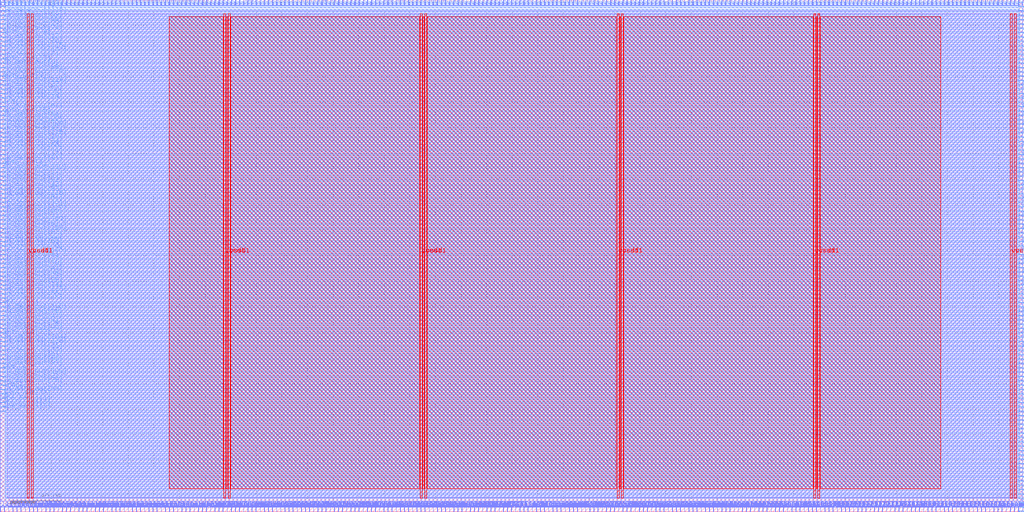
<source format=lef>
VERSION 5.7 ;
  NOWIREEXTENSIONATPIN ON ;
  DIVIDERCHAR "/" ;
  BUSBITCHARS "[]" ;
MACRO team_04_Wrapper
  CLASS BLOCK ;
  FOREIGN team_04_Wrapper ;
  ORIGIN 0.000 0.000 ;
  SIZE 800.000 BY 400.000 ;
  PIN ACK_I
    DIRECTION INPUT ;
    USE SIGNAL ;
    ANTENNAGATEAREA 0.213000 ;
    ANTENNADIFFAREA 0.434700 ;
    PORT
      LAYER met2 ;
        RECT 772.890 0.000 773.170 4.000 ;
    END
  END ACK_I
  PIN ADR_O[0]
    DIRECTION OUTPUT ;
    USE SIGNAL ;
    ANTENNADIFFAREA 0.445500 ;
    PORT
      LAYER met3 ;
        RECT 796.000 153.040 800.000 153.640 ;
    END
  END ADR_O[0]
  PIN ADR_O[10]
    DIRECTION OUTPUT ;
    USE SIGNAL ;
    ANTENNADIFFAREA 0.445500 ;
    PORT
      LAYER met3 ;
        RECT 796.000 193.840 800.000 194.440 ;
    END
  END ADR_O[10]
  PIN ADR_O[11]
    DIRECTION OUTPUT ;
    USE SIGNAL ;
    ANTENNADIFFAREA 0.445500 ;
    PORT
      LAYER met3 ;
        RECT 796.000 200.640 800.000 201.240 ;
    END
  END ADR_O[11]
  PIN ADR_O[12]
    DIRECTION OUTPUT ;
    USE SIGNAL ;
    ANTENNADIFFAREA 0.445500 ;
    PORT
      LAYER met3 ;
        RECT 796.000 234.640 800.000 235.240 ;
    END
  END ADR_O[12]
  PIN ADR_O[13]
    DIRECTION OUTPUT ;
    USE SIGNAL ;
    ANTENNADIFFAREA 0.445500 ;
    PORT
      LAYER met3 ;
        RECT 796.000 241.440 800.000 242.040 ;
    END
  END ADR_O[13]
  PIN ADR_O[14]
    DIRECTION OUTPUT ;
    USE SIGNAL ;
    ANTENNADIFFAREA 0.445500 ;
    PORT
      LAYER met3 ;
        RECT 796.000 251.640 800.000 252.240 ;
    END
  END ADR_O[14]
  PIN ADR_O[15]
    DIRECTION OUTPUT ;
    USE SIGNAL ;
    ANTENNADIFFAREA 0.445500 ;
    PORT
      LAYER met3 ;
        RECT 796.000 261.840 800.000 262.440 ;
    END
  END ADR_O[15]
  PIN ADR_O[16]
    DIRECTION OUTPUT ;
    USE SIGNAL ;
    ANTENNADIFFAREA 0.445500 ;
    PORT
      LAYER met3 ;
        RECT 796.000 292.440 800.000 293.040 ;
    END
  END ADR_O[16]
  PIN ADR_O[17]
    DIRECTION OUTPUT ;
    USE SIGNAL ;
    ANTENNADIFFAREA 0.445500 ;
    PORT
      LAYER met3 ;
        RECT 796.000 299.240 800.000 299.840 ;
    END
  END ADR_O[17]
  PIN ADR_O[18]
    DIRECTION OUTPUT ;
    USE SIGNAL ;
    ANTENNADIFFAREA 0.445500 ;
    PORT
      LAYER met3 ;
        RECT 796.000 312.840 800.000 313.440 ;
    END
  END ADR_O[18]
  PIN ADR_O[19]
    DIRECTION OUTPUT ;
    USE SIGNAL ;
    ANTENNADIFFAREA 0.445500 ;
    PORT
      LAYER met3 ;
        RECT 796.000 306.040 800.000 306.640 ;
    END
  END ADR_O[19]
  PIN ADR_O[1]
    DIRECTION OUTPUT ;
    USE SIGNAL ;
    ANTENNADIFFAREA 0.445500 ;
    PORT
      LAYER met3 ;
        RECT 796.000 149.640 800.000 150.240 ;
    END
  END ADR_O[1]
  PIN ADR_O[20]
    DIRECTION OUTPUT ;
    USE SIGNAL ;
    ANTENNADIFFAREA 0.445500 ;
    PORT
      LAYER met3 ;
        RECT 796.000 319.640 800.000 320.240 ;
    END
  END ADR_O[20]
  PIN ADR_O[21]
    DIRECTION OUTPUT ;
    USE SIGNAL ;
    ANTENNADIFFAREA 0.445500 ;
    PORT
      LAYER met3 ;
        RECT 796.000 326.440 800.000 327.040 ;
    END
  END ADR_O[21]
  PIN ADR_O[22]
    DIRECTION OUTPUT ;
    USE SIGNAL ;
    ANTENNADIFFAREA 0.445500 ;
    PORT
      LAYER met2 ;
        RECT 444.450 396.000 444.730 400.000 ;
    END
  END ADR_O[22]
  PIN ADR_O[23]
    DIRECTION OUTPUT ;
    USE SIGNAL ;
    ANTENNADIFFAREA 0.445500 ;
    PORT
      LAYER met3 ;
        RECT 796.000 329.840 800.000 330.440 ;
    END
  END ADR_O[23]
  PIN ADR_O[24]
    DIRECTION OUTPUT ;
    USE SIGNAL ;
    ANTENNADIFFAREA 0.445500 ;
    PORT
      LAYER met3 ;
        RECT 796.000 282.240 800.000 282.840 ;
    END
  END ADR_O[24]
  PIN ADR_O[25]
    DIRECTION OUTPUT ;
    USE SIGNAL ;
    ANTENNADIFFAREA 0.445500 ;
    PORT
      LAYER met3 ;
        RECT 796.000 275.440 800.000 276.040 ;
    END
  END ADR_O[25]
  PIN ADR_O[26]
    DIRECTION OUTPUT ;
    USE SIGNAL ;
    ANTENNADIFFAREA 0.445500 ;
    PORT
      LAYER met3 ;
        RECT 796.000 248.240 800.000 248.840 ;
    END
  END ADR_O[26]
  PIN ADR_O[27]
    DIRECTION OUTPUT ;
    USE SIGNAL ;
    ANTENNADIFFAREA 0.445500 ;
    PORT
      LAYER met3 ;
        RECT 796.000 258.440 800.000 259.040 ;
    END
  END ADR_O[27]
  PIN ADR_O[28]
    DIRECTION OUTPUT ;
    USE SIGNAL ;
    ANTENNADIFFAREA 0.445500 ;
    PORT
      LAYER met3 ;
        RECT 796.000 238.040 800.000 238.640 ;
    END
  END ADR_O[28]
  PIN ADR_O[29]
    DIRECTION OUTPUT ;
    USE SIGNAL ;
    ANTENNADIFFAREA 0.445500 ;
    PORT
      LAYER met3 ;
        RECT 796.000 227.840 800.000 228.440 ;
    END
  END ADR_O[29]
  PIN ADR_O[2]
    DIRECTION OUTPUT ;
    USE SIGNAL ;
    ANTENNADIFFAREA 0.445500 ;
    PORT
      LAYER met3 ;
        RECT 796.000 136.040 800.000 136.640 ;
    END
  END ADR_O[2]
  PIN ADR_O[30]
    DIRECTION OUTPUT ;
    USE SIGNAL ;
    ANTENNADIFFAREA 0.445500 ;
    PORT
      LAYER met3 ;
        RECT 796.000 217.640 800.000 218.240 ;
    END
  END ADR_O[30]
  PIN ADR_O[31]
    DIRECTION OUTPUT ;
    USE SIGNAL ;
    ANTENNADIFFAREA 0.445500 ;
    PORT
      LAYER met3 ;
        RECT 796.000 207.440 800.000 208.040 ;
    END
  END ADR_O[31]
  PIN ADR_O[3]
    DIRECTION OUTPUT ;
    USE SIGNAL ;
    ANTENNADIFFAREA 0.445500 ;
    PORT
      LAYER met3 ;
        RECT 796.000 132.640 800.000 133.240 ;
    END
  END ADR_O[3]
  PIN ADR_O[4]
    DIRECTION OUTPUT ;
    USE SIGNAL ;
    ANTENNADIFFAREA 0.445500 ;
    PORT
      LAYER met2 ;
        RECT 734.250 0.000 734.530 4.000 ;
    END
  END ADR_O[4]
  PIN ADR_O[5]
    DIRECTION OUTPUT ;
    USE SIGNAL ;
    ANTENNADIFFAREA 0.445500 ;
    PORT
      LAYER met3 ;
        RECT 796.000 125.840 800.000 126.440 ;
    END
  END ADR_O[5]
  PIN ADR_O[6]
    DIRECTION OUTPUT ;
    USE SIGNAL ;
    ANTENNADIFFAREA 0.445500 ;
    PORT
      LAYER met3 ;
        RECT 796.000 173.440 800.000 174.040 ;
    END
  END ADR_O[6]
  PIN ADR_O[7]
    DIRECTION OUTPUT ;
    USE SIGNAL ;
    ANTENNADIFFAREA 0.445500 ;
    PORT
      LAYER met3 ;
        RECT 796.000 176.840 800.000 177.440 ;
    END
  END ADR_O[7]
  PIN ADR_O[8]
    DIRECTION OUTPUT ;
    USE SIGNAL ;
    ANTENNADIFFAREA 0.445500 ;
    PORT
      LAYER met3 ;
        RECT 796.000 190.440 800.000 191.040 ;
    END
  END ADR_O[8]
  PIN ADR_O[9]
    DIRECTION OUTPUT ;
    USE SIGNAL ;
    ANTENNADIFFAREA 0.445500 ;
    PORT
      LAYER met3 ;
        RECT 796.000 183.640 800.000 184.240 ;
    END
  END ADR_O[9]
  PIN CYC_O
    DIRECTION OUTPUT ;
    USE SIGNAL ;
    ANTENNADIFFAREA 0.445500 ;
    PORT
      LAYER met3 ;
        RECT 796.000 142.840 800.000 143.440 ;
    END
  END CYC_O
  PIN DAT_I[0]
    DIRECTION INPUT ;
    USE SIGNAL ;
    ANTENNAGATEAREA 0.196500 ;
    ANTENNADIFFAREA 0.434700 ;
    PORT
      LAYER met2 ;
        RECT 721.370 0.000 721.650 4.000 ;
    END
  END DAT_I[0]
  PIN DAT_I[10]
    DIRECTION INPUT ;
    USE SIGNAL ;
    ANTENNAGATEAREA 0.196500 ;
    ANTENNADIFFAREA 0.434700 ;
    PORT
      LAYER met2 ;
        RECT 669.850 0.000 670.130 4.000 ;
    END
  END DAT_I[10]
  PIN DAT_I[11]
    DIRECTION INPUT ;
    USE SIGNAL ;
    ANTENNAGATEAREA 0.196500 ;
    ANTENNADIFFAREA 0.434700 ;
    PORT
      LAYER met2 ;
        RECT 656.970 0.000 657.250 4.000 ;
    END
  END DAT_I[11]
  PIN DAT_I[12]
    DIRECTION INPUT ;
    USE SIGNAL ;
    ANTENNAGATEAREA 0.196500 ;
    ANTENNADIFFAREA 0.434700 ;
    PORT
      LAYER met2 ;
        RECT 666.630 0.000 666.910 4.000 ;
    END
  END DAT_I[12]
  PIN DAT_I[13]
    DIRECTION INPUT ;
    USE SIGNAL ;
    ANTENNAGATEAREA 0.196500 ;
    ANTENNADIFFAREA 0.434700 ;
    PORT
      LAYER met2 ;
        RECT 679.510 0.000 679.790 4.000 ;
    END
  END DAT_I[13]
  PIN DAT_I[14]
    DIRECTION INPUT ;
    USE SIGNAL ;
    ANTENNAGATEAREA 0.196500 ;
    ANTENNADIFFAREA 0.434700 ;
    PORT
      LAYER met2 ;
        RECT 769.670 0.000 769.950 4.000 ;
    END
  END DAT_I[14]
  PIN DAT_I[15]
    DIRECTION INPUT ;
    USE SIGNAL ;
    ANTENNAGATEAREA 0.196500 ;
    ANTENNADIFFAREA 0.434700 ;
    PORT
      LAYER met2 ;
        RECT 750.350 0.000 750.630 4.000 ;
    END
  END DAT_I[15]
  PIN DAT_I[16]
    DIRECTION INPUT ;
    USE SIGNAL ;
    ANTENNAGATEAREA 0.196500 ;
    ANTENNADIFFAREA 0.434700 ;
    PORT
      LAYER met2 ;
        RECT 682.730 0.000 683.010 4.000 ;
    END
  END DAT_I[16]
  PIN DAT_I[17]
    DIRECTION INPUT ;
    USE SIGNAL ;
    ANTENNAGATEAREA 0.196500 ;
    ANTENNADIFFAREA 0.434700 ;
    PORT
      LAYER met2 ;
        RECT 647.310 0.000 647.590 4.000 ;
    END
  END DAT_I[17]
  PIN DAT_I[18]
    DIRECTION INPUT ;
    USE SIGNAL ;
    ANTENNAGATEAREA 0.196500 ;
    ANTENNADIFFAREA 0.434700 ;
    PORT
      LAYER met2 ;
        RECT 695.610 0.000 695.890 4.000 ;
    END
  END DAT_I[18]
  PIN DAT_I[19]
    DIRECTION INPUT ;
    USE SIGNAL ;
    ANTENNAGATEAREA 0.196500 ;
    ANTENNADIFFAREA 0.434700 ;
    PORT
      LAYER met2 ;
        RECT 650.530 0.000 650.810 4.000 ;
    END
  END DAT_I[19]
  PIN DAT_I[1]
    DIRECTION INPUT ;
    USE SIGNAL ;
    ANTENNAGATEAREA 0.196500 ;
    ANTENNADIFFAREA 0.434700 ;
    PORT
      LAYER met2 ;
        RECT 766.450 0.000 766.730 4.000 ;
    END
  END DAT_I[1]
  PIN DAT_I[20]
    DIRECTION INPUT ;
    USE SIGNAL ;
    ANTENNAGATEAREA 0.196500 ;
    ANTENNADIFFAREA 0.434700 ;
    PORT
      LAYER met2 ;
        RECT 653.750 0.000 654.030 4.000 ;
    END
  END DAT_I[20]
  PIN DAT_I[21]
    DIRECTION INPUT ;
    USE SIGNAL ;
    ANTENNAGATEAREA 0.196500 ;
    ANTENNADIFFAREA 0.434700 ;
    PORT
      LAYER met2 ;
        RECT 660.190 0.000 660.470 4.000 ;
    END
  END DAT_I[21]
  PIN DAT_I[22]
    DIRECTION INPUT ;
    USE SIGNAL ;
    ANTENNAGATEAREA 0.196500 ;
    ANTENNADIFFAREA 0.434700 ;
    PORT
      LAYER met2 ;
        RECT 724.590 0.000 724.870 4.000 ;
    END
  END DAT_I[22]
  PIN DAT_I[23]
    DIRECTION INPUT ;
    USE SIGNAL ;
    ANTENNAGATEAREA 0.196500 ;
    ANTENNADIFFAREA 0.434700 ;
    PORT
      LAYER met2 ;
        RECT 689.170 0.000 689.450 4.000 ;
    END
  END DAT_I[23]
  PIN DAT_I[24]
    DIRECTION INPUT ;
    USE SIGNAL ;
    ANTENNAGATEAREA 0.196500 ;
    ANTENNADIFFAREA 0.434700 ;
    PORT
      LAYER met2 ;
        RECT 644.090 0.000 644.370 4.000 ;
    END
  END DAT_I[24]
  PIN DAT_I[25]
    DIRECTION INPUT ;
    USE SIGNAL ;
    ANTENNAGATEAREA 0.196500 ;
    ANTENNADIFFAREA 0.434700 ;
    PORT
      LAYER met2 ;
        RECT 760.010 0.000 760.290 4.000 ;
    END
  END DAT_I[25]
  PIN DAT_I[26]
    DIRECTION INPUT ;
    USE SIGNAL ;
    ANTENNAGATEAREA 0.196500 ;
    ANTENNADIFFAREA 0.434700 ;
    PORT
      LAYER met2 ;
        RECT 702.050 0.000 702.330 4.000 ;
    END
  END DAT_I[26]
  PIN DAT_I[27]
    DIRECTION INPUT ;
    USE SIGNAL ;
    ANTENNAGATEAREA 0.196500 ;
    ANTENNADIFFAREA 0.434700 ;
    PORT
      LAYER met2 ;
        RECT 740.690 0.000 740.970 4.000 ;
    END
  END DAT_I[27]
  PIN DAT_I[28]
    DIRECTION INPUT ;
    USE SIGNAL ;
    ANTENNAGATEAREA 0.196500 ;
    ANTENNADIFFAREA 0.434700 ;
    PORT
      LAYER met2 ;
        RECT 698.830 0.000 699.110 4.000 ;
    END
  END DAT_I[28]
  PIN DAT_I[29]
    DIRECTION INPUT ;
    USE SIGNAL ;
    ANTENNAGATEAREA 0.196500 ;
    ANTENNADIFFAREA 0.434700 ;
    PORT
      LAYER met2 ;
        RECT 705.270 0.000 705.550 4.000 ;
    END
  END DAT_I[29]
  PIN DAT_I[2]
    DIRECTION INPUT ;
    USE SIGNAL ;
    ANTENNAGATEAREA 0.196500 ;
    ANTENNADIFFAREA 0.434700 ;
    PORT
      LAYER met2 ;
        RECT 673.070 0.000 673.350 4.000 ;
    END
  END DAT_I[2]
  PIN DAT_I[30]
    DIRECTION INPUT ;
    USE SIGNAL ;
    ANTENNAGATEAREA 0.196500 ;
    ANTENNADIFFAREA 0.434700 ;
    PORT
      LAYER met2 ;
        RECT 737.470 0.000 737.750 4.000 ;
    END
  END DAT_I[30]
  PIN DAT_I[31]
    DIRECTION INPUT ;
    USE SIGNAL ;
    ANTENNAGATEAREA 0.196500 ;
    ANTENNADIFFAREA 0.434700 ;
    PORT
      LAYER met2 ;
        RECT 727.810 0.000 728.090 4.000 ;
    END
  END DAT_I[31]
  PIN DAT_I[3]
    DIRECTION INPUT ;
    USE SIGNAL ;
    ANTENNAGATEAREA 0.196500 ;
    ANTENNADIFFAREA 0.434700 ;
    PORT
      LAYER met2 ;
        RECT 714.930 0.000 715.210 4.000 ;
    END
  END DAT_I[3]
  PIN DAT_I[4]
    DIRECTION INPUT ;
    USE SIGNAL ;
    ANTENNAGATEAREA 0.196500 ;
    ANTENNADIFFAREA 0.434700 ;
    PORT
      LAYER met2 ;
        RECT 747.130 0.000 747.410 4.000 ;
    END
  END DAT_I[4]
  PIN DAT_I[5]
    DIRECTION INPUT ;
    USE SIGNAL ;
    ANTENNAGATEAREA 0.196500 ;
    ANTENNADIFFAREA 0.434700 ;
    PORT
      LAYER met2 ;
        RECT 685.950 0.000 686.230 4.000 ;
    END
  END DAT_I[5]
  PIN DAT_I[6]
    DIRECTION INPUT ;
    USE SIGNAL ;
    ANTENNAGATEAREA 0.196500 ;
    ANTENNADIFFAREA 0.434700 ;
    PORT
      LAYER met2 ;
        RECT 711.710 0.000 711.990 4.000 ;
    END
  END DAT_I[6]
  PIN DAT_I[7]
    DIRECTION INPUT ;
    USE SIGNAL ;
    ANTENNAGATEAREA 0.196500 ;
    ANTENNADIFFAREA 0.434700 ;
    PORT
      LAYER met2 ;
        RECT 676.290 0.000 676.570 4.000 ;
    END
  END DAT_I[7]
  PIN DAT_I[8]
    DIRECTION INPUT ;
    USE SIGNAL ;
    ANTENNAGATEAREA 0.196500 ;
    ANTENNADIFFAREA 0.434700 ;
    PORT
      LAYER met2 ;
        RECT 743.910 0.000 744.190 4.000 ;
    END
  END DAT_I[8]
  PIN DAT_I[9]
    DIRECTION INPUT ;
    USE SIGNAL ;
    ANTENNAGATEAREA 0.196500 ;
    ANTENNADIFFAREA 0.434700 ;
    PORT
      LAYER met2 ;
        RECT 663.410 0.000 663.690 4.000 ;
    END
  END DAT_I[9]
  PIN DAT_O[0]
    DIRECTION OUTPUT ;
    USE SIGNAL ;
    ANTENNADIFFAREA 0.445500 ;
    PORT
      LAYER met2 ;
        RECT 463.770 396.000 464.050 400.000 ;
    END
  END DAT_O[0]
  PIN DAT_O[10]
    DIRECTION OUTPUT ;
    USE SIGNAL ;
    ANTENNADIFFAREA 0.445500 ;
    PORT
      LAYER met2 ;
        RECT 386.490 396.000 386.770 400.000 ;
    END
  END DAT_O[10]
  PIN DAT_O[11]
    DIRECTION OUTPUT ;
    USE SIGNAL ;
    ANTENNADIFFAREA 0.445500 ;
    PORT
      LAYER met2 ;
        RECT 383.270 0.000 383.550 4.000 ;
    END
  END DAT_O[11]
  PIN DAT_O[12]
    DIRECTION OUTPUT ;
    USE SIGNAL ;
    ANTENNADIFFAREA 0.445500 ;
    PORT
      LAYER met2 ;
        RECT 367.170 396.000 367.450 400.000 ;
    END
  END DAT_O[12]
  PIN DAT_O[13]
    DIRECTION OUTPUT ;
    USE SIGNAL ;
    ANTENNADIFFAREA 0.445500 ;
    PORT
      LAYER met2 ;
        RECT 383.270 396.000 383.550 400.000 ;
    END
  END DAT_O[13]
  PIN DAT_O[14]
    DIRECTION OUTPUT ;
    USE SIGNAL ;
    ANTENNADIFFAREA 0.445500 ;
    PORT
      LAYER met2 ;
        RECT 392.930 0.000 393.210 4.000 ;
    END
  END DAT_O[14]
  PIN DAT_O[15]
    DIRECTION OUTPUT ;
    USE SIGNAL ;
    ANTENNADIFFAREA 0.445500 ;
    PORT
      LAYER met2 ;
        RECT 389.710 396.000 389.990 400.000 ;
    END
  END DAT_O[15]
  PIN DAT_O[16]
    DIRECTION OUTPUT ;
    USE SIGNAL ;
    ANTENNADIFFAREA 0.445500 ;
    PORT
      LAYER met2 ;
        RECT 376.830 396.000 377.110 400.000 ;
    END
  END DAT_O[16]
  PIN DAT_O[17]
    DIRECTION OUTPUT ;
    USE SIGNAL ;
    ANTENNADIFFAREA 0.445500 ;
    PORT
      LAYER met2 ;
        RECT 402.590 0.000 402.870 4.000 ;
    END
  END DAT_O[17]
  PIN DAT_O[18]
    DIRECTION OUTPUT ;
    USE SIGNAL ;
    ANTENNADIFFAREA 0.445500 ;
    PORT
      LAYER met2 ;
        RECT 460.550 396.000 460.830 400.000 ;
    END
  END DAT_O[18]
  PIN DAT_O[19]
    DIRECTION OUTPUT ;
    USE SIGNAL ;
    ANTENNADIFFAREA 0.445500 ;
    PORT
      LAYER met2 ;
        RECT 495.970 396.000 496.250 400.000 ;
    END
  END DAT_O[19]
  PIN DAT_O[1]
    DIRECTION OUTPUT ;
    USE SIGNAL ;
    ANTENNADIFFAREA 0.445500 ;
    PORT
      LAYER met2 ;
        RECT 483.090 396.000 483.370 400.000 ;
    END
  END DAT_O[1]
  PIN DAT_O[20]
    DIRECTION OUTPUT ;
    USE SIGNAL ;
    ANTENNADIFFAREA 0.445500 ;
    PORT
      LAYER met2 ;
        RECT 373.610 0.000 373.890 4.000 ;
    END
  END DAT_O[20]
  PIN DAT_O[21]
    DIRECTION OUTPUT ;
    USE SIGNAL ;
    ANTENNADIFFAREA 0.445500 ;
    PORT
      LAYER met2 ;
        RECT 370.390 0.000 370.670 4.000 ;
    END
  END DAT_O[21]
  PIN DAT_O[22]
    DIRECTION OUTPUT ;
    USE SIGNAL ;
    ANTENNADIFFAREA 0.445500 ;
    PORT
      LAYER met2 ;
        RECT 370.390 396.000 370.670 400.000 ;
    END
  END DAT_O[22]
  PIN DAT_O[23]
    DIRECTION OUTPUT ;
    USE SIGNAL ;
    ANTENNADIFFAREA 0.445500 ;
    PORT
      LAYER met2 ;
        RECT 376.830 0.000 377.110 4.000 ;
    END
  END DAT_O[23]
  PIN DAT_O[24]
    DIRECTION OUTPUT ;
    USE SIGNAL ;
    ANTENNADIFFAREA 0.445500 ;
    PORT
      LAYER met2 ;
        RECT 380.050 0.000 380.330 4.000 ;
    END
  END DAT_O[24]
  PIN DAT_O[25]
    DIRECTION OUTPUT ;
    USE SIGNAL ;
    ANTENNADIFFAREA 0.445500 ;
    PORT
      LAYER met2 ;
        RECT 373.610 396.000 373.890 400.000 ;
    END
  END DAT_O[25]
  PIN DAT_O[26]
    DIRECTION OUTPUT ;
    USE SIGNAL ;
    ANTENNADIFFAREA 0.445500 ;
    PORT
      LAYER met2 ;
        RECT 512.070 396.000 512.350 400.000 ;
    END
  END DAT_O[26]
  PIN DAT_O[27]
    DIRECTION OUTPUT ;
    USE SIGNAL ;
    ANTENNADIFFAREA 0.445500 ;
    PORT
      LAYER met2 ;
        RECT 380.050 396.000 380.330 400.000 ;
    END
  END DAT_O[27]
  PIN DAT_O[28]
    DIRECTION OUTPUT ;
    USE SIGNAL ;
    ANTENNADIFFAREA 0.445500 ;
    PORT
      LAYER met2 ;
        RECT 428.350 396.000 428.630 400.000 ;
    END
  END DAT_O[28]
  PIN DAT_O[29]
    DIRECTION OUTPUT ;
    USE SIGNAL ;
    ANTENNADIFFAREA 0.445500 ;
    PORT
      LAYER met2 ;
        RECT 399.370 0.000 399.650 4.000 ;
    END
  END DAT_O[29]
  PIN DAT_O[2]
    DIRECTION OUTPUT ;
    USE SIGNAL ;
    ANTENNADIFFAREA 0.445500 ;
    PORT
      LAYER met2 ;
        RECT 476.650 396.000 476.930 400.000 ;
    END
  END DAT_O[2]
  PIN DAT_O[30]
    DIRECTION OUTPUT ;
    USE SIGNAL ;
    ANTENNADIFFAREA 0.445500 ;
    PORT
      LAYER met2 ;
        RECT 412.250 396.000 412.530 400.000 ;
    END
  END DAT_O[30]
  PIN DAT_O[31]
    DIRECTION OUTPUT ;
    USE SIGNAL ;
    ANTENNADIFFAREA 0.445500 ;
    PORT
      LAYER met2 ;
        RECT 454.110 396.000 454.390 400.000 ;
    END
  END DAT_O[31]
  PIN DAT_O[3]
    DIRECTION OUTPUT ;
    USE SIGNAL ;
    ANTENNADIFFAREA 0.445500 ;
    PORT
      LAYER met2 ;
        RECT 489.530 396.000 489.810 400.000 ;
    END
  END DAT_O[3]
  PIN DAT_O[4]
    DIRECTION OUTPUT ;
    USE SIGNAL ;
    ANTENNADIFFAREA 0.445500 ;
    PORT
      LAYER met2 ;
        RECT 492.750 396.000 493.030 400.000 ;
    END
  END DAT_O[4]
  PIN DAT_O[5]
    DIRECTION OUTPUT ;
    USE SIGNAL ;
    ANTENNADIFFAREA 0.445500 ;
    PORT
      LAYER met2 ;
        RECT 499.190 396.000 499.470 400.000 ;
    END
  END DAT_O[5]
  PIN DAT_O[6]
    DIRECTION OUTPUT ;
    USE SIGNAL ;
    ANTENNADIFFAREA 0.445500 ;
    PORT
      LAYER met2 ;
        RECT 505.630 396.000 505.910 400.000 ;
    END
  END DAT_O[6]
  PIN DAT_O[7]
    DIRECTION OUTPUT ;
    USE SIGNAL ;
    ANTENNADIFFAREA 0.445500 ;
    PORT
      LAYER met2 ;
        RECT 441.230 396.000 441.510 400.000 ;
    END
  END DAT_O[7]
  PIN DAT_O[8]
    DIRECTION OUTPUT ;
    USE SIGNAL ;
    ANTENNADIFFAREA 0.445500 ;
    PORT
      LAYER met2 ;
        RECT 396.150 396.000 396.430 400.000 ;
    END
  END DAT_O[8]
  PIN DAT_O[9]
    DIRECTION OUTPUT ;
    USE SIGNAL ;
    ANTENNADIFFAREA 0.445500 ;
    PORT
      LAYER met2 ;
        RECT 392.930 396.000 393.210 400.000 ;
    END
  END DAT_O[9]
  PIN SEL_O[0]
    DIRECTION OUTPUT ;
    USE SIGNAL ;
    ANTENNADIFFAREA 0.445500 ;
    PORT
      LAYER met3 ;
        RECT 796.000 139.440 800.000 140.040 ;
    END
  END SEL_O[0]
  PIN SEL_O[1]
    DIRECTION OUTPUT ;
    USE SIGNAL ;
    ANTENNADIFFAREA 0.445500 ;
    PORT
      LAYER met2 ;
        RECT 763.230 0.000 763.510 4.000 ;
    END
  END SEL_O[1]
  PIN SEL_O[2]
    DIRECTION OUTPUT ;
    USE SIGNAL ;
    ANTENNADIFFAREA 0.445500 ;
    PORT
      LAYER met2 ;
        RECT 756.790 0.000 757.070 4.000 ;
    END
  END SEL_O[2]
  PIN SEL_O[3]
    DIRECTION OUTPUT ;
    USE SIGNAL ;
    ANTENNADIFFAREA 0.445500 ;
    PORT
      LAYER met2 ;
        RECT 708.490 0.000 708.770 4.000 ;
    END
  END SEL_O[3]
  PIN STB_O
    DIRECTION OUTPUT ;
    USE SIGNAL ;
    ANTENNADIFFAREA 0.445500 ;
    PORT
      LAYER met3 ;
        RECT 796.000 146.240 800.000 146.840 ;
    END
  END STB_O
  PIN WE_O
    DIRECTION OUTPUT ;
    USE SIGNAL ;
    ANTENNADIFFAREA 0.445500 ;
    PORT
      LAYER met2 ;
        RECT 718.150 0.000 718.430 4.000 ;
    END
  END WE_O
  PIN gpio_in[0]
    DIRECTION INPUT ;
    USE SIGNAL ;
    PORT
      LAYER met2 ;
        RECT 22.630 0.000 22.910 4.000 ;
    END
  END gpio_in[0]
  PIN gpio_in[10]
    DIRECTION INPUT ;
    USE SIGNAL ;
    PORT
      LAYER met2 ;
        RECT 9.750 0.000 10.030 4.000 ;
    END
  END gpio_in[10]
  PIN gpio_in[11]
    DIRECTION INPUT ;
    USE SIGNAL ;
    PORT
      LAYER met2 ;
        RECT 48.390 0.000 48.670 4.000 ;
    END
  END gpio_in[11]
  PIN gpio_in[12]
    DIRECTION INPUT ;
    USE SIGNAL ;
    PORT
      LAYER met2 ;
        RECT 12.970 0.000 13.250 4.000 ;
    END
  END gpio_in[12]
  PIN gpio_in[13]
    DIRECTION INPUT ;
    USE SIGNAL ;
    PORT
      LAYER met2 ;
        RECT 35.510 0.000 35.790 4.000 ;
    END
  END gpio_in[13]
  PIN gpio_in[14]
    DIRECTION INPUT ;
    USE SIGNAL ;
    PORT
      LAYER met2 ;
        RECT 19.410 0.000 19.690 4.000 ;
    END
  END gpio_in[14]
  PIN gpio_in[15]
    DIRECTION INPUT ;
    USE SIGNAL ;
    PORT
      LAYER met2 ;
        RECT 29.070 0.000 29.350 4.000 ;
    END
  END gpio_in[15]
  PIN gpio_in[16]
    DIRECTION INPUT ;
    USE SIGNAL ;
    PORT
      LAYER met2 ;
        RECT 38.730 0.000 39.010 4.000 ;
    END
  END gpio_in[16]
  PIN gpio_in[17]
    DIRECTION INPUT ;
    USE SIGNAL ;
    PORT
      LAYER met2 ;
        RECT 93.470 0.000 93.750 4.000 ;
    END
  END gpio_in[17]
  PIN gpio_in[18]
    DIRECTION INPUT ;
    USE SIGNAL ;
    PORT
      LAYER met2 ;
        RECT 32.290 0.000 32.570 4.000 ;
    END
  END gpio_in[18]
  PIN gpio_in[19]
    DIRECTION INPUT ;
    USE SIGNAL ;
    PORT
      LAYER met2 ;
        RECT 238.370 0.000 238.650 4.000 ;
    END
  END gpio_in[19]
  PIN gpio_in[1]
    DIRECTION INPUT ;
    USE SIGNAL ;
    PORT
      LAYER met2 ;
        RECT 45.170 0.000 45.450 4.000 ;
    END
  END gpio_in[1]
  PIN gpio_in[20]
    DIRECTION INPUT ;
    USE SIGNAL ;
    PORT
      LAYER met2 ;
        RECT 61.270 0.000 61.550 4.000 ;
    END
  END gpio_in[20]
  PIN gpio_in[21]
    DIRECTION INPUT ;
    USE SIGNAL ;
    PORT
      LAYER met2 ;
        RECT 77.370 0.000 77.650 4.000 ;
    END
  END gpio_in[21]
  PIN gpio_in[22]
    DIRECTION INPUT ;
    USE SIGNAL ;
    PORT
      LAYER met2 ;
        RECT 54.830 0.000 55.110 4.000 ;
    END
  END gpio_in[22]
  PIN gpio_in[23]
    DIRECTION INPUT ;
    USE SIGNAL ;
    PORT
      LAYER met2 ;
        RECT 51.610 0.000 51.890 4.000 ;
    END
  END gpio_in[23]
  PIN gpio_in[24]
    DIRECTION INPUT ;
    USE SIGNAL ;
    PORT
      LAYER met2 ;
        RECT 74.150 0.000 74.430 4.000 ;
    END
  END gpio_in[24]
  PIN gpio_in[25]
    DIRECTION INPUT ;
    USE SIGNAL ;
    PORT
      LAYER met2 ;
        RECT 58.050 0.000 58.330 4.000 ;
    END
  END gpio_in[25]
  PIN gpio_in[26]
    DIRECTION INPUT ;
    USE SIGNAL ;
    PORT
      LAYER met2 ;
        RECT 67.710 0.000 67.990 4.000 ;
    END
  END gpio_in[26]
  PIN gpio_in[27]
    DIRECTION INPUT ;
    USE SIGNAL ;
    PORT
      LAYER met2 ;
        RECT 64.490 0.000 64.770 4.000 ;
    END
  END gpio_in[27]
  PIN gpio_in[28]
    DIRECTION INPUT ;
    USE SIGNAL ;
    PORT
      LAYER met2 ;
        RECT 87.030 0.000 87.310 4.000 ;
    END
  END gpio_in[28]
  PIN gpio_in[29]
    DIRECTION INPUT ;
    USE SIGNAL ;
    PORT
      LAYER met2 ;
        RECT 70.930 0.000 71.210 4.000 ;
    END
  END gpio_in[29]
  PIN gpio_in[2]
    DIRECTION INPUT ;
    USE SIGNAL ;
    PORT
      LAYER met2 ;
        RECT 80.590 0.000 80.870 4.000 ;
    END
  END gpio_in[2]
  PIN gpio_in[30]
    DIRECTION INPUT ;
    USE SIGNAL ;
    PORT
      LAYER met2 ;
        RECT 119.230 0.000 119.510 4.000 ;
    END
  END gpio_in[30]
  PIN gpio_in[31]
    DIRECTION INPUT ;
    USE SIGNAL ;
    PORT
      LAYER met2 ;
        RECT 99.910 0.000 100.190 4.000 ;
    END
  END gpio_in[31]
  PIN gpio_in[32]
    DIRECTION INPUT ;
    USE SIGNAL ;
    PORT
      LAYER met2 ;
        RECT 83.810 0.000 84.090 4.000 ;
    END
  END gpio_in[32]
  PIN gpio_in[33]
    DIRECTION INPUT ;
    USE SIGNAL ;
    PORT
      LAYER met2 ;
        RECT 151.430 0.000 151.710 4.000 ;
    END
  END gpio_in[33]
  PIN gpio_in[34]
    DIRECTION INPUT ;
    USE SIGNAL ;
    PORT
      LAYER met2 ;
        RECT 90.250 0.000 90.530 4.000 ;
    END
  END gpio_in[34]
  PIN gpio_in[35]
    DIRECTION INPUT ;
    USE SIGNAL ;
    PORT
      LAYER met2 ;
        RECT 112.790 0.000 113.070 4.000 ;
    END
  END gpio_in[35]
  PIN gpio_in[36]
    DIRECTION INPUT ;
    USE SIGNAL ;
    PORT
      LAYER met2 ;
        RECT 96.690 0.000 96.970 4.000 ;
    END
  END gpio_in[36]
  PIN gpio_in[37]
    DIRECTION INPUT ;
    USE SIGNAL ;
    PORT
      LAYER met2 ;
        RECT 106.350 0.000 106.630 4.000 ;
    END
  END gpio_in[37]
  PIN gpio_in[3]
    DIRECTION INPUT ;
    USE SIGNAL ;
    PORT
      LAYER met2 ;
        RECT 103.130 0.000 103.410 4.000 ;
    END
  END gpio_in[3]
  PIN gpio_in[4]
    DIRECTION INPUT ;
    USE SIGNAL ;
    PORT
      LAYER met2 ;
        RECT 125.670 0.000 125.950 4.000 ;
    END
  END gpio_in[4]
  PIN gpio_in[5]
    DIRECTION INPUT ;
    USE SIGNAL ;
    PORT
      LAYER met2 ;
        RECT 109.570 0.000 109.850 4.000 ;
    END
  END gpio_in[5]
  PIN gpio_in[6]
    DIRECTION INPUT ;
    USE SIGNAL ;
    PORT
      LAYER met2 ;
        RECT 154.650 0.000 154.930 4.000 ;
    END
  END gpio_in[6]
  PIN gpio_in[7]
    DIRECTION INPUT ;
    USE SIGNAL ;
    PORT
      LAYER met2 ;
        RECT 116.010 0.000 116.290 4.000 ;
    END
  END gpio_in[7]
  PIN gpio_in[8]
    DIRECTION INPUT ;
    USE SIGNAL ;
    PORT
      LAYER met2 ;
        RECT 138.550 0.000 138.830 4.000 ;
    END
  END gpio_in[8]
  PIN gpio_in[9]
    DIRECTION INPUT ;
    USE SIGNAL ;
    ANTENNAGATEAREA 0.126000 ;
    ANTENNADIFFAREA 0.434700 ;
    PORT
      LAYER met2 ;
        RECT 547.490 396.000 547.770 400.000 ;
    END
  END gpio_in[9]
  PIN gpio_oeb[0]
    DIRECTION OUTPUT ;
    USE SIGNAL ;
    ANTENNADIFFAREA 0.445500 ;
    PORT
      LAYER met2 ;
        RECT 154.650 396.000 154.930 400.000 ;
    END
  END gpio_oeb[0]
  PIN gpio_oeb[10]
    DIRECTION OUTPUT ;
    USE SIGNAL ;
    ANTENNADIFFAREA 0.445500 ;
    PORT
      LAYER met2 ;
        RECT 344.630 396.000 344.910 400.000 ;
    END
  END gpio_oeb[10]
  PIN gpio_oeb[11]
    DIRECTION OUTPUT ;
    USE SIGNAL ;
    ANTENNADIFFAREA 0.445500 ;
    PORT
      LAYER met2 ;
        RECT 80.590 396.000 80.870 400.000 ;
    END
  END gpio_oeb[11]
  PIN gpio_oeb[12]
    DIRECTION OUTPUT ;
    USE SIGNAL ;
    ANTENNADIFFAREA 0.445500 ;
    PORT
      LAYER met2 ;
        RECT 109.570 396.000 109.850 400.000 ;
    END
  END gpio_oeb[12]
  PIN gpio_oeb[13]
    DIRECTION OUTPUT ;
    USE SIGNAL ;
    ANTENNADIFFAREA 0.445500 ;
    PORT
      LAYER met2 ;
        RECT 45.170 396.000 45.450 400.000 ;
    END
  END gpio_oeb[13]
  PIN gpio_oeb[14]
    DIRECTION OUTPUT ;
    USE SIGNAL ;
    ANTENNADIFFAREA 0.445500 ;
    PORT
      LAYER met2 ;
        RECT 32.290 396.000 32.570 400.000 ;
    END
  END gpio_oeb[14]
  PIN gpio_oeb[15]
    DIRECTION OUTPUT ;
    USE SIGNAL ;
    ANTENNADIFFAREA 0.445500 ;
    PORT
      LAYER met2 ;
        RECT 148.210 396.000 148.490 400.000 ;
    END
  END gpio_oeb[15]
  PIN gpio_oeb[16]
    DIRECTION OUTPUT ;
    USE SIGNAL ;
    ANTENNADIFFAREA 0.445500 ;
    PORT
      LAYER met2 ;
        RECT 83.810 396.000 84.090 400.000 ;
    END
  END gpio_oeb[16]
  PIN gpio_oeb[17]
    DIRECTION OUTPUT ;
    USE SIGNAL ;
    ANTENNADIFFAREA 0.445500 ;
    PORT
      LAYER met2 ;
        RECT 9.750 396.000 10.030 400.000 ;
    END
  END gpio_oeb[17]
  PIN gpio_oeb[18]
    DIRECTION OUTPUT ;
    USE SIGNAL ;
    ANTENNADIFFAREA 0.445500 ;
    PORT
      LAYER met2 ;
        RECT 54.830 396.000 55.110 400.000 ;
    END
  END gpio_oeb[18]
  PIN gpio_oeb[19]
    DIRECTION OUTPUT ;
    USE SIGNAL ;
    ANTENNADIFFAREA 0.445500 ;
    PORT
      LAYER met2 ;
        RECT 74.150 396.000 74.430 400.000 ;
    END
  END gpio_oeb[19]
  PIN gpio_oeb[1]
    DIRECTION OUTPUT ;
    USE SIGNAL ;
    ANTENNADIFFAREA 0.445500 ;
    PORT
      LAYER met2 ;
        RECT 782.550 0.000 782.830 4.000 ;
    END
  END gpio_oeb[1]
  PIN gpio_oeb[20]
    DIRECTION OUTPUT ;
    USE SIGNAL ;
    ANTENNADIFFAREA 0.445500 ;
    PORT
      LAYER met2 ;
        RECT 151.430 396.000 151.710 400.000 ;
    END
  END gpio_oeb[20]
  PIN gpio_oeb[21]
    DIRECTION OUTPUT ;
    USE SIGNAL ;
    ANTENNADIFFAREA 0.445500 ;
    PORT
      LAYER met2 ;
        RECT 312.430 396.000 312.710 400.000 ;
    END
  END gpio_oeb[21]
  PIN gpio_oeb[22]
    DIRECTION OUTPUT ;
    USE SIGNAL ;
    ANTENNADIFFAREA 0.445500 ;
    PORT
      LAYER met2 ;
        RECT 122.450 396.000 122.730 400.000 ;
    END
  END gpio_oeb[22]
  PIN gpio_oeb[23]
    DIRECTION OUTPUT ;
    USE SIGNAL ;
    ANTENNADIFFAREA 0.445500 ;
    PORT
      LAYER met2 ;
        RECT 309.210 396.000 309.490 400.000 ;
    END
  END gpio_oeb[23]
  PIN gpio_oeb[24]
    DIRECTION OUTPUT ;
    USE SIGNAL ;
    ANTENNADIFFAREA 0.445500 ;
    PORT
      LAYER met2 ;
        RECT 116.010 396.000 116.290 400.000 ;
    END
  END gpio_oeb[24]
  PIN gpio_oeb[25]
    DIRECTION OUTPUT ;
    USE SIGNAL ;
    ANTENNADIFFAREA 0.445500 ;
    PORT
      LAYER met2 ;
        RECT 87.030 396.000 87.310 400.000 ;
    END
  END gpio_oeb[25]
  PIN gpio_oeb[26]
    DIRECTION OUTPUT ;
    USE SIGNAL ;
    ANTENNADIFFAREA 0.445500 ;
    PORT
      LAYER met2 ;
        RECT 138.550 396.000 138.830 400.000 ;
    END
  END gpio_oeb[26]
  PIN gpio_oeb[27]
    DIRECTION OUTPUT ;
    USE SIGNAL ;
    ANTENNADIFFAREA 0.445500 ;
    PORT
      LAYER met2 ;
        RECT 128.890 396.000 129.170 400.000 ;
    END
  END gpio_oeb[27]
  PIN gpio_oeb[28]
    DIRECTION OUTPUT ;
    USE SIGNAL ;
    ANTENNADIFFAREA 0.445500 ;
    PORT
      LAYER met2 ;
        RECT 16.190 396.000 16.470 400.000 ;
    END
  END gpio_oeb[28]
  PIN gpio_oeb[29]
    DIRECTION OUTPUT ;
    USE SIGNAL ;
    ANTENNADIFFAREA 0.445500 ;
    PORT
      LAYER met2 ;
        RECT 119.230 396.000 119.510 400.000 ;
    END
  END gpio_oeb[29]
  PIN gpio_oeb[2]
    DIRECTION OUTPUT ;
    USE SIGNAL ;
    ANTENNADIFFAREA 0.445500 ;
    PORT
      LAYER met2 ;
        RECT 795.430 0.000 795.710 4.000 ;
    END
  END gpio_oeb[2]
  PIN gpio_oeb[30]
    DIRECTION OUTPUT ;
    USE SIGNAL ;
    ANTENNADIFFAREA 0.445500 ;
    PORT
      LAYER met2 ;
        RECT 51.610 396.000 51.890 400.000 ;
    END
  END gpio_oeb[30]
  PIN gpio_oeb[31]
    DIRECTION OUTPUT ;
    USE SIGNAL ;
    ANTENNADIFFAREA 0.445500 ;
    PORT
      LAYER met2 ;
        RECT 6.530 396.000 6.810 400.000 ;
    END
  END gpio_oeb[31]
  PIN gpio_oeb[32]
    DIRECTION OUTPUT ;
    USE SIGNAL ;
    ANTENNADIFFAREA 0.445500 ;
    PORT
      LAYER met2 ;
        RECT 125.670 396.000 125.950 400.000 ;
    END
  END gpio_oeb[32]
  PIN gpio_oeb[33]
    DIRECTION OUTPUT ;
    USE SIGNAL ;
    ANTENNADIFFAREA 0.445500 ;
    PORT
      LAYER met2 ;
        RECT 90.250 396.000 90.530 400.000 ;
    END
  END gpio_oeb[33]
  PIN gpio_oeb[34]
    DIRECTION OUTPUT ;
    USE SIGNAL ;
    ANTENNADIFFAREA 0.445500 ;
    PORT
      LAYER met2 ;
        RECT 103.130 396.000 103.410 400.000 ;
    END
  END gpio_oeb[34]
  PIN gpio_oeb[35]
    DIRECTION OUTPUT ;
    USE SIGNAL ;
    ANTENNADIFFAREA 0.445500 ;
    PORT
      LAYER met2 ;
        RECT 61.270 396.000 61.550 400.000 ;
    END
  END gpio_oeb[35]
  PIN gpio_oeb[36]
    DIRECTION OUTPUT ;
    USE SIGNAL ;
    ANTENNADIFFAREA 0.445500 ;
    PORT
      LAYER met2 ;
        RECT 99.910 396.000 100.190 400.000 ;
    END
  END gpio_oeb[36]
  PIN gpio_oeb[37]
    DIRECTION OUTPUT ;
    USE SIGNAL ;
    ANTENNADIFFAREA 0.445500 ;
    PORT
      LAYER met2 ;
        RECT 141.770 396.000 142.050 400.000 ;
    END
  END gpio_oeb[37]
  PIN gpio_oeb[3]
    DIRECTION OUTPUT ;
    USE SIGNAL ;
    ANTENNADIFFAREA 0.445500 ;
    PORT
      LAYER met2 ;
        RECT 788.990 0.000 789.270 4.000 ;
    END
  END gpio_oeb[3]
  PIN gpio_oeb[4]
    DIRECTION OUTPUT ;
    USE SIGNAL ;
    ANTENNADIFFAREA 0.445500 ;
    PORT
      LAYER met2 ;
        RECT 792.210 0.000 792.490 4.000 ;
    END
  END gpio_oeb[4]
  PIN gpio_oeb[5]
    DIRECTION OUTPUT ;
    USE SIGNAL ;
    ANTENNADIFFAREA 0.445500 ;
    PORT
      LAYER met2 ;
        RECT 58.050 396.000 58.330 400.000 ;
    END
  END gpio_oeb[5]
  PIN gpio_oeb[6]
    DIRECTION OUTPUT ;
    USE SIGNAL ;
    ANTENNADIFFAREA 0.445500 ;
    PORT
      LAYER met2 ;
        RECT 25.850 396.000 26.130 400.000 ;
    END
  END gpio_oeb[6]
  PIN gpio_oeb[7]
    DIRECTION OUTPUT ;
    USE SIGNAL ;
    ANTENNADIFFAREA 0.445500 ;
    PORT
      LAYER met2 ;
        RECT 0.090 396.000 0.370 400.000 ;
    END
  END gpio_oeb[7]
  PIN gpio_oeb[8]
    DIRECTION OUTPUT ;
    USE SIGNAL ;
    ANTENNADIFFAREA 0.445500 ;
    PORT
      LAYER met2 ;
        RECT 70.930 396.000 71.210 400.000 ;
    END
  END gpio_oeb[8]
  PIN gpio_oeb[9]
    DIRECTION OUTPUT ;
    USE SIGNAL ;
    ANTENNADIFFAREA 0.445500 ;
    PORT
      LAYER met2 ;
        RECT 785.770 0.000 786.050 4.000 ;
    END
  END gpio_oeb[9]
  PIN gpio_out[0]
    DIRECTION OUTPUT ;
    USE SIGNAL ;
    ANTENNADIFFAREA 0.445500 ;
    PORT
      LAYER met2 ;
        RECT 731.030 0.000 731.310 4.000 ;
    END
  END gpio_out[0]
  PIN gpio_out[10]
    DIRECTION OUTPUT ;
    USE SIGNAL ;
    ANTENNADIFFAREA 0.445500 ;
    PORT
      LAYER met2 ;
        RECT 41.950 396.000 42.230 400.000 ;
    END
  END gpio_out[10]
  PIN gpio_out[11]
    DIRECTION OUTPUT ;
    USE SIGNAL ;
    ANTENNADIFFAREA 0.445500 ;
    PORT
      LAYER met2 ;
        RECT 144.990 396.000 145.270 400.000 ;
    END
  END gpio_out[11]
  PIN gpio_out[12]
    DIRECTION OUTPUT ;
    USE SIGNAL ;
    ANTENNADIFFAREA 0.445500 ;
    PORT
      LAYER met2 ;
        RECT 302.770 396.000 303.050 400.000 ;
    END
  END gpio_out[12]
  PIN gpio_out[13]
    DIRECTION OUTPUT ;
    USE SIGNAL ;
    ANTENNADIFFAREA 0.445500 ;
    PORT
      LAYER met2 ;
        RECT 35.510 396.000 35.790 400.000 ;
    END
  END gpio_out[13]
  PIN gpio_out[14]
    DIRECTION OUTPUT ;
    USE SIGNAL ;
    ANTENNADIFFAREA 0.445500 ;
    PORT
      LAYER met2 ;
        RECT 334.970 396.000 335.250 400.000 ;
    END
  END gpio_out[14]
  PIN gpio_out[15]
    DIRECTION OUTPUT ;
    USE SIGNAL ;
    ANTENNADIFFAREA 0.445500 ;
    PORT
      LAYER met2 ;
        RECT 19.410 396.000 19.690 400.000 ;
    END
  END gpio_out[15]
  PIN gpio_out[16]
    DIRECTION OUTPUT ;
    USE SIGNAL ;
    ANTENNADIFFAREA 0.445500 ;
    PORT
      LAYER met2 ;
        RECT 106.350 396.000 106.630 400.000 ;
    END
  END gpio_out[16]
  PIN gpio_out[17]
    DIRECTION OUTPUT ;
    USE SIGNAL ;
    ANTENNADIFFAREA 0.445500 ;
    PORT
      LAYER met2 ;
        RECT 132.110 396.000 132.390 400.000 ;
    END
  END gpio_out[17]
  PIN gpio_out[18]
    DIRECTION OUTPUT ;
    USE SIGNAL ;
    ANTENNADIFFAREA 0.445500 ;
    PORT
      LAYER met2 ;
        RECT 135.330 396.000 135.610 400.000 ;
    END
  END gpio_out[18]
  PIN gpio_out[19]
    DIRECTION OUTPUT ;
    USE SIGNAL ;
    ANTENNADIFFAREA 0.445500 ;
    PORT
      LAYER met2 ;
        RECT 29.070 396.000 29.350 400.000 ;
    END
  END gpio_out[19]
  PIN gpio_out[1]
    DIRECTION OUTPUT ;
    USE SIGNAL ;
    ANTENNADIFFAREA 0.445500 ;
    PORT
      LAYER met2 ;
        RECT 64.490 396.000 64.770 400.000 ;
    END
  END gpio_out[1]
  PIN gpio_out[20]
    DIRECTION OUTPUT ;
    USE SIGNAL ;
    ANTENNADIFFAREA 0.445500 ;
    PORT
      LAYER met2 ;
        RECT 48.390 396.000 48.670 400.000 ;
    END
  END gpio_out[20]
  PIN gpio_out[21]
    DIRECTION OUTPUT ;
    USE SIGNAL ;
    ANTENNADIFFAREA 0.445500 ;
    PORT
      LAYER met2 ;
        RECT 93.470 396.000 93.750 400.000 ;
    END
  END gpio_out[21]
  PIN gpio_out[22]
    DIRECTION OUTPUT ;
    USE SIGNAL ;
    ANTENNADIFFAREA 0.445500 ;
    PORT
      LAYER met2 ;
        RECT 12.970 396.000 13.250 400.000 ;
    END
  END gpio_out[22]
  PIN gpio_out[23]
    DIRECTION OUTPUT ;
    USE SIGNAL ;
    ANTENNADIFFAREA 0.445500 ;
    PORT
      LAYER met2 ;
        RECT 22.630 396.000 22.910 400.000 ;
    END
  END gpio_out[23]
  PIN gpio_out[24]
    DIRECTION OUTPUT ;
    USE SIGNAL ;
    ANTENNADIFFAREA 0.445500 ;
    PORT
      LAYER met2 ;
        RECT 67.710 396.000 67.990 400.000 ;
    END
  END gpio_out[24]
  PIN gpio_out[25]
    DIRECTION OUTPUT ;
    USE SIGNAL ;
    ANTENNADIFFAREA 0.445500 ;
    PORT
      LAYER met2 ;
        RECT 299.550 396.000 299.830 400.000 ;
    END
  END gpio_out[25]
  PIN gpio_out[26]
    DIRECTION OUTPUT ;
    USE SIGNAL ;
    ANTENNADIFFAREA 0.445500 ;
    PORT
      LAYER met2 ;
        RECT 293.110 396.000 293.390 400.000 ;
    END
  END gpio_out[26]
  PIN gpio_out[27]
    DIRECTION OUTPUT ;
    USE SIGNAL ;
    ANTENNADIFFAREA 0.445500 ;
    PORT
      LAYER met2 ;
        RECT 112.790 396.000 113.070 400.000 ;
    END
  END gpio_out[27]
  PIN gpio_out[28]
    DIRECTION OUTPUT ;
    USE SIGNAL ;
    ANTENNADIFFAREA 0.445500 ;
    PORT
      LAYER met2 ;
        RECT 38.730 396.000 39.010 400.000 ;
    END
  END gpio_out[28]
  PIN gpio_out[29]
    DIRECTION OUTPUT ;
    USE SIGNAL ;
    ANTENNADIFFAREA 0.445500 ;
    PORT
      LAYER met2 ;
        RECT 96.690 396.000 96.970 400.000 ;
    END
  END gpio_out[29]
  PIN gpio_out[2]
    DIRECTION OUTPUT ;
    USE SIGNAL ;
    ANTENNADIFFAREA 0.445500 ;
    PORT
      LAYER met2 ;
        RECT 3.310 396.000 3.590 400.000 ;
    END
  END gpio_out[2]
  PIN gpio_out[30]
    DIRECTION OUTPUT ;
    USE SIGNAL ;
    ANTENNADIFFAREA 0.445500 ;
    PORT
      LAYER met2 ;
        RECT 77.370 396.000 77.650 400.000 ;
    END
  END gpio_out[30]
  PIN gpio_out[31]
    DIRECTION OUTPUT ;
    USE SIGNAL ;
    ANTENNADIFFAREA 0.445500 ;
    PORT
      LAYER met2 ;
        RECT 193.290 396.000 193.570 400.000 ;
    END
  END gpio_out[31]
  PIN gpio_out[32]
    DIRECTION OUTPUT ;
    USE SIGNAL ;
    ANTENNADIFFAREA 0.445500 ;
    PORT
      LAYER met3 ;
        RECT 0.000 88.440 4.000 89.040 ;
    END
  END gpio_out[32]
  PIN gpio_out[33]
    DIRECTION OUTPUT ;
    USE SIGNAL ;
    ANTENNADIFFAREA 0.445500 ;
    PORT
      LAYER met3 ;
        RECT 0.000 136.040 4.000 136.640 ;
    END
  END gpio_out[33]
  PIN gpio_out[34]
    DIRECTION OUTPUT ;
    USE SIGNAL ;
    ANTENNADIFFAREA 0.445500 ;
    PORT
      LAYER met3 ;
        RECT 0.000 370.640 4.000 371.240 ;
    END
  END gpio_out[34]
  PIN gpio_out[35]
    DIRECTION OUTPUT ;
    USE SIGNAL ;
    ANTENNADIFFAREA 0.445500 ;
    PORT
      LAYER met3 ;
        RECT 0.000 309.440 4.000 310.040 ;
    END
  END gpio_out[35]
  PIN gpio_out[36]
    DIRECTION OUTPUT ;
    USE SIGNAL ;
    ANTENNADIFFAREA 0.445500 ;
    PORT
      LAYER met2 ;
        RECT 257.690 396.000 257.970 400.000 ;
    END
  END gpio_out[36]
  PIN gpio_out[37]
    DIRECTION OUTPUT ;
    USE SIGNAL ;
    ANTENNADIFFAREA 0.445500 ;
    PORT
      LAYER met3 ;
        RECT 0.000 350.240 4.000 350.840 ;
    END
  END gpio_out[37]
  PIN gpio_out[3]
    DIRECTION OUTPUT ;
    USE SIGNAL ;
    ANTENNADIFFAREA 0.445500 ;
    PORT
      LAYER met3 ;
        RECT 0.000 336.640 4.000 337.240 ;
    END
  END gpio_out[3]
  PIN gpio_out[4]
    DIRECTION OUTPUT ;
    USE SIGNAL ;
    ANTENNADIFFAREA 0.445500 ;
    PORT
      LAYER met3 ;
        RECT 0.000 268.640 4.000 269.240 ;
    END
  END gpio_out[4]
  PIN gpio_out[5]
    DIRECTION OUTPUT ;
    USE SIGNAL ;
    ANTENNADIFFAREA 0.445500 ;
    PORT
      LAYER met2 ;
        RECT 692.390 0.000 692.670 4.000 ;
    END
  END gpio_out[5]
  PIN gpio_out[6]
    DIRECTION OUTPUT ;
    USE SIGNAL ;
    ANTENNADIFFAREA 0.445500 ;
    PORT
      LAYER met2 ;
        RECT 753.570 0.000 753.850 4.000 ;
    END
  END gpio_out[6]
  PIN gpio_out[7]
    DIRECTION OUTPUT ;
    USE SIGNAL ;
    ANTENNADIFFAREA 0.445500 ;
    PORT
      LAYER met3 ;
        RECT 796.000 170.040 800.000 170.640 ;
    END
  END gpio_out[7]
  PIN gpio_out[8]
    DIRECTION OUTPUT ;
    USE SIGNAL ;
    ANTENNADIFFAREA 0.445500 ;
    PORT
      LAYER met2 ;
        RECT 190.070 396.000 190.350 400.000 ;
    END
  END gpio_out[8]
  PIN gpio_out[9]
    DIRECTION OUTPUT ;
    USE SIGNAL ;
    ANTENNADIFFAREA 0.445500 ;
    PORT
      LAYER met2 ;
        RECT 251.250 396.000 251.530 400.000 ;
    END
  END gpio_out[9]
  PIN irq[0]
    DIRECTION OUTPUT ;
    USE SIGNAL ;
    ANTENNADIFFAREA 0.445500 ;
    PORT
      LAYER met3 ;
        RECT 0.000 316.240 4.000 316.840 ;
    END
  END irq[0]
  PIN irq[1]
    DIRECTION OUTPUT ;
    USE SIGNAL ;
    ANTENNADIFFAREA 0.445500 ;
    PORT
      LAYER met3 ;
        RECT 0.000 95.240 4.000 95.840 ;
    END
  END irq[1]
  PIN irq[2]
    DIRECTION OUTPUT ;
    USE SIGNAL ;
    ANTENNADIFFAREA 0.445500 ;
    PORT
      LAYER met2 ;
        RECT 328.530 396.000 328.810 400.000 ;
    END
  END irq[2]
  PIN la_data_in[0]
    DIRECTION INPUT ;
    USE SIGNAL ;
    PORT
      LAYER met2 ;
        RECT 122.450 0.000 122.730 4.000 ;
    END
  END la_data_in[0]
  PIN la_data_in[100]
    DIRECTION INPUT ;
    USE SIGNAL ;
    PORT
      LAYER met2 ;
        RECT 132.110 0.000 132.390 4.000 ;
    END
  END la_data_in[100]
  PIN la_data_in[101]
    DIRECTION INPUT ;
    USE SIGNAL ;
    PORT
      LAYER met2 ;
        RECT 128.890 0.000 129.170 4.000 ;
    END
  END la_data_in[101]
  PIN la_data_in[102]
    DIRECTION INPUT ;
    USE SIGNAL ;
    PORT
      LAYER met2 ;
        RECT 196.510 0.000 196.790 4.000 ;
    END
  END la_data_in[102]
  PIN la_data_in[103]
    DIRECTION INPUT ;
    USE SIGNAL ;
    PORT
      LAYER met2 ;
        RECT 135.330 0.000 135.610 4.000 ;
    END
  END la_data_in[103]
  PIN la_data_in[104]
    DIRECTION INPUT ;
    USE SIGNAL ;
    PORT
      LAYER met2 ;
        RECT 144.990 0.000 145.270 4.000 ;
    END
  END la_data_in[104]
  PIN la_data_in[105]
    DIRECTION INPUT ;
    USE SIGNAL ;
    PORT
      LAYER met2 ;
        RECT 141.770 0.000 142.050 4.000 ;
    END
  END la_data_in[105]
  PIN la_data_in[106]
    DIRECTION INPUT ;
    USE SIGNAL ;
    PORT
      LAYER met2 ;
        RECT 164.310 0.000 164.590 4.000 ;
    END
  END la_data_in[106]
  PIN la_data_in[107]
    DIRECTION INPUT ;
    USE SIGNAL ;
    PORT
      LAYER met2 ;
        RECT 148.210 0.000 148.490 4.000 ;
    END
  END la_data_in[107]
  PIN la_data_in[108]
    DIRECTION INPUT ;
    USE SIGNAL ;
    PORT
      LAYER met2 ;
        RECT 157.870 0.000 158.150 4.000 ;
    END
  END la_data_in[108]
  PIN la_data_in[109]
    DIRECTION INPUT ;
    USE SIGNAL ;
    PORT
      LAYER met2 ;
        RECT 219.050 0.000 219.330 4.000 ;
    END
  END la_data_in[109]
  PIN la_data_in[10]
    DIRECTION INPUT ;
    USE SIGNAL ;
    PORT
      LAYER met2 ;
        RECT 177.190 0.000 177.470 4.000 ;
    END
  END la_data_in[10]
  PIN la_data_in[110]
    DIRECTION INPUT ;
    USE SIGNAL ;
    PORT
      LAYER met2 ;
        RECT 161.090 0.000 161.370 4.000 ;
    END
  END la_data_in[110]
  PIN la_data_in[111]
    DIRECTION INPUT ;
    USE SIGNAL ;
    PORT
      LAYER met2 ;
        RECT 170.750 0.000 171.030 4.000 ;
    END
  END la_data_in[111]
  PIN la_data_in[112]
    DIRECTION INPUT ;
    USE SIGNAL ;
    PORT
      LAYER met2 ;
        RECT 167.530 0.000 167.810 4.000 ;
    END
  END la_data_in[112]
  PIN la_data_in[113]
    DIRECTION INPUT ;
    USE SIGNAL ;
    PORT
      LAYER met2 ;
        RECT 190.070 0.000 190.350 4.000 ;
    END
  END la_data_in[113]
  PIN la_data_in[114]
    DIRECTION INPUT ;
    USE SIGNAL ;
    PORT
      LAYER met2 ;
        RECT 173.970 0.000 174.250 4.000 ;
    END
  END la_data_in[114]
  PIN la_data_in[115]
    DIRECTION INPUT ;
    USE SIGNAL ;
    PORT
      LAYER met2 ;
        RECT 183.630 0.000 183.910 4.000 ;
    END
  END la_data_in[115]
  PIN la_data_in[116]
    DIRECTION INPUT ;
    USE SIGNAL ;
    PORT
      LAYER met2 ;
        RECT 180.410 0.000 180.690 4.000 ;
    END
  END la_data_in[116]
  PIN la_data_in[117]
    DIRECTION INPUT ;
    USE SIGNAL ;
    PORT
      LAYER met2 ;
        RECT 202.950 0.000 203.230 4.000 ;
    END
  END la_data_in[117]
  PIN la_data_in[118]
    DIRECTION INPUT ;
    USE SIGNAL ;
    PORT
      LAYER met2 ;
        RECT 186.850 0.000 187.130 4.000 ;
    END
  END la_data_in[118]
  PIN la_data_in[119]
    DIRECTION INPUT ;
    USE SIGNAL ;
    PORT
      LAYER met2 ;
        RECT 231.930 0.000 232.210 4.000 ;
    END
  END la_data_in[119]
  PIN la_data_in[11]
    DIRECTION INPUT ;
    USE SIGNAL ;
    PORT
      LAYER met2 ;
        RECT 193.290 0.000 193.570 4.000 ;
    END
  END la_data_in[11]
  PIN la_data_in[120]
    DIRECTION INPUT ;
    USE SIGNAL ;
    PORT
      LAYER met2 ;
        RECT 215.830 0.000 216.110 4.000 ;
    END
  END la_data_in[120]
  PIN la_data_in[121]
    DIRECTION INPUT ;
    USE SIGNAL ;
    PORT
      LAYER met2 ;
        RECT 199.730 0.000 200.010 4.000 ;
    END
  END la_data_in[121]
  PIN la_data_in[122]
    DIRECTION INPUT ;
    USE SIGNAL ;
    PORT
      LAYER met2 ;
        RECT 209.390 0.000 209.670 4.000 ;
    END
  END la_data_in[122]
  PIN la_data_in[123]
    DIRECTION INPUT ;
    USE SIGNAL ;
    PORT
      LAYER met2 ;
        RECT 206.170 0.000 206.450 4.000 ;
    END
  END la_data_in[123]
  PIN la_data_in[124]
    DIRECTION INPUT ;
    USE SIGNAL ;
    PORT
      LAYER met2 ;
        RECT 228.710 0.000 228.990 4.000 ;
    END
  END la_data_in[124]
  PIN la_data_in[125]
    DIRECTION INPUT ;
    USE SIGNAL ;
    PORT
      LAYER met2 ;
        RECT 212.610 0.000 212.890 4.000 ;
    END
  END la_data_in[125]
  PIN la_data_in[126]
    DIRECTION INPUT ;
    USE SIGNAL ;
    PORT
      LAYER met2 ;
        RECT 222.270 0.000 222.550 4.000 ;
    END
  END la_data_in[126]
  PIN la_data_in[127]
    DIRECTION INPUT ;
    USE SIGNAL ;
    PORT
      LAYER met2 ;
        RECT 283.450 0.000 283.730 4.000 ;
    END
  END la_data_in[127]
  PIN la_data_in[12]
    DIRECTION INPUT ;
    USE SIGNAL ;
    PORT
      LAYER met2 ;
        RECT 241.590 0.000 241.870 4.000 ;
    END
  END la_data_in[12]
  PIN la_data_in[13]
    DIRECTION INPUT ;
    USE SIGNAL ;
    PORT
      LAYER met2 ;
        RECT 225.490 0.000 225.770 4.000 ;
    END
  END la_data_in[13]
  PIN la_data_in[14]
    DIRECTION INPUT ;
    USE SIGNAL ;
    PORT
      LAYER met2 ;
        RECT 235.150 0.000 235.430 4.000 ;
    END
  END la_data_in[14]
  PIN la_data_in[15]
    DIRECTION INPUT ;
    USE SIGNAL ;
    PORT
      LAYER met2 ;
        RECT 273.790 0.000 274.070 4.000 ;
    END
  END la_data_in[15]
  PIN la_data_in[16]
    DIRECTION INPUT ;
    USE SIGNAL ;
    PORT
      LAYER met2 ;
        RECT 254.470 0.000 254.750 4.000 ;
    END
  END la_data_in[16]
  PIN la_data_in[17]
    DIRECTION INPUT ;
    USE SIGNAL ;
    PORT
      LAYER met2 ;
        RECT 450.890 0.000 451.170 4.000 ;
    END
  END la_data_in[17]
  PIN la_data_in[18]
    DIRECTION INPUT ;
    USE SIGNAL ;
    PORT
      LAYER met2 ;
        RECT 248.030 0.000 248.310 4.000 ;
    END
  END la_data_in[18]
  PIN la_data_in[19]
    DIRECTION INPUT ;
    USE SIGNAL ;
    PORT
      LAYER met2 ;
        RECT 244.810 0.000 245.090 4.000 ;
    END
  END la_data_in[19]
  PIN la_data_in[1]
    DIRECTION INPUT ;
    USE SIGNAL ;
    PORT
      LAYER met2 ;
        RECT 267.350 0.000 267.630 4.000 ;
    END
  END la_data_in[1]
  PIN la_data_in[20]
    DIRECTION INPUT ;
    USE SIGNAL ;
    PORT
      LAYER met2 ;
        RECT 251.250 0.000 251.530 4.000 ;
    END
  END la_data_in[20]
  PIN la_data_in[21]
    DIRECTION INPUT ;
    USE SIGNAL ;
    PORT
      LAYER met2 ;
        RECT 260.910 0.000 261.190 4.000 ;
    END
  END la_data_in[21]
  PIN la_data_in[22]
    DIRECTION INPUT ;
    USE SIGNAL ;
    PORT
      LAYER met2 ;
        RECT 257.690 0.000 257.970 4.000 ;
    END
  END la_data_in[22]
  PIN la_data_in[23]
    DIRECTION INPUT ;
    USE SIGNAL ;
    PORT
      LAYER met2 ;
        RECT 280.230 0.000 280.510 4.000 ;
    END
  END la_data_in[23]
  PIN la_data_in[24]
    DIRECTION INPUT ;
    USE SIGNAL ;
    PORT
      LAYER met2 ;
        RECT 264.130 0.000 264.410 4.000 ;
    END
  END la_data_in[24]
  PIN la_data_in[25]
    DIRECTION INPUT ;
    USE SIGNAL ;
    PORT
      LAYER met2 ;
        RECT 309.210 0.000 309.490 4.000 ;
    END
  END la_data_in[25]
  PIN la_data_in[26]
    DIRECTION INPUT ;
    USE SIGNAL ;
    PORT
      LAYER met2 ;
        RECT 270.570 0.000 270.850 4.000 ;
    END
  END la_data_in[26]
  PIN la_data_in[27]
    DIRECTION INPUT ;
    USE SIGNAL ;
    PORT
      LAYER met2 ;
        RECT 293.110 0.000 293.390 4.000 ;
    END
  END la_data_in[27]
  PIN la_data_in[28]
    DIRECTION INPUT ;
    USE SIGNAL ;
    PORT
      LAYER met2 ;
        RECT 277.010 0.000 277.290 4.000 ;
    END
  END la_data_in[28]
  PIN la_data_in[29]
    DIRECTION INPUT ;
    USE SIGNAL ;
    PORT
      LAYER met2 ;
        RECT 286.670 0.000 286.950 4.000 ;
    END
  END la_data_in[29]
  PIN la_data_in[2]
    DIRECTION INPUT ;
    USE SIGNAL ;
    PORT
      LAYER met2 ;
        RECT 347.850 0.000 348.130 4.000 ;
    END
  END la_data_in[2]
  PIN la_data_in[30]
    DIRECTION INPUT ;
    USE SIGNAL ;
    PORT
      LAYER met2 ;
        RECT 305.990 0.000 306.270 4.000 ;
    END
  END la_data_in[30]
  PIN la_data_in[31]
    DIRECTION INPUT ;
    USE SIGNAL ;
    PORT
      LAYER met2 ;
        RECT 289.890 0.000 290.170 4.000 ;
    END
  END la_data_in[31]
  PIN la_data_in[32]
    DIRECTION INPUT ;
    USE SIGNAL ;
    PORT
      LAYER met2 ;
        RECT 299.550 0.000 299.830 4.000 ;
    END
  END la_data_in[32]
  PIN la_data_in[33]
    DIRECTION INPUT ;
    USE SIGNAL ;
    PORT
      LAYER met2 ;
        RECT 296.330 0.000 296.610 4.000 ;
    END
  END la_data_in[33]
  PIN la_data_in[34]
    DIRECTION INPUT ;
    USE SIGNAL ;
    PORT
      LAYER met2 ;
        RECT 318.870 0.000 319.150 4.000 ;
    END
  END la_data_in[34]
  PIN la_data_in[35]
    DIRECTION INPUT ;
    USE SIGNAL ;
    PORT
      LAYER met2 ;
        RECT 302.770 0.000 303.050 4.000 ;
    END
  END la_data_in[35]
  PIN la_data_in[36]
    DIRECTION INPUT ;
    USE SIGNAL ;
    PORT
      LAYER met2 ;
        RECT 312.430 0.000 312.710 4.000 ;
    END
  END la_data_in[36]
  PIN la_data_in[37]
    DIRECTION INPUT ;
    USE SIGNAL ;
    PORT
      LAYER met2 ;
        RECT 351.070 0.000 351.350 4.000 ;
    END
  END la_data_in[37]
  PIN la_data_in[38]
    DIRECTION INPUT ;
    USE SIGNAL ;
    PORT
      LAYER met2 ;
        RECT 331.750 0.000 332.030 4.000 ;
    END
  END la_data_in[38]
  PIN la_data_in[39]
    DIRECTION INPUT ;
    USE SIGNAL ;
    PORT
      LAYER met2 ;
        RECT 315.650 0.000 315.930 4.000 ;
    END
  END la_data_in[39]
  PIN la_data_in[3]
    DIRECTION INPUT ;
    USE SIGNAL ;
    PORT
      LAYER met2 ;
        RECT 325.310 0.000 325.590 4.000 ;
    END
  END la_data_in[3]
  PIN la_data_in[40]
    DIRECTION INPUT ;
    USE SIGNAL ;
    PORT
      LAYER met2 ;
        RECT 322.090 0.000 322.370 4.000 ;
    END
  END la_data_in[40]
  PIN la_data_in[41]
    DIRECTION INPUT ;
    USE SIGNAL ;
    PORT
      LAYER met2 ;
        RECT 344.630 0.000 344.910 4.000 ;
    END
  END la_data_in[41]
  PIN la_data_in[42]
    DIRECTION INPUT ;
    USE SIGNAL ;
    PORT
      LAYER met2 ;
        RECT 328.530 0.000 328.810 4.000 ;
    END
  END la_data_in[42]
  PIN la_data_in[43]
    DIRECTION INPUT ;
    USE SIGNAL ;
    PORT
      LAYER met2 ;
        RECT 338.190 0.000 338.470 4.000 ;
    END
  END la_data_in[43]
  PIN la_data_in[44]
    DIRECTION INPUT ;
    USE SIGNAL ;
    PORT
      LAYER met2 ;
        RECT 334.970 0.000 335.250 4.000 ;
    END
  END la_data_in[44]
  PIN la_data_in[45]
    DIRECTION INPUT ;
    USE SIGNAL ;
    PORT
      LAYER met2 ;
        RECT 357.510 0.000 357.790 4.000 ;
    END
  END la_data_in[45]
  PIN la_data_in[46]
    DIRECTION INPUT ;
    USE SIGNAL ;
    PORT
      LAYER met2 ;
        RECT 341.410 0.000 341.690 4.000 ;
    END
  END la_data_in[46]
  PIN la_data_in[47]
    DIRECTION INPUT ;
    USE SIGNAL ;
    PORT
      LAYER met2 ;
        RECT 389.710 0.000 389.990 4.000 ;
    END
  END la_data_in[47]
  PIN la_data_in[48]
    DIRECTION INPUT ;
    USE SIGNAL ;
    PORT
      LAYER met2 ;
        RECT 415.470 0.000 415.750 4.000 ;
    END
  END la_data_in[48]
  PIN la_data_in[49]
    DIRECTION INPUT ;
    USE SIGNAL ;
    PORT
      LAYER met2 ;
        RECT 25.850 0.000 26.130 4.000 ;
    END
  END la_data_in[49]
  PIN la_data_in[4]
    DIRECTION INPUT ;
    USE SIGNAL ;
    PORT
      LAYER met2 ;
        RECT 354.290 0.000 354.570 4.000 ;
    END
  END la_data_in[4]
  PIN la_data_in[50]
    DIRECTION INPUT ;
    USE SIGNAL ;
    PORT
      LAYER met2 ;
        RECT 363.950 0.000 364.230 4.000 ;
    END
  END la_data_in[50]
  PIN la_data_in[51]
    DIRECTION INPUT ;
    USE SIGNAL ;
    PORT
      LAYER met2 ;
        RECT 360.730 0.000 361.010 4.000 ;
    END
  END la_data_in[51]
  PIN la_data_in[52]
    DIRECTION INPUT ;
    USE SIGNAL ;
    PORT
      LAYER met2 ;
        RECT 3.310 0.000 3.590 4.000 ;
    END
  END la_data_in[52]
  PIN la_data_in[53]
    DIRECTION INPUT ;
    USE SIGNAL ;
    PORT
      LAYER met2 ;
        RECT 367.170 0.000 367.450 4.000 ;
    END
  END la_data_in[53]
  PIN la_data_in[54]
    DIRECTION INPUT ;
    USE SIGNAL ;
    PORT
      LAYER met2 ;
        RECT 0.090 0.000 0.370 4.000 ;
    END
  END la_data_in[54]
  PIN la_data_in[55]
    DIRECTION INPUT ;
    USE SIGNAL ;
    PORT
      LAYER met2 ;
        RECT 396.150 0.000 396.430 4.000 ;
    END
  END la_data_in[55]
  PIN la_data_in[56]
    DIRECTION INPUT ;
    USE SIGNAL ;
    PORT
      LAYER met2 ;
        RECT 16.190 0.000 16.470 4.000 ;
    END
  END la_data_in[56]
  PIN la_data_in[57]
    DIRECTION INPUT ;
    USE SIGNAL ;
    PORT
      LAYER met2 ;
        RECT 6.530 0.000 6.810 4.000 ;
    END
  END la_data_in[57]
  PIN la_data_in[58]
    DIRECTION INPUT ;
    USE SIGNAL ;
    PORT
      LAYER met2 ;
        RECT 428.350 0.000 428.630 4.000 ;
    END
  END la_data_in[58]
  PIN la_data_in[59]
    DIRECTION INPUT ;
    USE SIGNAL ;
    PORT
      LAYER met2 ;
        RECT 386.490 0.000 386.770 4.000 ;
    END
  END la_data_in[59]
  PIN la_data_in[5]
    DIRECTION INPUT ;
    USE SIGNAL ;
    PORT
      LAYER met2 ;
        RECT 412.250 0.000 412.530 4.000 ;
    END
  END la_data_in[5]
  PIN la_data_in[60]
    DIRECTION INPUT ;
    USE SIGNAL ;
    PORT
      LAYER met2 ;
        RECT 41.950 0.000 42.230 4.000 ;
    END
  END la_data_in[60]
  PIN la_data_in[61]
    DIRECTION INPUT ;
    USE SIGNAL ;
    PORT
      LAYER met2 ;
        RECT 405.810 0.000 406.090 4.000 ;
    END
  END la_data_in[61]
  PIN la_data_in[62]
    DIRECTION INPUT ;
    USE SIGNAL ;
    PORT
      LAYER met2 ;
        RECT 466.990 0.000 467.270 4.000 ;
    END
  END la_data_in[62]
  PIN la_data_in[63]
    DIRECTION INPUT ;
    USE SIGNAL ;
    PORT
      LAYER met2 ;
        RECT 425.130 0.000 425.410 4.000 ;
    END
  END la_data_in[63]
  PIN la_data_in[64]
    DIRECTION INPUT ;
    USE SIGNAL ;
    PORT
      LAYER met2 ;
        RECT 421.910 0.000 422.190 4.000 ;
    END
  END la_data_in[64]
  PIN la_data_in[65]
    DIRECTION INPUT ;
    USE SIGNAL ;
    PORT
      LAYER met2 ;
        RECT 418.690 0.000 418.970 4.000 ;
    END
  END la_data_in[65]
  PIN la_data_in[66]
    DIRECTION INPUT ;
    USE SIGNAL ;
    PORT
      LAYER met2 ;
        RECT 409.030 0.000 409.310 4.000 ;
    END
  END la_data_in[66]
  PIN la_data_in[67]
    DIRECTION INPUT ;
    USE SIGNAL ;
    PORT
      LAYER met2 ;
        RECT 438.010 0.000 438.290 4.000 ;
    END
  END la_data_in[67]
  PIN la_data_in[68]
    DIRECTION INPUT ;
    USE SIGNAL ;
    PORT
      LAYER met2 ;
        RECT 463.770 0.000 464.050 4.000 ;
    END
  END la_data_in[68]
  PIN la_data_in[69]
    DIRECTION INPUT ;
    USE SIGNAL ;
    PORT
      LAYER met2 ;
        RECT 431.570 0.000 431.850 4.000 ;
    END
  END la_data_in[69]
  PIN la_data_in[6]
    DIRECTION INPUT ;
    USE SIGNAL ;
    PORT
      LAYER met2 ;
        RECT 441.230 0.000 441.510 4.000 ;
    END
  END la_data_in[6]
  PIN la_data_in[70]
    DIRECTION INPUT ;
    USE SIGNAL ;
    PORT
      LAYER met2 ;
        RECT 640.870 0.000 641.150 4.000 ;
    END
  END la_data_in[70]
  PIN la_data_in[71]
    DIRECTION INPUT ;
    USE SIGNAL ;
    PORT
      LAYER met2 ;
        RECT 447.670 0.000 447.950 4.000 ;
    END
  END la_data_in[71]
  PIN la_data_in[72]
    DIRECTION INPUT ;
    USE SIGNAL ;
    PORT
      LAYER met2 ;
        RECT 444.450 0.000 444.730 4.000 ;
    END
  END la_data_in[72]
  PIN la_data_in[73]
    DIRECTION INPUT ;
    USE SIGNAL ;
    PORT
      LAYER met2 ;
        RECT 434.790 0.000 435.070 4.000 ;
    END
  END la_data_in[73]
  PIN la_data_in[74]
    DIRECTION INPUT ;
    USE SIGNAL ;
    PORT
      LAYER met2 ;
        RECT 486.310 0.000 486.590 4.000 ;
    END
  END la_data_in[74]
  PIN la_data_in[75]
    DIRECTION INPUT ;
    USE SIGNAL ;
    PORT
      LAYER met2 ;
        RECT 454.110 0.000 454.390 4.000 ;
    END
  END la_data_in[75]
  PIN la_data_in[76]
    DIRECTION INPUT ;
    USE SIGNAL ;
    PORT
      LAYER met2 ;
        RECT 457.330 0.000 457.610 4.000 ;
    END
  END la_data_in[76]
  PIN la_data_in[77]
    DIRECTION INPUT ;
    USE SIGNAL ;
    PORT
      LAYER met2 ;
        RECT 518.510 0.000 518.790 4.000 ;
    END
  END la_data_in[77]
  PIN la_data_in[78]
    DIRECTION INPUT ;
    USE SIGNAL ;
    PORT
      LAYER met2 ;
        RECT 476.650 0.000 476.930 4.000 ;
    END
  END la_data_in[78]
  PIN la_data_in[79]
    DIRECTION INPUT ;
    USE SIGNAL ;
    PORT
      LAYER met2 ;
        RECT 473.430 0.000 473.710 4.000 ;
    END
  END la_data_in[79]
  PIN la_data_in[7]
    DIRECTION INPUT ;
    USE SIGNAL ;
    PORT
      LAYER met2 ;
        RECT 470.210 0.000 470.490 4.000 ;
    END
  END la_data_in[7]
  PIN la_data_in[80]
    DIRECTION INPUT ;
    USE SIGNAL ;
    PORT
      LAYER met2 ;
        RECT 460.550 0.000 460.830 4.000 ;
    END
  END la_data_in[80]
  PIN la_data_in[81]
    DIRECTION INPUT ;
    USE SIGNAL ;
    PORT
      LAYER met2 ;
        RECT 489.530 0.000 489.810 4.000 ;
    END
  END la_data_in[81]
  PIN la_data_in[82]
    DIRECTION INPUT ;
    USE SIGNAL ;
    PORT
      LAYER met2 ;
        RECT 479.870 0.000 480.150 4.000 ;
    END
  END la_data_in[82]
  PIN la_data_in[83]
    DIRECTION INPUT ;
    USE SIGNAL ;
    PORT
      LAYER met2 ;
        RECT 483.090 0.000 483.370 4.000 ;
    END
  END la_data_in[83]
  PIN la_data_in[84]
    DIRECTION INPUT ;
    USE SIGNAL ;
    PORT
      LAYER met2 ;
        RECT 492.750 0.000 493.030 4.000 ;
    END
  END la_data_in[84]
  PIN la_data_in[85]
    DIRECTION INPUT ;
    USE SIGNAL ;
    PORT
      LAYER met2 ;
        RECT 502.410 0.000 502.690 4.000 ;
    END
  END la_data_in[85]
  PIN la_data_in[86]
    DIRECTION INPUT ;
    USE SIGNAL ;
    PORT
      LAYER met2 ;
        RECT 499.190 0.000 499.470 4.000 ;
    END
  END la_data_in[86]
  PIN la_data_in[87]
    DIRECTION INPUT ;
    USE SIGNAL ;
    PORT
      LAYER met2 ;
        RECT 495.970 0.000 496.250 4.000 ;
    END
  END la_data_in[87]
  PIN la_data_in[88]
    DIRECTION INPUT ;
    USE SIGNAL ;
    PORT
      LAYER met2 ;
        RECT 534.610 0.000 534.890 4.000 ;
    END
  END la_data_in[88]
  PIN la_data_in[89]
    DIRECTION INPUT ;
    USE SIGNAL ;
    PORT
      LAYER met2 ;
        RECT 515.290 0.000 515.570 4.000 ;
    END
  END la_data_in[89]
  PIN la_data_in[8]
    DIRECTION INPUT ;
    USE SIGNAL ;
    PORT
      LAYER met2 ;
        RECT 505.630 0.000 505.910 4.000 ;
    END
  END la_data_in[8]
  PIN la_data_in[90]
    DIRECTION INPUT ;
    USE SIGNAL ;
    PORT
      LAYER met2 ;
        RECT 508.850 0.000 509.130 4.000 ;
    END
  END la_data_in[90]
  PIN la_data_in[91]
    DIRECTION INPUT ;
    USE SIGNAL ;
    PORT
      LAYER met2 ;
        RECT 570.030 0.000 570.310 4.000 ;
    END
  END la_data_in[91]
  PIN la_data_in[92]
    DIRECTION INPUT ;
    USE SIGNAL ;
    PORT
      LAYER met2 ;
        RECT 528.170 0.000 528.450 4.000 ;
    END
  END la_data_in[92]
  PIN la_data_in[93]
    DIRECTION INPUT ;
    USE SIGNAL ;
    PORT
      LAYER met2 ;
        RECT 524.950 0.000 525.230 4.000 ;
    END
  END la_data_in[93]
  PIN la_data_in[94]
    DIRECTION INPUT ;
    USE SIGNAL ;
    PORT
      LAYER met2 ;
        RECT 521.730 0.000 522.010 4.000 ;
    END
  END la_data_in[94]
  PIN la_data_in[95]
    DIRECTION INPUT ;
    USE SIGNAL ;
    PORT
      LAYER met2 ;
        RECT 512.070 0.000 512.350 4.000 ;
    END
  END la_data_in[95]
  PIN la_data_in[96]
    DIRECTION INPUT ;
    USE SIGNAL ;
    PORT
      LAYER met2 ;
        RECT 541.050 0.000 541.330 4.000 ;
    END
  END la_data_in[96]
  PIN la_data_in[97]
    DIRECTION INPUT ;
    USE SIGNAL ;
    PORT
      LAYER met2 ;
        RECT 531.390 0.000 531.670 4.000 ;
    END
  END la_data_in[97]
  PIN la_data_in[98]
    DIRECTION INPUT ;
    USE SIGNAL ;
    PORT
      LAYER met2 ;
        RECT 592.570 0.000 592.850 4.000 ;
    END
  END la_data_in[98]
  PIN la_data_in[99]
    DIRECTION INPUT ;
    USE SIGNAL ;
    PORT
      LAYER met2 ;
        RECT 544.270 0.000 544.550 4.000 ;
    END
  END la_data_in[99]
  PIN la_data_in[9]
    DIRECTION INPUT ;
    USE SIGNAL ;
    PORT
      LAYER met2 ;
        RECT 553.930 0.000 554.210 4.000 ;
    END
  END la_data_in[9]
  PIN la_data_out[0]
    DIRECTION OUTPUT ;
    USE SIGNAL ;
    ANTENNADIFFAREA 0.445500 ;
    PORT
      LAYER met2 ;
        RECT 331.750 396.000 332.030 400.000 ;
    END
  END la_data_out[0]
  PIN la_data_out[100]
    DIRECTION OUTPUT ;
    USE SIGNAL ;
    ANTENNADIFFAREA 0.445500 ;
    PORT
      LAYER met3 ;
        RECT 0.000 299.240 4.000 299.840 ;
    END
  END la_data_out[100]
  PIN la_data_out[101]
    DIRECTION OUTPUT ;
    USE SIGNAL ;
    ANTENNADIFFAREA 0.445500 ;
    PORT
      LAYER met3 ;
        RECT 0.000 238.040 4.000 238.640 ;
    END
  END la_data_out[101]
  PIN la_data_out[102]
    DIRECTION OUTPUT ;
    USE SIGNAL ;
    ANTENNADIFFAREA 0.445500 ;
    PORT
      LAYER met3 ;
        RECT 0.000 357.040 4.000 357.640 ;
    END
  END la_data_out[102]
  PIN la_data_out[103]
    DIRECTION OUTPUT ;
    USE SIGNAL ;
    ANTENNADIFFAREA 0.445500 ;
    PORT
      LAYER met3 ;
        RECT 0.000 224.440 4.000 225.040 ;
    END
  END la_data_out[103]
  PIN la_data_out[104]
    DIRECTION OUTPUT ;
    USE SIGNAL ;
    ANTENNADIFFAREA 0.445500 ;
    PORT
      LAYER met3 ;
        RECT 0.000 132.640 4.000 133.240 ;
    END
  END la_data_out[104]
  PIN la_data_out[105]
    DIRECTION OUTPUT ;
    USE SIGNAL ;
    ANTENNADIFFAREA 0.445500 ;
    PORT
      LAYER met3 ;
        RECT 0.000 105.440 4.000 106.040 ;
    END
  END la_data_out[105]
  PIN la_data_out[106]
    DIRECTION OUTPUT ;
    USE SIGNAL ;
    ANTENNADIFFAREA 0.445500 ;
    PORT
      LAYER met3 ;
        RECT 0.000 217.640 4.000 218.240 ;
    END
  END la_data_out[106]
  PIN la_data_out[107]
    DIRECTION OUTPUT ;
    USE SIGNAL ;
    ANTENNADIFFAREA 0.445500 ;
    PORT
      LAYER met2 ;
        RECT 215.830 396.000 216.110 400.000 ;
    END
  END la_data_out[107]
  PIN la_data_out[108]
    DIRECTION OUTPUT ;
    USE SIGNAL ;
    ANTENNADIFFAREA 0.445500 ;
    PORT
      LAYER met3 ;
        RECT 0.000 156.440 4.000 157.040 ;
    END
  END la_data_out[108]
  PIN la_data_out[109]
    DIRECTION OUTPUT ;
    USE SIGNAL ;
    ANTENNADIFFAREA 0.445500 ;
    PORT
      LAYER met2 ;
        RECT 225.490 396.000 225.770 400.000 ;
    END
  END la_data_out[109]
  PIN la_data_out[10]
    DIRECTION OUTPUT ;
    USE SIGNAL ;
    ANTENNADIFFAREA 0.445500 ;
    PORT
      LAYER met3 ;
        RECT 0.000 289.040 4.000 289.640 ;
    END
  END la_data_out[10]
  PIN la_data_out[110]
    DIRECTION OUTPUT ;
    USE SIGNAL ;
    ANTENNADIFFAREA 0.445500 ;
    PORT
      LAYER met3 ;
        RECT 0.000 340.040 4.000 340.640 ;
    END
  END la_data_out[110]
  PIN la_data_out[111]
    DIRECTION OUTPUT ;
    USE SIGNAL ;
    ANTENNADIFFAREA 0.445500 ;
    PORT
      LAYER met2 ;
        RECT 186.850 396.000 187.130 400.000 ;
    END
  END la_data_out[111]
  PIN la_data_out[112]
    DIRECTION OUTPUT ;
    USE SIGNAL ;
    ANTENNADIFFAREA 0.445500 ;
    PORT
      LAYER met3 ;
        RECT 0.000 387.640 4.000 388.240 ;
    END
  END la_data_out[112]
  PIN la_data_out[113]
    DIRECTION OUTPUT ;
    USE SIGNAL ;
    ANTENNADIFFAREA 0.445500 ;
    PORT
      LAYER met3 ;
        RECT 0.000 170.040 4.000 170.640 ;
    END
  END la_data_out[113]
  PIN la_data_out[114]
    DIRECTION OUTPUT ;
    USE SIGNAL ;
    ANTENNADIFFAREA 0.445500 ;
    PORT
      LAYER met3 ;
        RECT 0.000 333.240 4.000 333.840 ;
    END
  END la_data_out[114]
  PIN la_data_out[115]
    DIRECTION OUTPUT ;
    USE SIGNAL ;
    ANTENNADIFFAREA 0.445500 ;
    PORT
      LAYER met3 ;
        RECT 0.000 360.440 4.000 361.040 ;
    END
  END la_data_out[115]
  PIN la_data_out[116]
    DIRECTION OUTPUT ;
    USE SIGNAL ;
    ANTENNADIFFAREA 0.445500 ;
    PORT
      LAYER met3 ;
        RECT 0.000 292.440 4.000 293.040 ;
    END
  END la_data_out[116]
  PIN la_data_out[117]
    DIRECTION OUTPUT ;
    USE SIGNAL ;
    ANTENNADIFFAREA 0.445500 ;
    PORT
      LAYER met2 ;
        RECT 161.090 396.000 161.370 400.000 ;
    END
  END la_data_out[117]
  PIN la_data_out[118]
    DIRECTION OUTPUT ;
    USE SIGNAL ;
    ANTENNADIFFAREA 0.445500 ;
    PORT
      LAYER met3 ;
        RECT 0.000 244.840 4.000 245.440 ;
    END
  END la_data_out[118]
  PIN la_data_out[119]
    DIRECTION OUTPUT ;
    USE SIGNAL ;
    ANTENNADIFFAREA 0.445500 ;
    PORT
      LAYER met3 ;
        RECT 0.000 265.240 4.000 265.840 ;
    END
  END la_data_out[119]
  PIN la_data_out[11]
    DIRECTION OUTPUT ;
    USE SIGNAL ;
    ANTENNADIFFAREA 0.445500 ;
    PORT
      LAYER met3 ;
        RECT 0.000 278.840 4.000 279.440 ;
    END
  END la_data_out[11]
  PIN la_data_out[120]
    DIRECTION OUTPUT ;
    USE SIGNAL ;
    ANTENNADIFFAREA 0.445500 ;
    PORT
      LAYER met3 ;
        RECT 0.000 129.240 4.000 129.840 ;
    END
  END la_data_out[120]
  PIN la_data_out[121]
    DIRECTION OUTPUT ;
    USE SIGNAL ;
    ANTENNADIFFAREA 0.445500 ;
    PORT
      LAYER met3 ;
        RECT 0.000 397.840 4.000 398.440 ;
    END
  END la_data_out[121]
  PIN la_data_out[122]
    DIRECTION OUTPUT ;
    USE SIGNAL ;
    ANTENNADIFFAREA 0.445500 ;
    PORT
      LAYER met2 ;
        RECT 318.870 396.000 319.150 400.000 ;
    END
  END la_data_out[122]
  PIN la_data_out[123]
    DIRECTION OUTPUT ;
    USE SIGNAL ;
    ANTENNADIFFAREA 0.445500 ;
    PORT
      LAYER met2 ;
        RECT 305.990 396.000 306.270 400.000 ;
    END
  END la_data_out[123]
  PIN la_data_out[124]
    DIRECTION OUTPUT ;
    USE SIGNAL ;
    ANTENNADIFFAREA 0.445500 ;
    PORT
      LAYER met2 ;
        RECT 267.350 396.000 267.630 400.000 ;
    END
  END la_data_out[124]
  PIN la_data_out[125]
    DIRECTION OUTPUT ;
    USE SIGNAL ;
    ANTENNADIFFAREA 0.445500 ;
    PORT
      LAYER met3 ;
        RECT 0.000 200.640 4.000 201.240 ;
    END
  END la_data_out[125]
  PIN la_data_out[126]
    DIRECTION OUTPUT ;
    USE SIGNAL ;
    ANTENNADIFFAREA 0.445500 ;
    PORT
      LAYER met3 ;
        RECT 0.000 234.640 4.000 235.240 ;
    END
  END la_data_out[126]
  PIN la_data_out[127]
    DIRECTION OUTPUT ;
    USE SIGNAL ;
    ANTENNADIFFAREA 0.445500 ;
    PORT
      LAYER met2 ;
        RECT 280.230 396.000 280.510 400.000 ;
    END
  END la_data_out[127]
  PIN la_data_out[12]
    DIRECTION OUTPUT ;
    USE SIGNAL ;
    ANTENNADIFFAREA 0.445500 ;
    PORT
      LAYER met3 ;
        RECT 0.000 367.240 4.000 367.840 ;
    END
  END la_data_out[12]
  PIN la_data_out[13]
    DIRECTION OUTPUT ;
    USE SIGNAL ;
    ANTENNADIFFAREA 0.445500 ;
    PORT
      LAYER met3 ;
        RECT 0.000 275.440 4.000 276.040 ;
    END
  END la_data_out[13]
  PIN la_data_out[14]
    DIRECTION OUTPUT ;
    USE SIGNAL ;
    ANTENNADIFFAREA 0.445500 ;
    PORT
      LAYER met3 ;
        RECT 0.000 173.440 4.000 174.040 ;
    END
  END la_data_out[14]
  PIN la_data_out[15]
    DIRECTION OUTPUT ;
    USE SIGNAL ;
    ANTENNADIFFAREA 0.445500 ;
    PORT
      LAYER met2 ;
        RECT 238.370 396.000 238.650 400.000 ;
    END
  END la_data_out[15]
  PIN la_data_out[16]
    DIRECTION OUTPUT ;
    USE SIGNAL ;
    ANTENNADIFFAREA 0.445500 ;
    PORT
      LAYER met2 ;
        RECT 231.930 396.000 232.210 400.000 ;
    END
  END la_data_out[16]
  PIN la_data_out[17]
    DIRECTION OUTPUT ;
    USE SIGNAL ;
    ANTENNADIFFAREA 0.445500 ;
    PORT
      LAYER met3 ;
        RECT 0.000 261.840 4.000 262.440 ;
    END
  END la_data_out[17]
  PIN la_data_out[18]
    DIRECTION OUTPUT ;
    USE SIGNAL ;
    ANTENNADIFFAREA 0.445500 ;
    PORT
      LAYER met3 ;
        RECT 0.000 190.440 4.000 191.040 ;
    END
  END la_data_out[18]
  PIN la_data_out[19]
    DIRECTION OUTPUT ;
    USE SIGNAL ;
    ANTENNADIFFAREA 0.445500 ;
    PORT
      LAYER met2 ;
        RECT 277.010 396.000 277.290 400.000 ;
    END
  END la_data_out[19]
  PIN la_data_out[1]
    DIRECTION OUTPUT ;
    USE SIGNAL ;
    ANTENNADIFFAREA 0.445500 ;
    PORT
      LAYER met3 ;
        RECT 0.000 258.440 4.000 259.040 ;
    END
  END la_data_out[1]
  PIN la_data_out[20]
    DIRECTION OUTPUT ;
    USE SIGNAL ;
    ANTENNADIFFAREA 0.445500 ;
    PORT
      LAYER met3 ;
        RECT 0.000 302.640 4.000 303.240 ;
    END
  END la_data_out[20]
  PIN la_data_out[21]
    DIRECTION OUTPUT ;
    USE SIGNAL ;
    ANTENNADIFFAREA 0.445500 ;
    PORT
      LAYER met3 ;
        RECT 0.000 102.040 4.000 102.640 ;
    END
  END la_data_out[21]
  PIN la_data_out[22]
    DIRECTION OUTPUT ;
    USE SIGNAL ;
    ANTENNADIFFAREA 0.445500 ;
    PORT
      LAYER met3 ;
        RECT 0.000 210.840 4.000 211.440 ;
    END
  END la_data_out[22]
  PIN la_data_out[23]
    DIRECTION OUTPUT ;
    USE SIGNAL ;
    ANTENNADIFFAREA 0.445500 ;
    PORT
      LAYER met2 ;
        RECT 283.450 396.000 283.730 400.000 ;
    END
  END la_data_out[23]
  PIN la_data_out[24]
    DIRECTION OUTPUT ;
    USE SIGNAL ;
    ANTENNADIFFAREA 0.445500 ;
    PORT
      LAYER met2 ;
        RECT 270.570 396.000 270.850 400.000 ;
    END
  END la_data_out[24]
  PIN la_data_out[25]
    DIRECTION OUTPUT ;
    USE SIGNAL ;
    ANTENNADIFFAREA 0.445500 ;
    PORT
      LAYER met3 ;
        RECT 0.000 323.040 4.000 323.640 ;
    END
  END la_data_out[25]
  PIN la_data_out[26]
    DIRECTION OUTPUT ;
    USE SIGNAL ;
    ANTENNADIFFAREA 0.445500 ;
    PORT
      LAYER met3 ;
        RECT 0.000 125.840 4.000 126.440 ;
    END
  END la_data_out[26]
  PIN la_data_out[27]
    DIRECTION OUTPUT ;
    USE SIGNAL ;
    ANTENNADIFFAREA 0.445500 ;
    PORT
      LAYER met2 ;
        RECT 209.390 396.000 209.670 400.000 ;
    END
  END la_data_out[27]
  PIN la_data_out[28]
    DIRECTION OUTPUT ;
    USE SIGNAL ;
    ANTENNADIFFAREA 0.445500 ;
    PORT
      LAYER met2 ;
        RECT 273.790 396.000 274.070 400.000 ;
    END
  END la_data_out[28]
  PIN la_data_out[29]
    DIRECTION OUTPUT ;
    USE SIGNAL ;
    ANTENNADIFFAREA 0.445500 ;
    PORT
      LAYER met3 ;
        RECT 0.000 377.440 4.000 378.040 ;
    END
  END la_data_out[29]
  PIN la_data_out[2]
    DIRECTION OUTPUT ;
    USE SIGNAL ;
    ANTENNADIFFAREA 0.445500 ;
    PORT
      LAYER met3 ;
        RECT 0.000 353.640 4.000 354.240 ;
    END
  END la_data_out[2]
  PIN la_data_out[30]
    DIRECTION OUTPUT ;
    USE SIGNAL ;
    ANTENNADIFFAREA 0.445500 ;
    PORT
      LAYER met3 ;
        RECT 0.000 204.040 4.000 204.640 ;
    END
  END la_data_out[30]
  PIN la_data_out[31]
    DIRECTION OUTPUT ;
    USE SIGNAL ;
    ANTENNADIFFAREA 0.445500 ;
    PORT
      LAYER met3 ;
        RECT 0.000 187.040 4.000 187.640 ;
    END
  END la_data_out[31]
  PIN la_data_out[32]
    DIRECTION OUTPUT ;
    USE SIGNAL ;
    ANTENNADIFFAREA 0.445500 ;
    PORT
      LAYER met2 ;
        RECT 173.970 396.000 174.250 400.000 ;
    END
  END la_data_out[32]
  PIN la_data_out[33]
    DIRECTION OUTPUT ;
    USE SIGNAL ;
    ANTENNADIFFAREA 0.445500 ;
    PORT
      LAYER met2 ;
        RECT 183.630 396.000 183.910 400.000 ;
    END
  END la_data_out[33]
  PIN la_data_out[34]
    DIRECTION OUTPUT ;
    USE SIGNAL ;
    ANTENNADIFFAREA 0.445500 ;
    PORT
      LAYER met3 ;
        RECT 0.000 285.640 4.000 286.240 ;
    END
  END la_data_out[34]
  PIN la_data_out[35]
    DIRECTION OUTPUT ;
    USE SIGNAL ;
    ANTENNADIFFAREA 0.445500 ;
    PORT
      LAYER met3 ;
        RECT 0.000 180.240 4.000 180.840 ;
    END
  END la_data_out[35]
  PIN la_data_out[36]
    DIRECTION OUTPUT ;
    USE SIGNAL ;
    ANTENNADIFFAREA 0.445500 ;
    PORT
      LAYER met3 ;
        RECT 0.000 142.840 4.000 143.440 ;
    END
  END la_data_out[36]
  PIN la_data_out[37]
    DIRECTION OUTPUT ;
    USE SIGNAL ;
    ANTENNADIFFAREA 0.445500 ;
    PORT
      LAYER met3 ;
        RECT 0.000 329.840 4.000 330.440 ;
    END
  END la_data_out[37]
  PIN la_data_out[38]
    DIRECTION OUTPUT ;
    USE SIGNAL ;
    ANTENNADIFFAREA 0.445500 ;
    PORT
      LAYER met3 ;
        RECT 0.000 122.440 4.000 123.040 ;
    END
  END la_data_out[38]
  PIN la_data_out[39]
    DIRECTION OUTPUT ;
    USE SIGNAL ;
    ANTENNADIFFAREA 0.445500 ;
    PORT
      LAYER met2 ;
        RECT 315.650 396.000 315.930 400.000 ;
    END
  END la_data_out[39]
  PIN la_data_out[3]
    DIRECTION OUTPUT ;
    USE SIGNAL ;
    ANTENNADIFFAREA 0.445500 ;
    PORT
      LAYER met2 ;
        RECT 196.510 396.000 196.790 400.000 ;
    END
  END la_data_out[3]
  PIN la_data_out[40]
    DIRECTION OUTPUT ;
    USE SIGNAL ;
    ANTENNADIFFAREA 0.445500 ;
    PORT
      LAYER met2 ;
        RECT 167.530 396.000 167.810 400.000 ;
    END
  END la_data_out[40]
  PIN la_data_out[41]
    DIRECTION OUTPUT ;
    USE SIGNAL ;
    ANTENNADIFFAREA 0.445500 ;
    PORT
      LAYER met2 ;
        RECT 244.810 396.000 245.090 400.000 ;
    END
  END la_data_out[41]
  PIN la_data_out[42]
    DIRECTION OUTPUT ;
    USE SIGNAL ;
    ANTENNADIFFAREA 0.445500 ;
    PORT
      LAYER met2 ;
        RECT 338.190 396.000 338.470 400.000 ;
    END
  END la_data_out[42]
  PIN la_data_out[43]
    DIRECTION OUTPUT ;
    USE SIGNAL ;
    ANTENNADIFFAREA 0.445500 ;
    PORT
      LAYER met3 ;
        RECT 0.000 251.640 4.000 252.240 ;
    END
  END la_data_out[43]
  PIN la_data_out[44]
    DIRECTION OUTPUT ;
    USE SIGNAL ;
    ANTENNADIFFAREA 0.445500 ;
    PORT
      LAYER met2 ;
        RECT 212.610 396.000 212.890 400.000 ;
    END
  END la_data_out[44]
  PIN la_data_out[45]
    DIRECTION OUTPUT ;
    USE SIGNAL ;
    ANTENNADIFFAREA 0.445500 ;
    PORT
      LAYER met3 ;
        RECT 0.000 295.840 4.000 296.440 ;
    END
  END la_data_out[45]
  PIN la_data_out[46]
    DIRECTION OUTPUT ;
    USE SIGNAL ;
    ANTENNADIFFAREA 0.445500 ;
    PORT
      LAYER met2 ;
        RECT 180.410 396.000 180.690 400.000 ;
    END
  END la_data_out[46]
  PIN la_data_out[47]
    DIRECTION OUTPUT ;
    USE SIGNAL ;
    ANTENNADIFFAREA 0.445500 ;
    PORT
      LAYER met2 ;
        RECT 235.150 396.000 235.430 400.000 ;
    END
  END la_data_out[47]
  PIN la_data_out[48]
    DIRECTION OUTPUT ;
    USE SIGNAL ;
    ANTENNADIFFAREA 0.445500 ;
    PORT
      LAYER met2 ;
        RECT 260.910 396.000 261.190 400.000 ;
    END
  END la_data_out[48]
  PIN la_data_out[49]
    DIRECTION OUTPUT ;
    USE SIGNAL ;
    ANTENNADIFFAREA 0.445500 ;
    PORT
      LAYER met3 ;
        RECT 0.000 391.040 4.000 391.640 ;
    END
  END la_data_out[49]
  PIN la_data_out[4]
    DIRECTION OUTPUT ;
    USE SIGNAL ;
    ANTENNADIFFAREA 0.445500 ;
    PORT
      LAYER met3 ;
        RECT 0.000 197.240 4.000 197.840 ;
    END
  END la_data_out[4]
  PIN la_data_out[50]
    DIRECTION OUTPUT ;
    USE SIGNAL ;
    ANTENNADIFFAREA 0.445500 ;
    PORT
      LAYER met3 ;
        RECT 0.000 326.440 4.000 327.040 ;
    END
  END la_data_out[50]
  PIN la_data_out[51]
    DIRECTION OUTPUT ;
    USE SIGNAL ;
    ANTENNADIFFAREA 0.445500 ;
    PORT
      LAYER met2 ;
        RECT 228.710 396.000 228.990 400.000 ;
    END
  END la_data_out[51]
  PIN la_data_out[52]
    DIRECTION OUTPUT ;
    USE SIGNAL ;
    ANTENNADIFFAREA 0.445500 ;
    PORT
      LAYER met2 ;
        RECT 206.170 396.000 206.450 400.000 ;
    END
  END la_data_out[52]
  PIN la_data_out[53]
    DIRECTION OUTPUT ;
    USE SIGNAL ;
    ANTENNADIFFAREA 0.445500 ;
    PORT
      LAYER met2 ;
        RECT 341.410 396.000 341.690 400.000 ;
    END
  END la_data_out[53]
  PIN la_data_out[54]
    DIRECTION OUTPUT ;
    USE SIGNAL ;
    ANTENNADIFFAREA 0.445500 ;
    PORT
      LAYER met3 ;
        RECT 0.000 306.040 4.000 306.640 ;
    END
  END la_data_out[54]
  PIN la_data_out[55]
    DIRECTION OUTPUT ;
    USE SIGNAL ;
    ANTENNADIFFAREA 0.445500 ;
    PORT
      LAYER met2 ;
        RECT 202.950 396.000 203.230 400.000 ;
    END
  END la_data_out[55]
  PIN la_data_out[56]
    DIRECTION OUTPUT ;
    USE SIGNAL ;
    ANTENNADIFFAREA 0.445500 ;
    PORT
      LAYER met3 ;
        RECT 0.000 166.640 4.000 167.240 ;
    END
  END la_data_out[56]
  PIN la_data_out[57]
    DIRECTION OUTPUT ;
    USE SIGNAL ;
    ANTENNADIFFAREA 0.445500 ;
    PORT
      LAYER met2 ;
        RECT 170.750 396.000 171.030 400.000 ;
    END
  END la_data_out[57]
  PIN la_data_out[58]
    DIRECTION OUTPUT ;
    USE SIGNAL ;
    ANTENNADIFFAREA 0.445500 ;
    PORT
      LAYER met3 ;
        RECT 0.000 153.040 4.000 153.640 ;
    END
  END la_data_out[58]
  PIN la_data_out[59]
    DIRECTION OUTPUT ;
    USE SIGNAL ;
    ANTENNADIFFAREA 0.445500 ;
    PORT
      LAYER met3 ;
        RECT 0.000 384.240 4.000 384.840 ;
    END
  END la_data_out[59]
  PIN la_data_out[5]
    DIRECTION OUTPUT ;
    USE SIGNAL ;
    ANTENNADIFFAREA 0.445500 ;
    PORT
      LAYER met3 ;
        RECT 0.000 119.040 4.000 119.640 ;
    END
  END la_data_out[5]
  PIN la_data_out[60]
    DIRECTION OUTPUT ;
    USE SIGNAL ;
    ANTENNADIFFAREA 0.445500 ;
    PORT
      LAYER met3 ;
        RECT 0.000 282.240 4.000 282.840 ;
    END
  END la_data_out[60]
  PIN la_data_out[61]
    DIRECTION OUTPUT ;
    USE SIGNAL ;
    ANTENNADIFFAREA 0.445500 ;
    PORT
      LAYER met2 ;
        RECT 219.050 396.000 219.330 400.000 ;
    END
  END la_data_out[61]
  PIN la_data_out[62]
    DIRECTION OUTPUT ;
    USE SIGNAL ;
    ANTENNADIFFAREA 0.445500 ;
    PORT
      LAYER met3 ;
        RECT 0.000 255.040 4.000 255.640 ;
    END
  END la_data_out[62]
  PIN la_data_out[63]
    DIRECTION OUTPUT ;
    USE SIGNAL ;
    ANTENNADIFFAREA 0.445500 ;
    PORT
      LAYER met3 ;
        RECT 0.000 214.240 4.000 214.840 ;
    END
  END la_data_out[63]
  PIN la_data_out[64]
    DIRECTION OUTPUT ;
    USE SIGNAL ;
    ANTENNADIFFAREA 0.445500 ;
    PORT
      LAYER met2 ;
        RECT 264.130 396.000 264.410 400.000 ;
    END
  END la_data_out[64]
  PIN la_data_out[65]
    DIRECTION OUTPUT ;
    USE SIGNAL ;
    ANTENNADIFFAREA 0.445500 ;
    PORT
      LAYER met3 ;
        RECT 0.000 231.240 4.000 231.840 ;
    END
  END la_data_out[65]
  PIN la_data_out[66]
    DIRECTION OUTPUT ;
    USE SIGNAL ;
    ANTENNADIFFAREA 0.445500 ;
    PORT
      LAYER met3 ;
        RECT 0.000 380.840 4.000 381.440 ;
    END
  END la_data_out[66]
  PIN la_data_out[67]
    DIRECTION OUTPUT ;
    USE SIGNAL ;
    ANTENNADIFFAREA 0.445500 ;
    PORT
      LAYER met3 ;
        RECT 0.000 312.840 4.000 313.440 ;
    END
  END la_data_out[67]
  PIN la_data_out[68]
    DIRECTION OUTPUT ;
    USE SIGNAL ;
    ANTENNADIFFAREA 0.445500 ;
    PORT
      LAYER met2 ;
        RECT 222.270 396.000 222.550 400.000 ;
    END
  END la_data_out[68]
  PIN la_data_out[69]
    DIRECTION OUTPUT ;
    USE SIGNAL ;
    ANTENNADIFFAREA 0.445500 ;
    PORT
      LAYER met3 ;
        RECT 0.000 207.440 4.000 208.040 ;
    END
  END la_data_out[69]
  PIN la_data_out[6]
    DIRECTION OUTPUT ;
    USE SIGNAL ;
    ANTENNADIFFAREA 0.445500 ;
    PORT
      LAYER met3 ;
        RECT 0.000 221.040 4.000 221.640 ;
    END
  END la_data_out[6]
  PIN la_data_out[70]
    DIRECTION OUTPUT ;
    USE SIGNAL ;
    ANTENNADIFFAREA 0.445500 ;
    PORT
      LAYER met3 ;
        RECT 0.000 363.840 4.000 364.440 ;
    END
  END la_data_out[70]
  PIN la_data_out[71]
    DIRECTION OUTPUT ;
    USE SIGNAL ;
    ANTENNADIFFAREA 0.445500 ;
    PORT
      LAYER met3 ;
        RECT 0.000 149.640 4.000 150.240 ;
    END
  END la_data_out[71]
  PIN la_data_out[72]
    DIRECTION OUTPUT ;
    USE SIGNAL ;
    ANTENNADIFFAREA 0.445500 ;
    PORT
      LAYER met2 ;
        RECT 325.310 396.000 325.590 400.000 ;
    END
  END la_data_out[72]
  PIN la_data_out[73]
    DIRECTION OUTPUT ;
    USE SIGNAL ;
    ANTENNADIFFAREA 0.445500 ;
    PORT
      LAYER met2 ;
        RECT 199.730 396.000 200.010 400.000 ;
    END
  END la_data_out[73]
  PIN la_data_out[74]
    DIRECTION OUTPUT ;
    USE SIGNAL ;
    ANTENNADIFFAREA 0.445500 ;
    PORT
      LAYER met3 ;
        RECT 0.000 374.040 4.000 374.640 ;
    END
  END la_data_out[74]
  PIN la_data_out[75]
    DIRECTION OUTPUT ;
    USE SIGNAL ;
    ANTENNADIFFAREA 0.445500 ;
    PORT
      LAYER met3 ;
        RECT 0.000 163.240 4.000 163.840 ;
    END
  END la_data_out[75]
  PIN la_data_out[76]
    DIRECTION OUTPUT ;
    USE SIGNAL ;
    ANTENNADIFFAREA 0.445500 ;
    PORT
      LAYER met3 ;
        RECT 0.000 98.640 4.000 99.240 ;
    END
  END la_data_out[76]
  PIN la_data_out[77]
    DIRECTION OUTPUT ;
    USE SIGNAL ;
    ANTENNADIFFAREA 0.445500 ;
    PORT
      LAYER met3 ;
        RECT 0.000 193.840 4.000 194.440 ;
    END
  END la_data_out[77]
  PIN la_data_out[78]
    DIRECTION OUTPUT ;
    USE SIGNAL ;
    ANTENNADIFFAREA 0.445500 ;
    PORT
      LAYER met2 ;
        RECT 248.030 396.000 248.310 400.000 ;
    END
  END la_data_out[78]
  PIN la_data_out[79]
    DIRECTION OUTPUT ;
    USE SIGNAL ;
    ANTENNADIFFAREA 0.445500 ;
    PORT
      LAYER met3 ;
        RECT 0.000 319.640 4.000 320.240 ;
    END
  END la_data_out[79]
  PIN la_data_out[7]
    DIRECTION OUTPUT ;
    USE SIGNAL ;
    ANTENNADIFFAREA 0.445500 ;
    PORT
      LAYER met3 ;
        RECT 0.000 227.840 4.000 228.440 ;
    END
  END la_data_out[7]
  PIN la_data_out[80]
    DIRECTION OUTPUT ;
    USE SIGNAL ;
    ANTENNADIFFAREA 0.445500 ;
    PORT
      LAYER met3 ;
        RECT 0.000 139.440 4.000 140.040 ;
    END
  END la_data_out[80]
  PIN la_data_out[81]
    DIRECTION OUTPUT ;
    USE SIGNAL ;
    ANTENNADIFFAREA 0.445500 ;
    PORT
      LAYER met2 ;
        RECT 157.870 396.000 158.150 400.000 ;
    END
  END la_data_out[81]
  PIN la_data_out[82]
    DIRECTION OUTPUT ;
    USE SIGNAL ;
    ANTENNADIFFAREA 0.445500 ;
    PORT
      LAYER met2 ;
        RECT 164.310 396.000 164.590 400.000 ;
    END
  END la_data_out[82]
  PIN la_data_out[83]
    DIRECTION OUTPUT ;
    USE SIGNAL ;
    ANTENNADIFFAREA 0.445500 ;
    PORT
      LAYER met3 ;
        RECT 0.000 115.640 4.000 116.240 ;
    END
  END la_data_out[83]
  PIN la_data_out[84]
    DIRECTION OUTPUT ;
    USE SIGNAL ;
    ANTENNADIFFAREA 0.445500 ;
    PORT
      LAYER met2 ;
        RECT 322.090 396.000 322.370 400.000 ;
    END
  END la_data_out[84]
  PIN la_data_out[85]
    DIRECTION OUTPUT ;
    USE SIGNAL ;
    ANTENNADIFFAREA 0.445500 ;
    PORT
      LAYER met2 ;
        RECT 177.190 396.000 177.470 400.000 ;
    END
  END la_data_out[85]
  PIN la_data_out[86]
    DIRECTION OUTPUT ;
    USE SIGNAL ;
    ANTENNADIFFAREA 0.445500 ;
    PORT
      LAYER met3 ;
        RECT 0.000 176.840 4.000 177.440 ;
    END
  END la_data_out[86]
  PIN la_data_out[87]
    DIRECTION OUTPUT ;
    USE SIGNAL ;
    ANTENNADIFFAREA 0.445500 ;
    PORT
      LAYER met3 ;
        RECT 0.000 241.440 4.000 242.040 ;
    END
  END la_data_out[87]
  PIN la_data_out[88]
    DIRECTION OUTPUT ;
    USE SIGNAL ;
    ANTENNADIFFAREA 0.445500 ;
    PORT
      LAYER met3 ;
        RECT 0.000 343.440 4.000 344.040 ;
    END
  END la_data_out[88]
  PIN la_data_out[89]
    DIRECTION OUTPUT ;
    USE SIGNAL ;
    ANTENNADIFFAREA 0.445500 ;
    PORT
      LAYER met2 ;
        RECT 296.330 396.000 296.610 400.000 ;
    END
  END la_data_out[89]
  PIN la_data_out[8]
    DIRECTION OUTPUT ;
    USE SIGNAL ;
    ANTENNADIFFAREA 0.445500 ;
    PORT
      LAYER met3 ;
        RECT 0.000 146.240 4.000 146.840 ;
    END
  END la_data_out[8]
  PIN la_data_out[90]
    DIRECTION OUTPUT ;
    USE SIGNAL ;
    ANTENNADIFFAREA 0.445500 ;
    PORT
      LAYER met2 ;
        RECT 254.470 396.000 254.750 400.000 ;
    END
  END la_data_out[90]
  PIN la_data_out[91]
    DIRECTION OUTPUT ;
    USE SIGNAL ;
    ANTENNADIFFAREA 0.445500 ;
    PORT
      LAYER met3 ;
        RECT 0.000 272.040 4.000 272.640 ;
    END
  END la_data_out[91]
  PIN la_data_out[92]
    DIRECTION OUTPUT ;
    USE SIGNAL ;
    ANTENNADIFFAREA 0.445500 ;
    PORT
      LAYER met2 ;
        RECT 241.590 396.000 241.870 400.000 ;
    END
  END la_data_out[92]
  PIN la_data_out[93]
    DIRECTION OUTPUT ;
    USE SIGNAL ;
    ANTENNADIFFAREA 0.445500 ;
    PORT
      LAYER met3 ;
        RECT 0.000 248.240 4.000 248.840 ;
    END
  END la_data_out[93]
  PIN la_data_out[94]
    DIRECTION OUTPUT ;
    USE SIGNAL ;
    ANTENNADIFFAREA 0.445500 ;
    PORT
      LAYER met3 ;
        RECT 0.000 183.640 4.000 184.240 ;
    END
  END la_data_out[94]
  PIN la_data_out[95]
    DIRECTION OUTPUT ;
    USE SIGNAL ;
    ANTENNADIFFAREA 0.445500 ;
    PORT
      LAYER met2 ;
        RECT 289.890 396.000 290.170 400.000 ;
    END
  END la_data_out[95]
  PIN la_data_out[96]
    DIRECTION OUTPUT ;
    USE SIGNAL ;
    ANTENNADIFFAREA 0.445500 ;
    PORT
      LAYER met2 ;
        RECT 286.670 396.000 286.950 400.000 ;
    END
  END la_data_out[96]
  PIN la_data_out[97]
    DIRECTION OUTPUT ;
    USE SIGNAL ;
    ANTENNADIFFAREA 0.445500 ;
    PORT
      LAYER met3 ;
        RECT 0.000 112.240 4.000 112.840 ;
    END
  END la_data_out[97]
  PIN la_data_out[98]
    DIRECTION OUTPUT ;
    USE SIGNAL ;
    ANTENNADIFFAREA 0.445500 ;
    PORT
      LAYER met3 ;
        RECT 0.000 394.440 4.000 395.040 ;
    END
  END la_data_out[98]
  PIN la_data_out[99]
    DIRECTION OUTPUT ;
    USE SIGNAL ;
    ANTENNADIFFAREA 0.445500 ;
    PORT
      LAYER met3 ;
        RECT 0.000 91.840 4.000 92.440 ;
    END
  END la_data_out[99]
  PIN la_data_out[9]
    DIRECTION OUTPUT ;
    USE SIGNAL ;
    ANTENNADIFFAREA 0.445500 ;
    PORT
      LAYER met3 ;
        RECT 0.000 346.840 4.000 347.440 ;
    END
  END la_data_out[9]
  PIN la_oenb[0]
    DIRECTION INPUT ;
    USE SIGNAL ;
    PORT
      LAYER met2 ;
        RECT 550.710 0.000 550.990 4.000 ;
    END
  END la_oenb[0]
  PIN la_oenb[100]
    DIRECTION INPUT ;
    USE SIGNAL ;
    PORT
      LAYER met2 ;
        RECT 547.490 0.000 547.770 4.000 ;
    END
  END la_oenb[100]
  PIN la_oenb[101]
    DIRECTION INPUT ;
    USE SIGNAL ;
    PORT
      LAYER met2 ;
        RECT 537.830 0.000 538.110 4.000 ;
    END
  END la_oenb[101]
  PIN la_oenb[102]
    DIRECTION INPUT ;
    USE SIGNAL ;
    PORT
      LAYER met2 ;
        RECT 566.810 0.000 567.090 4.000 ;
    END
  END la_oenb[102]
  PIN la_oenb[103]
    DIRECTION INPUT ;
    USE SIGNAL ;
    PORT
      LAYER met2 ;
        RECT 557.150 0.000 557.430 4.000 ;
    END
  END la_oenb[103]
  PIN la_oenb[104]
    DIRECTION INPUT ;
    USE SIGNAL ;
    PORT
      LAYER met2 ;
        RECT 560.370 0.000 560.650 4.000 ;
    END
  END la_oenb[104]
  PIN la_oenb[105]
    DIRECTION INPUT ;
    USE SIGNAL ;
    PORT
      LAYER met2 ;
        RECT 599.010 0.000 599.290 4.000 ;
    END
  END la_oenb[105]
  PIN la_oenb[106]
    DIRECTION INPUT ;
    USE SIGNAL ;
    PORT
      LAYER met2 ;
        RECT 579.690 0.000 579.970 4.000 ;
    END
  END la_oenb[106]
  PIN la_oenb[107]
    DIRECTION INPUT ;
    USE SIGNAL ;
    PORT
      LAYER met2 ;
        RECT 576.470 0.000 576.750 4.000 ;
    END
  END la_oenb[107]
  PIN la_oenb[108]
    DIRECTION INPUT ;
    USE SIGNAL ;
    PORT
      LAYER met2 ;
        RECT 573.250 0.000 573.530 4.000 ;
    END
  END la_oenb[108]
  PIN la_oenb[109]
    DIRECTION INPUT ;
    USE SIGNAL ;
    PORT
      LAYER met2 ;
        RECT 563.590 0.000 563.870 4.000 ;
    END
  END la_oenb[109]
  PIN la_oenb[10]
    DIRECTION INPUT ;
    USE SIGNAL ;
    PORT
      LAYER met2 ;
        RECT 637.650 0.000 637.930 4.000 ;
    END
  END la_oenb[10]
  PIN la_oenb[110]
    DIRECTION INPUT ;
    USE SIGNAL ;
    PORT
      LAYER met2 ;
        RECT 582.910 0.000 583.190 4.000 ;
    END
  END la_oenb[110]
  PIN la_oenb[111]
    DIRECTION INPUT ;
    USE SIGNAL ;
    PORT
      LAYER met2 ;
        RECT 586.130 0.000 586.410 4.000 ;
    END
  END la_oenb[111]
  PIN la_oenb[112]
    DIRECTION INPUT ;
    USE SIGNAL ;
    PORT
      LAYER met2 ;
        RECT 595.790 0.000 596.070 4.000 ;
    END
  END la_oenb[112]
  PIN la_oenb[113]
    DIRECTION INPUT ;
    USE SIGNAL ;
    PORT
      LAYER met2 ;
        RECT 605.450 0.000 605.730 4.000 ;
    END
  END la_oenb[113]
  PIN la_oenb[114]
    DIRECTION INPUT ;
    USE SIGNAL ;
    PORT
      LAYER met2 ;
        RECT 602.230 0.000 602.510 4.000 ;
    END
  END la_oenb[114]
  PIN la_oenb[115]
    DIRECTION INPUT ;
    USE SIGNAL ;
    PORT
      LAYER met2 ;
        RECT 634.430 0.000 634.710 4.000 ;
    END
  END la_oenb[115]
  PIN la_oenb[116]
    DIRECTION INPUT ;
    USE SIGNAL ;
    PORT
      LAYER met2 ;
        RECT 589.350 0.000 589.630 4.000 ;
    END
  END la_oenb[116]
  PIN la_oenb[117]
    DIRECTION INPUT ;
    USE SIGNAL ;
    PORT
      LAYER met2 ;
        RECT 618.330 0.000 618.610 4.000 ;
    END
  END la_oenb[117]
  PIN la_oenb[118]
    DIRECTION INPUT ;
    USE SIGNAL ;
    PORT
      LAYER met2 ;
        RECT 608.670 0.000 608.950 4.000 ;
    END
  END la_oenb[118]
  PIN la_oenb[119]
    DIRECTION INPUT ;
    USE SIGNAL ;
    PORT
      LAYER met2 ;
        RECT 611.890 0.000 612.170 4.000 ;
    END
  END la_oenb[119]
  PIN la_oenb[11]
    DIRECTION INPUT ;
    USE SIGNAL ;
    PORT
      LAYER met2 ;
        RECT 621.550 0.000 621.830 4.000 ;
    END
  END la_oenb[11]
  PIN la_oenb[120]
    DIRECTION INPUT ;
    USE SIGNAL ;
    PORT
      LAYER met2 ;
        RECT 631.210 0.000 631.490 4.000 ;
    END
  END la_oenb[120]
  PIN la_oenb[121]
    DIRECTION INPUT ;
    USE SIGNAL ;
    PORT
      LAYER met2 ;
        RECT 627.990 0.000 628.270 4.000 ;
    END
  END la_oenb[121]
  PIN la_oenb[122]
    DIRECTION INPUT ;
    USE SIGNAL ;
    PORT
      LAYER met2 ;
        RECT 624.770 0.000 625.050 4.000 ;
    END
  END la_oenb[122]
  PIN la_oenb[123]
    DIRECTION INPUT ;
    USE SIGNAL ;
    PORT
      LAYER met2 ;
        RECT 615.110 0.000 615.390 4.000 ;
    END
  END la_oenb[123]
  PIN la_oenb[124]
    DIRECTION INPUT ;
    USE SIGNAL ;
    PORT
      LAYER met2 ;
        RECT 779.330 0.000 779.610 4.000 ;
    END
  END la_oenb[124]
  PIN la_oenb[125]
    DIRECTION INPUT ;
    USE SIGNAL ;
    PORT
      LAYER met2 ;
        RECT 798.650 0.000 798.930 4.000 ;
    END
  END la_oenb[125]
  PIN la_oenb[126]
    DIRECTION INPUT ;
    USE SIGNAL ;
    PORT
      LAYER met2 ;
        RECT 776.110 0.000 776.390 4.000 ;
    END
  END la_oenb[126]
  PIN la_oenb[127]
    DIRECTION INPUT ;
    USE SIGNAL ;
    PORT
      LAYER met3 ;
        RECT 796.000 61.240 800.000 61.840 ;
    END
  END la_oenb[127]
  PIN la_oenb[12]
    DIRECTION INPUT ;
    USE SIGNAL ;
    PORT
      LAYER met3 ;
        RECT 796.000 129.240 800.000 129.840 ;
    END
  END la_oenb[12]
  PIN la_oenb[13]
    DIRECTION INPUT ;
    USE SIGNAL ;
    PORT
      LAYER met3 ;
        RECT 796.000 363.840 800.000 364.440 ;
    END
  END la_oenb[13]
  PIN la_oenb[14]
    DIRECTION INPUT ;
    USE SIGNAL ;
    PORT
      LAYER met3 ;
        RECT 796.000 44.240 800.000 44.840 ;
    END
  END la_oenb[14]
  PIN la_oenb[15]
    DIRECTION INPUT ;
    USE SIGNAL ;
    PORT
      LAYER met3 ;
        RECT 796.000 333.240 800.000 333.840 ;
    END
  END la_oenb[15]
  PIN la_oenb[16]
    DIRECTION INPUT ;
    USE SIGNAL ;
    PORT
      LAYER met3 ;
        RECT 796.000 391.040 800.000 391.640 ;
    END
  END la_oenb[16]
  PIN la_oenb[17]
    DIRECTION INPUT ;
    USE SIGNAL ;
    PORT
      LAYER met3 ;
        RECT 796.000 74.840 800.000 75.440 ;
    END
  END la_oenb[17]
  PIN la_oenb[18]
    DIRECTION INPUT ;
    USE SIGNAL ;
    PORT
      LAYER met3 ;
        RECT 796.000 27.240 800.000 27.840 ;
    END
  END la_oenb[18]
  PIN la_oenb[19]
    DIRECTION INPUT ;
    USE SIGNAL ;
    PORT
      LAYER met3 ;
        RECT 796.000 289.040 800.000 289.640 ;
    END
  END la_oenb[19]
  PIN la_oenb[1]
    DIRECTION INPUT ;
    USE SIGNAL ;
    PORT
      LAYER met3 ;
        RECT 796.000 17.040 800.000 17.640 ;
    END
  END la_oenb[1]
  PIN la_oenb[20]
    DIRECTION INPUT ;
    USE SIGNAL ;
    PORT
      LAYER met3 ;
        RECT 796.000 85.040 800.000 85.640 ;
    END
  END la_oenb[20]
  PIN la_oenb[21]
    DIRECTION INPUT ;
    USE SIGNAL ;
    PORT
      LAYER met3 ;
        RECT 796.000 95.240 800.000 95.840 ;
    END
  END la_oenb[21]
  PIN la_oenb[22]
    DIRECTION INPUT ;
    USE SIGNAL ;
    PORT
      LAYER met3 ;
        RECT 796.000 340.040 800.000 340.640 ;
    END
  END la_oenb[22]
  PIN la_oenb[23]
    DIRECTION INPUT ;
    USE SIGNAL ;
    PORT
      LAYER met3 ;
        RECT 796.000 57.840 800.000 58.440 ;
    END
  END la_oenb[23]
  PIN la_oenb[24]
    DIRECTION INPUT ;
    USE SIGNAL ;
    PORT
      LAYER met3 ;
        RECT 796.000 71.440 800.000 72.040 ;
    END
  END la_oenb[24]
  PIN la_oenb[25]
    DIRECTION INPUT ;
    USE SIGNAL ;
    PORT
      LAYER met3 ;
        RECT 796.000 108.840 800.000 109.440 ;
    END
  END la_oenb[25]
  PIN la_oenb[26]
    DIRECTION INPUT ;
    USE SIGNAL ;
    PORT
      LAYER met3 ;
        RECT 796.000 78.240 800.000 78.840 ;
    END
  END la_oenb[26]
  PIN la_oenb[27]
    DIRECTION INPUT ;
    USE SIGNAL ;
    PORT
      LAYER met3 ;
        RECT 796.000 360.440 800.000 361.040 ;
    END
  END la_oenb[27]
  PIN la_oenb[28]
    DIRECTION INPUT ;
    USE SIGNAL ;
    PORT
      LAYER met3 ;
        RECT 796.000 6.840 800.000 7.440 ;
    END
  END la_oenb[28]
  PIN la_oenb[29]
    DIRECTION INPUT ;
    USE SIGNAL ;
    PORT
      LAYER met3 ;
        RECT 796.000 384.240 800.000 384.840 ;
    END
  END la_oenb[29]
  PIN la_oenb[2]
    DIRECTION INPUT ;
    USE SIGNAL ;
    PORT
      LAYER met3 ;
        RECT 796.000 350.240 800.000 350.840 ;
    END
  END la_oenb[2]
  PIN la_oenb[30]
    DIRECTION INPUT ;
    USE SIGNAL ;
    PORT
      LAYER met3 ;
        RECT 796.000 224.440 800.000 225.040 ;
    END
  END la_oenb[30]
  PIN la_oenb[31]
    DIRECTION INPUT ;
    USE SIGNAL ;
    PORT
      LAYER met3 ;
        RECT 796.000 105.440 800.000 106.040 ;
    END
  END la_oenb[31]
  PIN la_oenb[32]
    DIRECTION INPUT ;
    USE SIGNAL ;
    PORT
      LAYER met3 ;
        RECT 796.000 115.640 800.000 116.240 ;
    END
  END la_oenb[32]
  PIN la_oenb[33]
    DIRECTION INPUT ;
    USE SIGNAL ;
    PORT
      LAYER met3 ;
        RECT 796.000 81.640 800.000 82.240 ;
    END
  END la_oenb[33]
  PIN la_oenb[34]
    DIRECTION INPUT ;
    USE SIGNAL ;
    PORT
      LAYER met3 ;
        RECT 796.000 380.840 800.000 381.440 ;
    END
  END la_oenb[34]
  PIN la_oenb[35]
    DIRECTION INPUT ;
    USE SIGNAL ;
    PORT
      LAYER met3 ;
        RECT 796.000 374.040 800.000 374.640 ;
    END
  END la_oenb[35]
  PIN la_oenb[36]
    DIRECTION INPUT ;
    USE SIGNAL ;
    PORT
      LAYER met3 ;
        RECT 796.000 122.440 800.000 123.040 ;
    END
  END la_oenb[36]
  PIN la_oenb[37]
    DIRECTION INPUT ;
    USE SIGNAL ;
    PORT
      LAYER met3 ;
        RECT 796.000 112.240 800.000 112.840 ;
    END
  END la_oenb[37]
  PIN la_oenb[38]
    DIRECTION INPUT ;
    USE SIGNAL ;
    PORT
      LAYER met3 ;
        RECT 796.000 353.640 800.000 354.240 ;
    END
  END la_oenb[38]
  PIN la_oenb[39]
    DIRECTION INPUT ;
    USE SIGNAL ;
    PORT
      LAYER met3 ;
        RECT 796.000 102.040 800.000 102.640 ;
    END
  END la_oenb[39]
  PIN la_oenb[3]
    DIRECTION INPUT ;
    USE SIGNAL ;
    PORT
      LAYER met3 ;
        RECT 796.000 119.040 800.000 119.640 ;
    END
  END la_oenb[3]
  PIN la_oenb[40]
    DIRECTION INPUT ;
    USE SIGNAL ;
    PORT
      LAYER met3 ;
        RECT 796.000 0.040 800.000 0.640 ;
    END
  END la_oenb[40]
  PIN la_oenb[41]
    DIRECTION INPUT ;
    USE SIGNAL ;
    PORT
      LAYER met3 ;
        RECT 796.000 3.440 800.000 4.040 ;
    END
  END la_oenb[41]
  PIN la_oenb[42]
    DIRECTION INPUT ;
    USE SIGNAL ;
    PORT
      LAYER met3 ;
        RECT 796.000 268.640 800.000 269.240 ;
    END
  END la_oenb[42]
  PIN la_oenb[43]
    DIRECTION INPUT ;
    USE SIGNAL ;
    PORT
      LAYER met3 ;
        RECT 796.000 20.440 800.000 21.040 ;
    END
  END la_oenb[43]
  PIN la_oenb[44]
    DIRECTION INPUT ;
    USE SIGNAL ;
    PORT
      LAYER met3 ;
        RECT 796.000 156.440 800.000 157.040 ;
    END
  END la_oenb[44]
  PIN la_oenb[45]
    DIRECTION INPUT ;
    USE SIGNAL ;
    PORT
      LAYER met3 ;
        RECT 796.000 10.240 800.000 10.840 ;
    END
  END la_oenb[45]
  PIN la_oenb[46]
    DIRECTION INPUT ;
    USE SIGNAL ;
    PORT
      LAYER met3 ;
        RECT 796.000 231.240 800.000 231.840 ;
    END
  END la_oenb[46]
  PIN la_oenb[47]
    DIRECTION INPUT ;
    USE SIGNAL ;
    PORT
      LAYER met3 ;
        RECT 796.000 197.240 800.000 197.840 ;
    END
  END la_oenb[47]
  PIN la_oenb[48]
    DIRECTION INPUT ;
    USE SIGNAL ;
    PORT
      LAYER met3 ;
        RECT 796.000 346.840 800.000 347.440 ;
    END
  END la_oenb[48]
  PIN la_oenb[49]
    DIRECTION INPUT ;
    USE SIGNAL ;
    PORT
      LAYER met3 ;
        RECT 796.000 159.840 800.000 160.440 ;
    END
  END la_oenb[49]
  PIN la_oenb[4]
    DIRECTION INPUT ;
    USE SIGNAL ;
    PORT
      LAYER met3 ;
        RECT 796.000 51.040 800.000 51.640 ;
    END
  END la_oenb[4]
  PIN la_oenb[50]
    DIRECTION INPUT ;
    USE SIGNAL ;
    PORT
      LAYER met3 ;
        RECT 796.000 244.840 800.000 245.440 ;
    END
  END la_oenb[50]
  PIN la_oenb[51]
    DIRECTION INPUT ;
    USE SIGNAL ;
    PORT
      LAYER met3 ;
        RECT 796.000 23.840 800.000 24.440 ;
    END
  END la_oenb[51]
  PIN la_oenb[52]
    DIRECTION INPUT ;
    USE SIGNAL ;
    PORT
      LAYER met3 ;
        RECT 796.000 166.640 800.000 167.240 ;
    END
  END la_oenb[52]
  PIN la_oenb[53]
    DIRECTION INPUT ;
    USE SIGNAL ;
    PORT
      LAYER met3 ;
        RECT 796.000 37.440 800.000 38.040 ;
    END
  END la_oenb[53]
  PIN la_oenb[54]
    DIRECTION INPUT ;
    USE SIGNAL ;
    PORT
      LAYER met3 ;
        RECT 796.000 98.640 800.000 99.240 ;
    END
  END la_oenb[54]
  PIN la_oenb[55]
    DIRECTION INPUT ;
    USE SIGNAL ;
    PORT
      LAYER met3 ;
        RECT 796.000 163.240 800.000 163.840 ;
    END
  END la_oenb[55]
  PIN la_oenb[56]
    DIRECTION INPUT ;
    USE SIGNAL ;
    PORT
      LAYER met3 ;
        RECT 796.000 180.240 800.000 180.840 ;
    END
  END la_oenb[56]
  PIN la_oenb[57]
    DIRECTION INPUT ;
    USE SIGNAL ;
    PORT
      LAYER met3 ;
        RECT 796.000 64.640 800.000 65.240 ;
    END
  END la_oenb[57]
  PIN la_oenb[58]
    DIRECTION INPUT ;
    USE SIGNAL ;
    PORT
      LAYER met3 ;
        RECT 796.000 187.040 800.000 187.640 ;
    END
  END la_oenb[58]
  PIN la_oenb[59]
    DIRECTION INPUT ;
    USE SIGNAL ;
    PORT
      LAYER met3 ;
        RECT 796.000 13.640 800.000 14.240 ;
    END
  END la_oenb[59]
  PIN la_oenb[5]
    DIRECTION INPUT ;
    USE SIGNAL ;
    PORT
      LAYER met3 ;
        RECT 796.000 204.040 800.000 204.640 ;
    END
  END la_oenb[5]
  PIN la_oenb[60]
    DIRECTION INPUT ;
    USE SIGNAL ;
    PORT
      LAYER met3 ;
        RECT 796.000 309.440 800.000 310.040 ;
    END
  END la_oenb[60]
  PIN la_oenb[61]
    DIRECTION INPUT ;
    USE SIGNAL ;
    PORT
      LAYER met3 ;
        RECT 796.000 285.640 800.000 286.240 ;
    END
  END la_oenb[61]
  PIN la_oenb[62]
    DIRECTION INPUT ;
    USE SIGNAL ;
    PORT
      LAYER met3 ;
        RECT 796.000 343.440 800.000 344.040 ;
    END
  END la_oenb[62]
  PIN la_oenb[63]
    DIRECTION INPUT ;
    USE SIGNAL ;
    PORT
      LAYER met3 ;
        RECT 796.000 91.840 800.000 92.440 ;
    END
  END la_oenb[63]
  PIN la_oenb[64]
    DIRECTION INPUT ;
    USE SIGNAL ;
    PORT
      LAYER met3 ;
        RECT 796.000 370.640 800.000 371.240 ;
    END
  END la_oenb[64]
  PIN la_oenb[65]
    DIRECTION INPUT ;
    USE SIGNAL ;
    PORT
      LAYER met3 ;
        RECT 796.000 214.240 800.000 214.840 ;
    END
  END la_oenb[65]
  PIN la_oenb[66]
    DIRECTION INPUT ;
    USE SIGNAL ;
    PORT
      LAYER met3 ;
        RECT 796.000 40.840 800.000 41.440 ;
    END
  END la_oenb[66]
  PIN la_oenb[67]
    DIRECTION INPUT ;
    USE SIGNAL ;
    PORT
      LAYER met3 ;
        RECT 796.000 221.040 800.000 221.640 ;
    END
  END la_oenb[67]
  PIN la_oenb[68]
    DIRECTION INPUT ;
    USE SIGNAL ;
    PORT
      LAYER met3 ;
        RECT 796.000 210.840 800.000 211.440 ;
    END
  END la_oenb[68]
  PIN la_oenb[69]
    DIRECTION INPUT ;
    USE SIGNAL ;
    PORT
      LAYER met3 ;
        RECT 796.000 255.040 800.000 255.640 ;
    END
  END la_oenb[69]
  PIN la_oenb[6]
    DIRECTION INPUT ;
    USE SIGNAL ;
    PORT
      LAYER met3 ;
        RECT 796.000 272.040 800.000 272.640 ;
    END
  END la_oenb[6]
  PIN la_oenb[70]
    DIRECTION INPUT ;
    USE SIGNAL ;
    PORT
      LAYER met3 ;
        RECT 796.000 278.840 800.000 279.440 ;
    END
  END la_oenb[70]
  PIN la_oenb[71]
    DIRECTION INPUT ;
    USE SIGNAL ;
    PORT
      LAYER met3 ;
        RECT 796.000 30.640 800.000 31.240 ;
    END
  END la_oenb[71]
  PIN la_oenb[72]
    DIRECTION INPUT ;
    USE SIGNAL ;
    PORT
      LAYER met3 ;
        RECT 796.000 34.040 800.000 34.640 ;
    END
  END la_oenb[72]
  PIN la_oenb[73]
    DIRECTION INPUT ;
    USE SIGNAL ;
    PORT
      LAYER met3 ;
        RECT 796.000 316.240 800.000 316.840 ;
    END
  END la_oenb[73]
  PIN la_oenb[74]
    DIRECTION INPUT ;
    USE SIGNAL ;
    PORT
      LAYER met3 ;
        RECT 796.000 47.640 800.000 48.240 ;
    END
  END la_oenb[74]
  PIN la_oenb[75]
    DIRECTION INPUT ;
    USE SIGNAL ;
    PORT
      LAYER met3 ;
        RECT 796.000 295.840 800.000 296.440 ;
    END
  END la_oenb[75]
  PIN la_oenb[76]
    DIRECTION INPUT ;
    USE SIGNAL ;
    PORT
      LAYER met3 ;
        RECT 796.000 68.040 800.000 68.640 ;
    END
  END la_oenb[76]
  PIN la_oenb[77]
    DIRECTION INPUT ;
    USE SIGNAL ;
    PORT
      LAYER met3 ;
        RECT 796.000 357.040 800.000 357.640 ;
    END
  END la_oenb[77]
  PIN la_oenb[78]
    DIRECTION INPUT ;
    USE SIGNAL ;
    PORT
      LAYER met3 ;
        RECT 796.000 394.440 800.000 395.040 ;
    END
  END la_oenb[78]
  PIN la_oenb[79]
    DIRECTION INPUT ;
    USE SIGNAL ;
    PORT
      LAYER met3 ;
        RECT 796.000 387.640 800.000 388.240 ;
    END
  END la_oenb[79]
  PIN la_oenb[7]
    DIRECTION INPUT ;
    USE SIGNAL ;
    PORT
      LAYER met3 ;
        RECT 796.000 265.240 800.000 265.840 ;
    END
  END la_oenb[7]
  PIN la_oenb[80]
    DIRECTION INPUT ;
    USE SIGNAL ;
    PORT
      LAYER met3 ;
        RECT 796.000 397.840 800.000 398.440 ;
    END
  END la_oenb[80]
  PIN la_oenb[81]
    DIRECTION INPUT ;
    USE SIGNAL ;
    PORT
      LAYER met3 ;
        RECT 796.000 302.640 800.000 303.240 ;
    END
  END la_oenb[81]
  PIN la_oenb[82]
    DIRECTION INPUT ;
    USE SIGNAL ;
    PORT
      LAYER met3 ;
        RECT 796.000 367.240 800.000 367.840 ;
    END
  END la_oenb[82]
  PIN la_oenb[83]
    DIRECTION INPUT ;
    USE SIGNAL ;
    PORT
      LAYER met3 ;
        RECT 796.000 323.040 800.000 323.640 ;
    END
  END la_oenb[83]
  PIN la_oenb[84]
    DIRECTION INPUT ;
    USE SIGNAL ;
    PORT
      LAYER met3 ;
        RECT 796.000 88.440 800.000 89.040 ;
    END
  END la_oenb[84]
  PIN la_oenb[85]
    DIRECTION INPUT ;
    USE SIGNAL ;
    PORT
      LAYER met3 ;
        RECT 796.000 377.440 800.000 378.040 ;
    END
  END la_oenb[85]
  PIN la_oenb[86]
    DIRECTION INPUT ;
    USE SIGNAL ;
    PORT
      LAYER met3 ;
        RECT 796.000 336.640 800.000 337.240 ;
    END
  END la_oenb[86]
  PIN la_oenb[87]
    DIRECTION INPUT ;
    USE SIGNAL ;
    PORT
      LAYER met3 ;
        RECT 796.000 54.440 800.000 55.040 ;
    END
  END la_oenb[87]
  PIN la_oenb[88]
    DIRECTION INPUT ;
    USE SIGNAL ;
    PORT
      LAYER met2 ;
        RECT 431.570 396.000 431.850 400.000 ;
    END
  END la_oenb[88]
  PIN la_oenb[89]
    DIRECTION INPUT ;
    USE SIGNAL ;
    PORT
      LAYER met2 ;
        RECT 409.030 396.000 409.310 400.000 ;
    END
  END la_oenb[89]
  PIN la_oenb[8]
    DIRECTION INPUT ;
    USE SIGNAL ;
    PORT
      LAYER met2 ;
        RECT 357.510 396.000 357.790 400.000 ;
    END
  END la_oenb[8]
  PIN la_oenb[90]
    DIRECTION INPUT ;
    USE SIGNAL ;
    PORT
      LAYER met2 ;
        RECT 347.850 396.000 348.130 400.000 ;
    END
  END la_oenb[90]
  PIN la_oenb[91]
    DIRECTION INPUT ;
    USE SIGNAL ;
    PORT
      LAYER met2 ;
        RECT 425.130 396.000 425.410 400.000 ;
    END
  END la_oenb[91]
  PIN la_oenb[92]
    DIRECTION INPUT ;
    USE SIGNAL ;
    PORT
      LAYER met2 ;
        RECT 399.370 396.000 399.650 400.000 ;
    END
  END la_oenb[92]
  PIN la_oenb[93]
    DIRECTION INPUT ;
    USE SIGNAL ;
    PORT
      LAYER met2 ;
        RECT 351.070 396.000 351.350 400.000 ;
    END
  END la_oenb[93]
  PIN la_oenb[94]
    DIRECTION INPUT ;
    USE SIGNAL ;
    PORT
      LAYER met2 ;
        RECT 360.730 396.000 361.010 400.000 ;
    END
  END la_oenb[94]
  PIN la_oenb[95]
    DIRECTION INPUT ;
    USE SIGNAL ;
    PORT
      LAYER met2 ;
        RECT 402.590 396.000 402.870 400.000 ;
    END
  END la_oenb[95]
  PIN la_oenb[96]
    DIRECTION INPUT ;
    USE SIGNAL ;
    PORT
      LAYER met2 ;
        RECT 418.690 396.000 418.970 400.000 ;
    END
  END la_oenb[96]
  PIN la_oenb[97]
    DIRECTION INPUT ;
    USE SIGNAL ;
    PORT
      LAYER met2 ;
        RECT 415.470 396.000 415.750 400.000 ;
    END
  END la_oenb[97]
  PIN la_oenb[98]
    DIRECTION INPUT ;
    USE SIGNAL ;
    PORT
      LAYER met2 ;
        RECT 421.910 396.000 422.190 400.000 ;
    END
  END la_oenb[98]
  PIN la_oenb[99]
    DIRECTION INPUT ;
    USE SIGNAL ;
    PORT
      LAYER met2 ;
        RECT 354.290 396.000 354.570 400.000 ;
    END
  END la_oenb[99]
  PIN la_oenb[9]
    DIRECTION INPUT ;
    USE SIGNAL ;
    PORT
      LAYER met2 ;
        RECT 405.810 396.000 406.090 400.000 ;
    END
  END la_oenb[9]
  PIN vccd1
    DIRECTION INOUT ;
    USE POWER ;
    PORT
      LAYER met4 ;
        RECT 21.040 10.640 22.640 389.200 ;
    END
    PORT
      LAYER met4 ;
        RECT 174.640 10.640 176.240 389.200 ;
    END
    PORT
      LAYER met4 ;
        RECT 328.240 10.640 329.840 389.200 ;
    END
    PORT
      LAYER met4 ;
        RECT 481.840 10.640 483.440 389.200 ;
    END
    PORT
      LAYER met4 ;
        RECT 635.440 10.640 637.040 389.200 ;
    END
    PORT
      LAYER met4 ;
        RECT 789.040 10.640 790.640 389.200 ;
    END
  END vccd1
  PIN vssd1
    DIRECTION INOUT ;
    USE GROUND ;
    PORT
      LAYER met4 ;
        RECT 24.340 10.640 25.940 389.200 ;
    END
    PORT
      LAYER met4 ;
        RECT 177.940 10.640 179.540 389.200 ;
    END
    PORT
      LAYER met4 ;
        RECT 331.540 10.640 333.140 389.200 ;
    END
    PORT
      LAYER met4 ;
        RECT 485.140 10.640 486.740 389.200 ;
    END
    PORT
      LAYER met4 ;
        RECT 638.740 10.640 640.340 389.200 ;
    END
    PORT
      LAYER met4 ;
        RECT 792.340 10.640 793.940 389.200 ;
    END
  END vssd1
  PIN wb_clk_i
    DIRECTION INPUT ;
    USE SIGNAL ;
    ANTENNAGATEAREA 0.852000 ;
    ANTENNADIFFAREA 0.434700 ;
    PORT
      LAYER met2 ;
        RECT 438.010 396.000 438.290 400.000 ;
    END
  END wb_clk_i
  PIN wb_rst_i
    DIRECTION INPUT ;
    USE SIGNAL ;
    ANTENNAGATEAREA 0.196500 ;
    ANTENNADIFFAREA 0.434700 ;
    PORT
      LAYER met2 ;
        RECT 363.950 396.000 364.230 400.000 ;
    END
  END wb_rst_i
  PIN wbs_ack_o
    DIRECTION OUTPUT ;
    USE SIGNAL ;
    ANTENNADIFFAREA 0.445500 ;
    PORT
      LAYER met2 ;
        RECT 788.990 396.000 789.270 400.000 ;
    END
  END wbs_ack_o
  PIN wbs_adr_i[0]
    DIRECTION INPUT ;
    USE SIGNAL ;
    ANTENNAGATEAREA 0.126000 ;
    ANTENNADIFFAREA 0.434700 ;
    PORT
      LAYER met2 ;
        RECT 537.830 396.000 538.110 400.000 ;
    END
  END wbs_adr_i[0]
  PIN wbs_adr_i[10]
    DIRECTION INPUT ;
    USE SIGNAL ;
    ANTENNAGATEAREA 0.196500 ;
    ANTENNADIFFAREA 0.434700 ;
    PORT
      LAYER met2 ;
        RECT 753.570 396.000 753.850 400.000 ;
    END
  END wbs_adr_i[10]
  PIN wbs_adr_i[11]
    DIRECTION INPUT ;
    USE SIGNAL ;
    ANTENNAGATEAREA 0.196500 ;
    ANTENNADIFFAREA 0.434700 ;
    PORT
      LAYER met2 ;
        RECT 692.390 396.000 692.670 400.000 ;
    END
  END wbs_adr_i[11]
  PIN wbs_adr_i[12]
    DIRECTION INPUT ;
    USE SIGNAL ;
    ANTENNAGATEAREA 0.196500 ;
    ANTENNADIFFAREA 0.434700 ;
    PORT
      LAYER met2 ;
        RECT 647.310 396.000 647.590 400.000 ;
    END
  END wbs_adr_i[12]
  PIN wbs_adr_i[13]
    DIRECTION INPUT ;
    USE SIGNAL ;
    ANTENNAGATEAREA 0.196500 ;
    ANTENNADIFFAREA 0.434700 ;
    PORT
      LAYER met2 ;
        RECT 550.710 396.000 550.990 400.000 ;
    END
  END wbs_adr_i[13]
  PIN wbs_adr_i[14]
    DIRECTION INPUT ;
    USE SIGNAL ;
    ANTENNAGATEAREA 0.196500 ;
    ANTENNADIFFAREA 0.434700 ;
    PORT
      LAYER met2 ;
        RECT 695.610 396.000 695.890 400.000 ;
    END
  END wbs_adr_i[14]
  PIN wbs_adr_i[15]
    DIRECTION INPUT ;
    USE SIGNAL ;
    ANTENNAGATEAREA 0.196500 ;
    ANTENNADIFFAREA 0.434700 ;
    PORT
      LAYER met2 ;
        RECT 637.650 396.000 637.930 400.000 ;
    END
  END wbs_adr_i[15]
  PIN wbs_adr_i[16]
    DIRECTION INPUT ;
    USE SIGNAL ;
    ANTENNAGATEAREA 0.196500 ;
    ANTENNADIFFAREA 0.434700 ;
    PORT
      LAYER met2 ;
        RECT 785.770 396.000 786.050 400.000 ;
    END
  END wbs_adr_i[16]
  PIN wbs_adr_i[17]
    DIRECTION INPUT ;
    USE SIGNAL ;
    ANTENNAGATEAREA 0.196500 ;
    ANTENNADIFFAREA 0.434700 ;
    PORT
      LAYER met2 ;
        RECT 798.650 396.000 798.930 400.000 ;
    END
  END wbs_adr_i[17]
  PIN wbs_adr_i[18]
    DIRECTION INPUT ;
    USE SIGNAL ;
    ANTENNAGATEAREA 0.196500 ;
    ANTENNADIFFAREA 0.434700 ;
    PORT
      LAYER met2 ;
        RECT 766.450 396.000 766.730 400.000 ;
    END
  END wbs_adr_i[18]
  PIN wbs_adr_i[19]
    DIRECTION INPUT ;
    USE SIGNAL ;
    ANTENNAGATEAREA 0.196500 ;
    ANTENNADIFFAREA 0.434700 ;
    PORT
      LAYER met2 ;
        RECT 792.210 396.000 792.490 400.000 ;
    END
  END wbs_adr_i[19]
  PIN wbs_adr_i[1]
    DIRECTION INPUT ;
    USE SIGNAL ;
    ANTENNAGATEAREA 0.196500 ;
    ANTENNADIFFAREA 0.434700 ;
    PORT
      LAYER met2 ;
        RECT 727.810 396.000 728.090 400.000 ;
    END
  END wbs_adr_i[1]
  PIN wbs_adr_i[20]
    DIRECTION INPUT ;
    USE SIGNAL ;
    ANTENNAGATEAREA 0.196500 ;
    ANTENNADIFFAREA 0.434700 ;
    PORT
      LAYER met2 ;
        RECT 711.710 396.000 711.990 400.000 ;
    END
  END wbs_adr_i[20]
  PIN wbs_adr_i[21]
    DIRECTION INPUT ;
    USE SIGNAL ;
    ANTENNAGATEAREA 0.196500 ;
    ANTENNADIFFAREA 0.434700 ;
    PORT
      LAYER met2 ;
        RECT 776.110 396.000 776.390 400.000 ;
    END
  END wbs_adr_i[21]
  PIN wbs_adr_i[22]
    DIRECTION INPUT ;
    USE SIGNAL ;
    ANTENNAGATEAREA 0.196500 ;
    ANTENNADIFFAREA 0.434700 ;
    PORT
      LAYER met2 ;
        RECT 740.690 396.000 740.970 400.000 ;
    END
  END wbs_adr_i[22]
  PIN wbs_adr_i[23]
    DIRECTION INPUT ;
    USE SIGNAL ;
    ANTENNAGATEAREA 0.213000 ;
    ANTENNADIFFAREA 0.434700 ;
    PORT
      LAYER met2 ;
        RECT 447.670 396.000 447.950 400.000 ;
    END
  END wbs_adr_i[23]
  PIN wbs_adr_i[24]
    DIRECTION INPUT ;
    USE SIGNAL ;
    ANTENNAGATEAREA 0.196500 ;
    ANTENNADIFFAREA 0.434700 ;
    PORT
      LAYER met2 ;
        RECT 760.010 396.000 760.290 400.000 ;
    END
  END wbs_adr_i[24]
  PIN wbs_adr_i[25]
    DIRECTION INPUT ;
    USE SIGNAL ;
    ANTENNAGATEAREA 0.196500 ;
    ANTENNADIFFAREA 0.434700 ;
    PORT
      LAYER met2 ;
        RECT 779.330 396.000 779.610 400.000 ;
    END
  END wbs_adr_i[25]
  PIN wbs_adr_i[26]
    DIRECTION INPUT ;
    USE SIGNAL ;
    ANTENNAGATEAREA 0.196500 ;
    ANTENNADIFFAREA 0.434700 ;
    PORT
      LAYER met2 ;
        RECT 756.790 396.000 757.070 400.000 ;
    END
  END wbs_adr_i[26]
  PIN wbs_adr_i[27]
    DIRECTION INPUT ;
    USE SIGNAL ;
    ANTENNAGATEAREA 0.196500 ;
    ANTENNADIFFAREA 0.434700 ;
    PORT
      LAYER met2 ;
        RECT 772.890 396.000 773.170 400.000 ;
    END
  END wbs_adr_i[27]
  PIN wbs_adr_i[28]
    DIRECTION INPUT ;
    USE SIGNAL ;
    ANTENNAGATEAREA 0.196500 ;
    ANTENNADIFFAREA 0.434700 ;
    PORT
      LAYER met2 ;
        RECT 592.570 396.000 592.850 400.000 ;
    END
  END wbs_adr_i[28]
  PIN wbs_adr_i[29]
    DIRECTION INPUT ;
    USE SIGNAL ;
    ANTENNAGATEAREA 0.196500 ;
    ANTENNADIFFAREA 0.434700 ;
    PORT
      LAYER met2 ;
        RECT 763.230 396.000 763.510 400.000 ;
    END
  END wbs_adr_i[29]
  PIN wbs_adr_i[2]
    DIRECTION INPUT ;
    USE SIGNAL ;
    ANTENNAGATEAREA 0.213000 ;
    ANTENNADIFFAREA 0.434700 ;
    PORT
      LAYER met2 ;
        RECT 627.990 396.000 628.270 400.000 ;
    END
  END wbs_adr_i[2]
  PIN wbs_adr_i[30]
    DIRECTION INPUT ;
    USE SIGNAL ;
    ANTENNAGATEAREA 0.196500 ;
    ANTENNADIFFAREA 0.434700 ;
    PORT
      LAYER met2 ;
        RECT 795.430 396.000 795.710 400.000 ;
    END
  END wbs_adr_i[30]
  PIN wbs_adr_i[31]
    DIRECTION INPUT ;
    USE SIGNAL ;
    ANTENNAGATEAREA 0.196500 ;
    ANTENNADIFFAREA 0.434700 ;
    PORT
      LAYER met2 ;
        RECT 782.550 396.000 782.830 400.000 ;
    END
  END wbs_adr_i[31]
  PIN wbs_adr_i[3]
    DIRECTION INPUT ;
    USE SIGNAL ;
    ANTENNAGATEAREA 0.126000 ;
    ANTENNADIFFAREA 0.434700 ;
    PORT
      LAYER met2 ;
        RECT 731.030 396.000 731.310 400.000 ;
    END
  END wbs_adr_i[3]
  PIN wbs_adr_i[4]
    DIRECTION INPUT ;
    USE SIGNAL ;
    ANTENNAGATEAREA 0.196500 ;
    ANTENNADIFFAREA 0.434700 ;
    PORT
      LAYER met2 ;
        RECT 534.610 396.000 534.890 400.000 ;
    END
  END wbs_adr_i[4]
  PIN wbs_adr_i[5]
    DIRECTION INPUT ;
    USE SIGNAL ;
    ANTENNAGATEAREA 0.196500 ;
    ANTENNADIFFAREA 0.434700 ;
    PORT
      LAYER met2 ;
        RECT 573.250 396.000 573.530 400.000 ;
    END
  END wbs_adr_i[5]
  PIN wbs_adr_i[6]
    DIRECTION INPUT ;
    USE SIGNAL ;
    ANTENNAGATEAREA 0.196500 ;
    ANTENNADIFFAREA 0.434700 ;
    PORT
      LAYER met2 ;
        RECT 560.370 396.000 560.650 400.000 ;
    END
  END wbs_adr_i[6]
  PIN wbs_adr_i[7]
    DIRECTION INPUT ;
    USE SIGNAL ;
    ANTENNAGATEAREA 0.196500 ;
    ANTENNADIFFAREA 0.434700 ;
    PORT
      LAYER met2 ;
        RECT 743.910 396.000 744.190 400.000 ;
    END
  END wbs_adr_i[7]
  PIN wbs_adr_i[8]
    DIRECTION INPUT ;
    USE SIGNAL ;
    ANTENNAGATEAREA 0.196500 ;
    ANTENNADIFFAREA 0.434700 ;
    PORT
      LAYER met2 ;
        RECT 724.590 396.000 724.870 400.000 ;
    END
  END wbs_adr_i[8]
  PIN wbs_adr_i[9]
    DIRECTION INPUT ;
    USE SIGNAL ;
    ANTENNAGATEAREA 0.196500 ;
    ANTENNADIFFAREA 0.434700 ;
    PORT
      LAYER met2 ;
        RECT 750.350 396.000 750.630 400.000 ;
    END
  END wbs_adr_i[9]
  PIN wbs_cyc_i
    DIRECTION INPUT ;
    USE SIGNAL ;
    ANTENNAGATEAREA 0.196500 ;
    ANTENNADIFFAREA 0.434700 ;
    PORT
      LAYER met2 ;
        RECT 769.670 396.000 769.950 400.000 ;
    END
  END wbs_cyc_i
  PIN wbs_dat_i[0]
    DIRECTION INPUT ;
    USE SIGNAL ;
    ANTENNAGATEAREA 0.213000 ;
    ANTENNADIFFAREA 0.434700 ;
    PORT
      LAYER met2 ;
        RECT 599.010 396.000 599.290 400.000 ;
    END
  END wbs_dat_i[0]
  PIN wbs_dat_i[10]
    DIRECTION INPUT ;
    USE SIGNAL ;
    ANTENNAGATEAREA 0.196500 ;
    ANTENNADIFFAREA 0.434700 ;
    PORT
      LAYER met2 ;
        RECT 673.070 396.000 673.350 400.000 ;
    END
  END wbs_dat_i[10]
  PIN wbs_dat_i[11]
    DIRECTION INPUT ;
    USE SIGNAL ;
    ANTENNAGATEAREA 0.196500 ;
    ANTENNADIFFAREA 0.434700 ;
    PORT
      LAYER met2 ;
        RECT 656.970 396.000 657.250 400.000 ;
    END
  END wbs_dat_i[11]
  PIN wbs_dat_i[12]
    DIRECTION INPUT ;
    USE SIGNAL ;
    ANTENNAGATEAREA 0.196500 ;
    ANTENNADIFFAREA 0.434700 ;
    PORT
      LAYER met2 ;
        RECT 705.270 396.000 705.550 400.000 ;
    END
  END wbs_dat_i[12]
  PIN wbs_dat_i[13]
    DIRECTION INPUT ;
    USE SIGNAL ;
    ANTENNAGATEAREA 0.196500 ;
    ANTENNADIFFAREA 0.434700 ;
    PORT
      LAYER met2 ;
        RECT 618.330 396.000 618.610 400.000 ;
    END
  END wbs_dat_i[13]
  PIN wbs_dat_i[14]
    DIRECTION INPUT ;
    USE SIGNAL ;
    ANTENNAGATEAREA 0.196500 ;
    ANTENNADIFFAREA 0.434700 ;
    PORT
      LAYER met2 ;
        RECT 660.190 396.000 660.470 400.000 ;
    END
  END wbs_dat_i[14]
  PIN wbs_dat_i[15]
    DIRECTION INPUT ;
    USE SIGNAL ;
    ANTENNAGATEAREA 0.213000 ;
    ANTENNADIFFAREA 0.434700 ;
    PORT
      LAYER met2 ;
        RECT 589.350 396.000 589.630 400.000 ;
    END
  END wbs_dat_i[15]
  PIN wbs_dat_i[16]
    DIRECTION INPUT ;
    USE SIGNAL ;
    ANTENNAGATEAREA 0.196500 ;
    ANTENNADIFFAREA 0.434700 ;
    PORT
      LAYER met2 ;
        RECT 708.490 396.000 708.770 400.000 ;
    END
  END wbs_dat_i[16]
  PIN wbs_dat_i[17]
    DIRECTION INPUT ;
    USE SIGNAL ;
    ANTENNAGATEAREA 0.213000 ;
    ANTENNADIFFAREA 0.434700 ;
    PORT
      LAYER met2 ;
        RECT 531.390 396.000 531.670 400.000 ;
    END
  END wbs_dat_i[17]
  PIN wbs_dat_i[18]
    DIRECTION INPUT ;
    USE SIGNAL ;
    ANTENNAGATEAREA 0.196500 ;
    ANTENNADIFFAREA 0.434700 ;
    PORT
      LAYER met2 ;
        RECT 685.950 396.000 686.230 400.000 ;
    END
  END wbs_dat_i[18]
  PIN wbs_dat_i[19]
    DIRECTION INPUT ;
    USE SIGNAL ;
    ANTENNAGATEAREA 0.196500 ;
    ANTENNADIFFAREA 0.434700 ;
    PORT
      LAYER met2 ;
        RECT 644.090 396.000 644.370 400.000 ;
    END
  END wbs_dat_i[19]
  PIN wbs_dat_i[1]
    DIRECTION INPUT ;
    USE SIGNAL ;
    ANTENNAGATEAREA 0.196500 ;
    ANTENNADIFFAREA 0.434700 ;
    PORT
      LAYER met2 ;
        RECT 676.290 396.000 676.570 400.000 ;
    END
  END wbs_dat_i[1]
  PIN wbs_dat_i[20]
    DIRECTION INPUT ;
    USE SIGNAL ;
    ANTENNAGATEAREA 0.196500 ;
    ANTENNADIFFAREA 0.434700 ;
    PORT
      LAYER met2 ;
        RECT 666.630 396.000 666.910 400.000 ;
    END
  END wbs_dat_i[20]
  PIN wbs_dat_i[21]
    DIRECTION INPUT ;
    USE SIGNAL ;
    ANTENNAGATEAREA 0.196500 ;
    ANTENNADIFFAREA 0.434700 ;
    PORT
      LAYER met2 ;
        RECT 679.510 396.000 679.790 400.000 ;
    END
  END wbs_dat_i[21]
  PIN wbs_dat_i[22]
    DIRECTION INPUT ;
    USE SIGNAL ;
    ANTENNAGATEAREA 0.196500 ;
    ANTENNADIFFAREA 0.434700 ;
    PORT
      LAYER met2 ;
        RECT 566.810 396.000 567.090 400.000 ;
    END
  END wbs_dat_i[22]
  PIN wbs_dat_i[23]
    DIRECTION INPUT ;
    USE SIGNAL ;
    ANTENNAGATEAREA 0.196500 ;
    ANTENNADIFFAREA 0.434700 ;
    PORT
      LAYER met2 ;
        RECT 634.430 396.000 634.710 400.000 ;
    END
  END wbs_dat_i[23]
  PIN wbs_dat_i[24]
    DIRECTION INPUT ;
    USE SIGNAL ;
    ANTENNAGATEAREA 0.196500 ;
    ANTENNADIFFAREA 0.434700 ;
    PORT
      LAYER met2 ;
        RECT 541.050 396.000 541.330 400.000 ;
    END
  END wbs_dat_i[24]
  PIN wbs_dat_i[25]
    DIRECTION INPUT ;
    USE SIGNAL ;
    ANTENNAGATEAREA 0.196500 ;
    ANTENNADIFFAREA 0.434700 ;
    PORT
      LAYER met2 ;
        RECT 663.410 396.000 663.690 400.000 ;
    END
  END wbs_dat_i[25]
  PIN wbs_dat_i[26]
    DIRECTION INPUT ;
    USE SIGNAL ;
    ANTENNAGATEAREA 0.196500 ;
    ANTENNADIFFAREA 0.434700 ;
    PORT
      LAYER met2 ;
        RECT 747.130 396.000 747.410 400.000 ;
    END
  END wbs_dat_i[26]
  PIN wbs_dat_i[27]
    DIRECTION INPUT ;
    USE SIGNAL ;
    ANTENNAGATEAREA 0.196500 ;
    ANTENNADIFFAREA 0.434700 ;
    PORT
      LAYER met2 ;
        RECT 602.230 396.000 602.510 400.000 ;
    END
  END wbs_dat_i[27]
  PIN wbs_dat_i[28]
    DIRECTION INPUT ;
    USE SIGNAL ;
    ANTENNAGATEAREA 0.196500 ;
    ANTENNADIFFAREA 0.434700 ;
    PORT
      LAYER met2 ;
        RECT 653.750 396.000 654.030 400.000 ;
    END
  END wbs_dat_i[28]
  PIN wbs_dat_i[29]
    DIRECTION INPUT ;
    USE SIGNAL ;
    ANTENNAGATEAREA 0.196500 ;
    ANTENNADIFFAREA 0.434700 ;
    PORT
      LAYER met2 ;
        RECT 576.470 396.000 576.750 400.000 ;
    END
  END wbs_dat_i[29]
  PIN wbs_dat_i[2]
    DIRECTION INPUT ;
    USE SIGNAL ;
    ANTENNAGATEAREA 0.213000 ;
    ANTENNADIFFAREA 0.434700 ;
    PORT
      LAYER met2 ;
        RECT 450.890 396.000 451.170 400.000 ;
    END
  END wbs_dat_i[2]
  PIN wbs_dat_i[30]
    DIRECTION INPUT ;
    USE SIGNAL ;
    ANTENNAGATEAREA 0.126000 ;
    ANTENNADIFFAREA 0.434700 ;
    PORT
      LAYER met2 ;
        RECT 544.270 396.000 544.550 400.000 ;
    END
  END wbs_dat_i[30]
  PIN wbs_dat_i[31]
    DIRECTION INPUT ;
    USE SIGNAL ;
    ANTENNAGATEAREA 0.196500 ;
    ANTENNADIFFAREA 0.434700 ;
    PORT
      LAYER met2 ;
        RECT 586.130 396.000 586.410 400.000 ;
    END
  END wbs_dat_i[31]
  PIN wbs_dat_i[3]
    DIRECTION INPUT ;
    USE SIGNAL ;
    ANTENNAGATEAREA 0.196500 ;
    ANTENNADIFFAREA 0.434700 ;
    PORT
      LAYER met2 ;
        RECT 595.790 396.000 596.070 400.000 ;
    END
  END wbs_dat_i[3]
  PIN wbs_dat_i[4]
    DIRECTION INPUT ;
    USE SIGNAL ;
    ANTENNAGATEAREA 0.196500 ;
    ANTENNADIFFAREA 0.434700 ;
    PORT
      LAYER met2 ;
        RECT 611.890 396.000 612.170 400.000 ;
    END
  END wbs_dat_i[4]
  PIN wbs_dat_i[5]
    DIRECTION INPUT ;
    USE SIGNAL ;
    ANTENNAGATEAREA 0.196500 ;
    ANTENNADIFFAREA 0.434700 ;
    PORT
      LAYER met2 ;
        RECT 570.030 396.000 570.310 400.000 ;
    END
  END wbs_dat_i[5]
  PIN wbs_dat_i[6]
    DIRECTION INPUT ;
    USE SIGNAL ;
    ANTENNAGATEAREA 0.213000 ;
    ANTENNADIFFAREA 0.434700 ;
    PORT
      LAYER met2 ;
        RECT 486.310 396.000 486.590 400.000 ;
    END
  END wbs_dat_i[6]
  PIN wbs_dat_i[7]
    DIRECTION INPUT ;
    USE SIGNAL ;
    ANTENNAGATEAREA 0.159000 ;
    ANTENNADIFFAREA 0.434700 ;
    PORT
      LAYER met2 ;
        RECT 479.870 396.000 480.150 400.000 ;
    END
  END wbs_dat_i[7]
  PIN wbs_dat_i[8]
    DIRECTION INPUT ;
    USE SIGNAL ;
    ANTENNAGATEAREA 0.213000 ;
    ANTENNADIFFAREA 0.434700 ;
    PORT
      LAYER met2 ;
        RECT 557.150 396.000 557.430 400.000 ;
    END
  END wbs_dat_i[8]
  PIN wbs_dat_i[9]
    DIRECTION INPUT ;
    USE SIGNAL ;
    ANTENNAGATEAREA 0.213000 ;
    ANTENNADIFFAREA 0.434700 ;
    PORT
      LAYER met2 ;
        RECT 508.850 396.000 509.130 400.000 ;
    END
  END wbs_dat_i[9]
  PIN wbs_dat_o[0]
    DIRECTION OUTPUT ;
    USE SIGNAL ;
    ANTENNADIFFAREA 0.445500 ;
    PORT
      LAYER met2 ;
        RECT 737.470 396.000 737.750 400.000 ;
    END
  END wbs_dat_o[0]
  PIN wbs_dat_o[10]
    DIRECTION OUTPUT ;
    USE SIGNAL ;
    ANTENNADIFFAREA 0.445500 ;
    PORT
      LAYER met2 ;
        RECT 605.450 396.000 605.730 400.000 ;
    END
  END wbs_dat_o[10]
  PIN wbs_dat_o[11]
    DIRECTION OUTPUT ;
    USE SIGNAL ;
    ANTENNADIFFAREA 0.445500 ;
    PORT
      LAYER met2 ;
        RECT 553.930 396.000 554.210 400.000 ;
    END
  END wbs_dat_o[11]
  PIN wbs_dat_o[12]
    DIRECTION OUTPUT ;
    USE SIGNAL ;
    ANTENNADIFFAREA 0.445500 ;
    PORT
      LAYER met2 ;
        RECT 528.170 396.000 528.450 400.000 ;
    END
  END wbs_dat_o[12]
  PIN wbs_dat_o[13]
    DIRECTION OUTPUT ;
    USE SIGNAL ;
    ANTENNADIFFAREA 0.445500 ;
    PORT
      LAYER met2 ;
        RECT 621.550 396.000 621.830 400.000 ;
    END
  END wbs_dat_o[13]
  PIN wbs_dat_o[14]
    DIRECTION OUTPUT ;
    USE SIGNAL ;
    ANTENNADIFFAREA 0.445500 ;
    PORT
      LAYER met2 ;
        RECT 698.830 396.000 699.110 400.000 ;
    END
  END wbs_dat_o[14]
  PIN wbs_dat_o[15]
    DIRECTION OUTPUT ;
    USE SIGNAL ;
    ANTENNADIFFAREA 0.445500 ;
    PORT
      LAYER met2 ;
        RECT 734.250 396.000 734.530 400.000 ;
    END
  END wbs_dat_o[15]
  PIN wbs_dat_o[16]
    DIRECTION OUTPUT ;
    USE SIGNAL ;
    ANTENNADIFFAREA 0.445500 ;
    PORT
      LAYER met2 ;
        RECT 714.930 396.000 715.210 400.000 ;
    END
  END wbs_dat_o[16]
  PIN wbs_dat_o[17]
    DIRECTION OUTPUT ;
    USE SIGNAL ;
    ANTENNADIFFAREA 0.445500 ;
    PORT
      LAYER met2 ;
        RECT 579.690 396.000 579.970 400.000 ;
    END
  END wbs_dat_o[17]
  PIN wbs_dat_o[18]
    DIRECTION OUTPUT ;
    USE SIGNAL ;
    ANTENNADIFFAREA 0.445500 ;
    PORT
      LAYER met2 ;
        RECT 524.950 396.000 525.230 400.000 ;
    END
  END wbs_dat_o[18]
  PIN wbs_dat_o[19]
    DIRECTION OUTPUT ;
    USE SIGNAL ;
    ANTENNADIFFAREA 0.445500 ;
    PORT
      LAYER met2 ;
        RECT 608.670 396.000 608.950 400.000 ;
    END
  END wbs_dat_o[19]
  PIN wbs_dat_o[1]
    DIRECTION OUTPUT ;
    USE SIGNAL ;
    ANTENNADIFFAREA 0.445500 ;
    PORT
      LAYER met2 ;
        RECT 515.290 396.000 515.570 400.000 ;
    END
  END wbs_dat_o[1]
  PIN wbs_dat_o[20]
    DIRECTION OUTPUT ;
    USE SIGNAL ;
    ANTENNADIFFAREA 0.445500 ;
    PORT
      LAYER met2 ;
        RECT 615.110 396.000 615.390 400.000 ;
    END
  END wbs_dat_o[20]
  PIN wbs_dat_o[21]
    DIRECTION OUTPUT ;
    USE SIGNAL ;
    ANTENNADIFFAREA 0.445500 ;
    PORT
      LAYER met2 ;
        RECT 640.870 396.000 641.150 400.000 ;
    END
  END wbs_dat_o[21]
  PIN wbs_dat_o[22]
    DIRECTION OUTPUT ;
    USE SIGNAL ;
    ANTENNADIFFAREA 0.445500 ;
    PORT
      LAYER met2 ;
        RECT 521.730 396.000 522.010 400.000 ;
    END
  END wbs_dat_o[22]
  PIN wbs_dat_o[23]
    DIRECTION OUTPUT ;
    USE SIGNAL ;
    ANTENNADIFFAREA 0.445500 ;
    PORT
      LAYER met2 ;
        RECT 689.170 396.000 689.450 400.000 ;
    END
  END wbs_dat_o[23]
  PIN wbs_dat_o[24]
    DIRECTION OUTPUT ;
    USE SIGNAL ;
    ANTENNADIFFAREA 0.445500 ;
    PORT
      LAYER met2 ;
        RECT 650.530 396.000 650.810 400.000 ;
    END
  END wbs_dat_o[24]
  PIN wbs_dat_o[25]
    DIRECTION OUTPUT ;
    USE SIGNAL ;
    ANTENNADIFFAREA 0.445500 ;
    PORT
      LAYER met2 ;
        RECT 457.330 396.000 457.610 400.000 ;
    END
  END wbs_dat_o[25]
  PIN wbs_dat_o[26]
    DIRECTION OUTPUT ;
    USE SIGNAL ;
    ANTENNADIFFAREA 0.445500 ;
    PORT
      LAYER met2 ;
        RECT 466.990 396.000 467.270 400.000 ;
    END
  END wbs_dat_o[26]
  PIN wbs_dat_o[27]
    DIRECTION OUTPUT ;
    USE SIGNAL ;
    ANTENNADIFFAREA 0.445500 ;
    PORT
      LAYER met2 ;
        RECT 470.210 396.000 470.490 400.000 ;
    END
  END wbs_dat_o[27]
  PIN wbs_dat_o[28]
    DIRECTION OUTPUT ;
    USE SIGNAL ;
    ANTENNADIFFAREA 0.445500 ;
    PORT
      LAYER met2 ;
        RECT 582.910 396.000 583.190 400.000 ;
    END
  END wbs_dat_o[28]
  PIN wbs_dat_o[29]
    DIRECTION OUTPUT ;
    USE SIGNAL ;
    ANTENNADIFFAREA 0.445500 ;
    PORT
      LAYER met2 ;
        RECT 624.770 396.000 625.050 400.000 ;
    END
  END wbs_dat_o[29]
  PIN wbs_dat_o[2]
    DIRECTION OUTPUT ;
    USE SIGNAL ;
    ANTENNADIFFAREA 0.445500 ;
    PORT
      LAYER met2 ;
        RECT 682.730 396.000 683.010 400.000 ;
    END
  END wbs_dat_o[2]
  PIN wbs_dat_o[30]
    DIRECTION OUTPUT ;
    USE SIGNAL ;
    ANTENNADIFFAREA 0.445500 ;
    PORT
      LAYER met2 ;
        RECT 718.150 396.000 718.430 400.000 ;
    END
  END wbs_dat_o[30]
  PIN wbs_dat_o[31]
    DIRECTION OUTPUT ;
    USE SIGNAL ;
    ANTENNADIFFAREA 0.445500 ;
    PORT
      LAYER met2 ;
        RECT 563.590 396.000 563.870 400.000 ;
    END
  END wbs_dat_o[31]
  PIN wbs_dat_o[3]
    DIRECTION OUTPUT ;
    USE SIGNAL ;
    ANTENNADIFFAREA 0.445500 ;
    PORT
      LAYER met2 ;
        RECT 518.510 396.000 518.790 400.000 ;
    END
  END wbs_dat_o[3]
  PIN wbs_dat_o[4]
    DIRECTION OUTPUT ;
    USE SIGNAL ;
    ANTENNADIFFAREA 0.445500 ;
    PORT
      LAYER met2 ;
        RECT 721.370 396.000 721.650 400.000 ;
    END
  END wbs_dat_o[4]
  PIN wbs_dat_o[5]
    DIRECTION OUTPUT ;
    USE SIGNAL ;
    ANTENNADIFFAREA 0.445500 ;
    PORT
      LAYER met2 ;
        RECT 502.410 396.000 502.690 400.000 ;
    END
  END wbs_dat_o[5]
  PIN wbs_dat_o[6]
    DIRECTION OUTPUT ;
    USE SIGNAL ;
    ANTENNADIFFAREA 0.445500 ;
    PORT
      LAYER met2 ;
        RECT 631.210 396.000 631.490 400.000 ;
    END
  END wbs_dat_o[6]
  PIN wbs_dat_o[7]
    DIRECTION OUTPUT ;
    USE SIGNAL ;
    ANTENNADIFFAREA 0.445500 ;
    PORT
      LAYER met2 ;
        RECT 473.430 396.000 473.710 400.000 ;
    END
  END wbs_dat_o[7]
  PIN wbs_dat_o[8]
    DIRECTION OUTPUT ;
    USE SIGNAL ;
    ANTENNADIFFAREA 0.445500 ;
    PORT
      LAYER met2 ;
        RECT 669.850 396.000 670.130 400.000 ;
    END
  END wbs_dat_o[8]
  PIN wbs_dat_o[9]
    DIRECTION OUTPUT ;
    USE SIGNAL ;
    ANTENNADIFFAREA 0.445500 ;
    PORT
      LAYER met2 ;
        RECT 702.050 396.000 702.330 400.000 ;
    END
  END wbs_dat_o[9]
  PIN wbs_sel_i[0]
    DIRECTION INPUT ;
    USE SIGNAL ;
    PORT
      LAYER met2 ;
        RECT 434.790 396.000 435.070 400.000 ;
    END
  END wbs_sel_i[0]
  PIN wbs_sel_i[1]
    DIRECTION INPUT ;
    USE SIGNAL ;
    PORT
      LAYER met3 ;
        RECT 0.000 85.040 4.000 85.640 ;
    END
  END wbs_sel_i[1]
  PIN wbs_sel_i[2]
    DIRECTION INPUT ;
    USE SIGNAL ;
    PORT
      LAYER met3 ;
        RECT 0.000 78.240 4.000 78.840 ;
    END
  END wbs_sel_i[2]
  PIN wbs_sel_i[3]
    DIRECTION INPUT ;
    USE SIGNAL ;
    PORT
      LAYER met3 ;
        RECT 0.000 81.640 4.000 82.240 ;
    END
  END wbs_sel_i[3]
  PIN wbs_stb_i
    DIRECTION INPUT ;
    USE SIGNAL ;
    ANTENNAGATEAREA 0.495000 ;
    ANTENNADIFFAREA 0.434700 ;
    PORT
      LAYER met3 ;
        RECT 0.000 159.840 4.000 160.440 ;
    END
  END wbs_stb_i
  PIN wbs_we_i
    DIRECTION INPUT ;
    USE SIGNAL ;
    ANTENNAGATEAREA 0.495000 ;
    ANTENNADIFFAREA 0.434700 ;
    PORT
      LAYER met3 ;
        RECT 0.000 108.840 4.000 109.440 ;
    END
  END wbs_we_i
  OBS
      LAYER li1 ;
        RECT 5.520 10.795 794.420 389.045 ;
      LAYER met1 ;
        RECT 0.070 8.200 798.950 391.300 ;
      LAYER met2 ;
        RECT 0.650 395.720 3.030 398.325 ;
        RECT 3.870 395.720 6.250 398.325 ;
        RECT 7.090 395.720 9.470 398.325 ;
        RECT 10.310 395.720 12.690 398.325 ;
        RECT 13.530 395.720 15.910 398.325 ;
        RECT 16.750 395.720 19.130 398.325 ;
        RECT 19.970 395.720 22.350 398.325 ;
        RECT 23.190 395.720 25.570 398.325 ;
        RECT 26.410 395.720 28.790 398.325 ;
        RECT 29.630 395.720 32.010 398.325 ;
        RECT 32.850 395.720 35.230 398.325 ;
        RECT 36.070 395.720 38.450 398.325 ;
        RECT 39.290 395.720 41.670 398.325 ;
        RECT 42.510 395.720 44.890 398.325 ;
        RECT 45.730 395.720 48.110 398.325 ;
        RECT 48.950 395.720 51.330 398.325 ;
        RECT 52.170 395.720 54.550 398.325 ;
        RECT 55.390 395.720 57.770 398.325 ;
        RECT 58.610 395.720 60.990 398.325 ;
        RECT 61.830 395.720 64.210 398.325 ;
        RECT 65.050 395.720 67.430 398.325 ;
        RECT 68.270 395.720 70.650 398.325 ;
        RECT 71.490 395.720 73.870 398.325 ;
        RECT 74.710 395.720 77.090 398.325 ;
        RECT 77.930 395.720 80.310 398.325 ;
        RECT 81.150 395.720 83.530 398.325 ;
        RECT 84.370 395.720 86.750 398.325 ;
        RECT 87.590 395.720 89.970 398.325 ;
        RECT 90.810 395.720 93.190 398.325 ;
        RECT 94.030 395.720 96.410 398.325 ;
        RECT 97.250 395.720 99.630 398.325 ;
        RECT 100.470 395.720 102.850 398.325 ;
        RECT 103.690 395.720 106.070 398.325 ;
        RECT 106.910 395.720 109.290 398.325 ;
        RECT 110.130 395.720 112.510 398.325 ;
        RECT 113.350 395.720 115.730 398.325 ;
        RECT 116.570 395.720 118.950 398.325 ;
        RECT 119.790 395.720 122.170 398.325 ;
        RECT 123.010 395.720 125.390 398.325 ;
        RECT 126.230 395.720 128.610 398.325 ;
        RECT 129.450 395.720 131.830 398.325 ;
        RECT 132.670 395.720 135.050 398.325 ;
        RECT 135.890 395.720 138.270 398.325 ;
        RECT 139.110 395.720 141.490 398.325 ;
        RECT 142.330 395.720 144.710 398.325 ;
        RECT 145.550 395.720 147.930 398.325 ;
        RECT 148.770 395.720 151.150 398.325 ;
        RECT 151.990 395.720 154.370 398.325 ;
        RECT 155.210 395.720 157.590 398.325 ;
        RECT 158.430 395.720 160.810 398.325 ;
        RECT 161.650 395.720 164.030 398.325 ;
        RECT 164.870 395.720 167.250 398.325 ;
        RECT 168.090 395.720 170.470 398.325 ;
        RECT 171.310 395.720 173.690 398.325 ;
        RECT 174.530 395.720 176.910 398.325 ;
        RECT 177.750 395.720 180.130 398.325 ;
        RECT 180.970 395.720 183.350 398.325 ;
        RECT 184.190 395.720 186.570 398.325 ;
        RECT 187.410 395.720 189.790 398.325 ;
        RECT 190.630 395.720 193.010 398.325 ;
        RECT 193.850 395.720 196.230 398.325 ;
        RECT 197.070 395.720 199.450 398.325 ;
        RECT 200.290 395.720 202.670 398.325 ;
        RECT 203.510 395.720 205.890 398.325 ;
        RECT 206.730 395.720 209.110 398.325 ;
        RECT 209.950 395.720 212.330 398.325 ;
        RECT 213.170 395.720 215.550 398.325 ;
        RECT 216.390 395.720 218.770 398.325 ;
        RECT 219.610 395.720 221.990 398.325 ;
        RECT 222.830 395.720 225.210 398.325 ;
        RECT 226.050 395.720 228.430 398.325 ;
        RECT 229.270 395.720 231.650 398.325 ;
        RECT 232.490 395.720 234.870 398.325 ;
        RECT 235.710 395.720 238.090 398.325 ;
        RECT 238.930 395.720 241.310 398.325 ;
        RECT 242.150 395.720 244.530 398.325 ;
        RECT 245.370 395.720 247.750 398.325 ;
        RECT 248.590 395.720 250.970 398.325 ;
        RECT 251.810 395.720 254.190 398.325 ;
        RECT 255.030 395.720 257.410 398.325 ;
        RECT 258.250 395.720 260.630 398.325 ;
        RECT 261.470 395.720 263.850 398.325 ;
        RECT 264.690 395.720 267.070 398.325 ;
        RECT 267.910 395.720 270.290 398.325 ;
        RECT 271.130 395.720 273.510 398.325 ;
        RECT 274.350 395.720 276.730 398.325 ;
        RECT 277.570 395.720 279.950 398.325 ;
        RECT 280.790 395.720 283.170 398.325 ;
        RECT 284.010 395.720 286.390 398.325 ;
        RECT 287.230 395.720 289.610 398.325 ;
        RECT 290.450 395.720 292.830 398.325 ;
        RECT 293.670 395.720 296.050 398.325 ;
        RECT 296.890 395.720 299.270 398.325 ;
        RECT 300.110 395.720 302.490 398.325 ;
        RECT 303.330 395.720 305.710 398.325 ;
        RECT 306.550 395.720 308.930 398.325 ;
        RECT 309.770 395.720 312.150 398.325 ;
        RECT 312.990 395.720 315.370 398.325 ;
        RECT 316.210 395.720 318.590 398.325 ;
        RECT 319.430 395.720 321.810 398.325 ;
        RECT 322.650 395.720 325.030 398.325 ;
        RECT 325.870 395.720 328.250 398.325 ;
        RECT 329.090 395.720 331.470 398.325 ;
        RECT 332.310 395.720 334.690 398.325 ;
        RECT 335.530 395.720 337.910 398.325 ;
        RECT 338.750 395.720 341.130 398.325 ;
        RECT 341.970 395.720 344.350 398.325 ;
        RECT 345.190 395.720 347.570 398.325 ;
        RECT 348.410 395.720 350.790 398.325 ;
        RECT 351.630 395.720 354.010 398.325 ;
        RECT 354.850 395.720 357.230 398.325 ;
        RECT 358.070 395.720 360.450 398.325 ;
        RECT 361.290 395.720 363.670 398.325 ;
        RECT 364.510 395.720 366.890 398.325 ;
        RECT 367.730 395.720 370.110 398.325 ;
        RECT 370.950 395.720 373.330 398.325 ;
        RECT 374.170 395.720 376.550 398.325 ;
        RECT 377.390 395.720 379.770 398.325 ;
        RECT 380.610 395.720 382.990 398.325 ;
        RECT 383.830 395.720 386.210 398.325 ;
        RECT 387.050 395.720 389.430 398.325 ;
        RECT 390.270 395.720 392.650 398.325 ;
        RECT 393.490 395.720 395.870 398.325 ;
        RECT 396.710 395.720 399.090 398.325 ;
        RECT 399.930 395.720 402.310 398.325 ;
        RECT 403.150 395.720 405.530 398.325 ;
        RECT 406.370 395.720 408.750 398.325 ;
        RECT 409.590 395.720 411.970 398.325 ;
        RECT 412.810 395.720 415.190 398.325 ;
        RECT 416.030 395.720 418.410 398.325 ;
        RECT 419.250 395.720 421.630 398.325 ;
        RECT 422.470 395.720 424.850 398.325 ;
        RECT 425.690 395.720 428.070 398.325 ;
        RECT 428.910 395.720 431.290 398.325 ;
        RECT 432.130 395.720 434.510 398.325 ;
        RECT 435.350 395.720 437.730 398.325 ;
        RECT 438.570 395.720 440.950 398.325 ;
        RECT 441.790 395.720 444.170 398.325 ;
        RECT 445.010 395.720 447.390 398.325 ;
        RECT 448.230 395.720 450.610 398.325 ;
        RECT 451.450 395.720 453.830 398.325 ;
        RECT 454.670 395.720 457.050 398.325 ;
        RECT 457.890 395.720 460.270 398.325 ;
        RECT 461.110 395.720 463.490 398.325 ;
        RECT 464.330 395.720 466.710 398.325 ;
        RECT 467.550 395.720 469.930 398.325 ;
        RECT 470.770 395.720 473.150 398.325 ;
        RECT 473.990 395.720 476.370 398.325 ;
        RECT 477.210 395.720 479.590 398.325 ;
        RECT 480.430 395.720 482.810 398.325 ;
        RECT 483.650 395.720 486.030 398.325 ;
        RECT 486.870 395.720 489.250 398.325 ;
        RECT 490.090 395.720 492.470 398.325 ;
        RECT 493.310 395.720 495.690 398.325 ;
        RECT 496.530 395.720 498.910 398.325 ;
        RECT 499.750 395.720 502.130 398.325 ;
        RECT 502.970 395.720 505.350 398.325 ;
        RECT 506.190 395.720 508.570 398.325 ;
        RECT 509.410 395.720 511.790 398.325 ;
        RECT 512.630 395.720 515.010 398.325 ;
        RECT 515.850 395.720 518.230 398.325 ;
        RECT 519.070 395.720 521.450 398.325 ;
        RECT 522.290 395.720 524.670 398.325 ;
        RECT 525.510 395.720 527.890 398.325 ;
        RECT 528.730 395.720 531.110 398.325 ;
        RECT 531.950 395.720 534.330 398.325 ;
        RECT 535.170 395.720 537.550 398.325 ;
        RECT 538.390 395.720 540.770 398.325 ;
        RECT 541.610 395.720 543.990 398.325 ;
        RECT 544.830 395.720 547.210 398.325 ;
        RECT 548.050 395.720 550.430 398.325 ;
        RECT 551.270 395.720 553.650 398.325 ;
        RECT 554.490 395.720 556.870 398.325 ;
        RECT 557.710 395.720 560.090 398.325 ;
        RECT 560.930 395.720 563.310 398.325 ;
        RECT 564.150 395.720 566.530 398.325 ;
        RECT 567.370 395.720 569.750 398.325 ;
        RECT 570.590 395.720 572.970 398.325 ;
        RECT 573.810 395.720 576.190 398.325 ;
        RECT 577.030 395.720 579.410 398.325 ;
        RECT 580.250 395.720 582.630 398.325 ;
        RECT 583.470 395.720 585.850 398.325 ;
        RECT 586.690 395.720 589.070 398.325 ;
        RECT 589.910 395.720 592.290 398.325 ;
        RECT 593.130 395.720 595.510 398.325 ;
        RECT 596.350 395.720 598.730 398.325 ;
        RECT 599.570 395.720 601.950 398.325 ;
        RECT 602.790 395.720 605.170 398.325 ;
        RECT 606.010 395.720 608.390 398.325 ;
        RECT 609.230 395.720 611.610 398.325 ;
        RECT 612.450 395.720 614.830 398.325 ;
        RECT 615.670 395.720 618.050 398.325 ;
        RECT 618.890 395.720 621.270 398.325 ;
        RECT 622.110 395.720 624.490 398.325 ;
        RECT 625.330 395.720 627.710 398.325 ;
        RECT 628.550 395.720 630.930 398.325 ;
        RECT 631.770 395.720 634.150 398.325 ;
        RECT 634.990 395.720 637.370 398.325 ;
        RECT 638.210 395.720 640.590 398.325 ;
        RECT 641.430 395.720 643.810 398.325 ;
        RECT 644.650 395.720 647.030 398.325 ;
        RECT 647.870 395.720 650.250 398.325 ;
        RECT 651.090 395.720 653.470 398.325 ;
        RECT 654.310 395.720 656.690 398.325 ;
        RECT 657.530 395.720 659.910 398.325 ;
        RECT 660.750 395.720 663.130 398.325 ;
        RECT 663.970 395.720 666.350 398.325 ;
        RECT 667.190 395.720 669.570 398.325 ;
        RECT 670.410 395.720 672.790 398.325 ;
        RECT 673.630 395.720 676.010 398.325 ;
        RECT 676.850 395.720 679.230 398.325 ;
        RECT 680.070 395.720 682.450 398.325 ;
        RECT 683.290 395.720 685.670 398.325 ;
        RECT 686.510 395.720 688.890 398.325 ;
        RECT 689.730 395.720 692.110 398.325 ;
        RECT 692.950 395.720 695.330 398.325 ;
        RECT 696.170 395.720 698.550 398.325 ;
        RECT 699.390 395.720 701.770 398.325 ;
        RECT 702.610 395.720 704.990 398.325 ;
        RECT 705.830 395.720 708.210 398.325 ;
        RECT 709.050 395.720 711.430 398.325 ;
        RECT 712.270 395.720 714.650 398.325 ;
        RECT 715.490 395.720 717.870 398.325 ;
        RECT 718.710 395.720 721.090 398.325 ;
        RECT 721.930 395.720 724.310 398.325 ;
        RECT 725.150 395.720 727.530 398.325 ;
        RECT 728.370 395.720 730.750 398.325 ;
        RECT 731.590 395.720 733.970 398.325 ;
        RECT 734.810 395.720 737.190 398.325 ;
        RECT 738.030 395.720 740.410 398.325 ;
        RECT 741.250 395.720 743.630 398.325 ;
        RECT 744.470 395.720 746.850 398.325 ;
        RECT 747.690 395.720 750.070 398.325 ;
        RECT 750.910 395.720 753.290 398.325 ;
        RECT 754.130 395.720 756.510 398.325 ;
        RECT 757.350 395.720 759.730 398.325 ;
        RECT 760.570 395.720 762.950 398.325 ;
        RECT 763.790 395.720 766.170 398.325 ;
        RECT 767.010 395.720 769.390 398.325 ;
        RECT 770.230 395.720 772.610 398.325 ;
        RECT 773.450 395.720 775.830 398.325 ;
        RECT 776.670 395.720 779.050 398.325 ;
        RECT 779.890 395.720 782.270 398.325 ;
        RECT 783.110 395.720 785.490 398.325 ;
        RECT 786.330 395.720 788.710 398.325 ;
        RECT 789.550 395.720 791.930 398.325 ;
        RECT 792.770 395.720 795.150 398.325 ;
        RECT 795.990 395.720 798.370 398.325 ;
        RECT 0.100 4.280 798.920 395.720 ;
        RECT 0.650 3.670 3.030 4.280 ;
        RECT 3.870 3.670 6.250 4.280 ;
        RECT 7.090 3.670 9.470 4.280 ;
        RECT 10.310 3.670 12.690 4.280 ;
        RECT 13.530 3.670 15.910 4.280 ;
        RECT 16.750 3.670 19.130 4.280 ;
        RECT 19.970 3.670 22.350 4.280 ;
        RECT 23.190 3.670 25.570 4.280 ;
        RECT 26.410 3.670 28.790 4.280 ;
        RECT 29.630 3.670 32.010 4.280 ;
        RECT 32.850 3.670 35.230 4.280 ;
        RECT 36.070 3.670 38.450 4.280 ;
        RECT 39.290 3.670 41.670 4.280 ;
        RECT 42.510 3.670 44.890 4.280 ;
        RECT 45.730 3.670 48.110 4.280 ;
        RECT 48.950 3.670 51.330 4.280 ;
        RECT 52.170 3.670 54.550 4.280 ;
        RECT 55.390 3.670 57.770 4.280 ;
        RECT 58.610 3.670 60.990 4.280 ;
        RECT 61.830 3.670 64.210 4.280 ;
        RECT 65.050 3.670 67.430 4.280 ;
        RECT 68.270 3.670 70.650 4.280 ;
        RECT 71.490 3.670 73.870 4.280 ;
        RECT 74.710 3.670 77.090 4.280 ;
        RECT 77.930 3.670 80.310 4.280 ;
        RECT 81.150 3.670 83.530 4.280 ;
        RECT 84.370 3.670 86.750 4.280 ;
        RECT 87.590 3.670 89.970 4.280 ;
        RECT 90.810 3.670 93.190 4.280 ;
        RECT 94.030 3.670 96.410 4.280 ;
        RECT 97.250 3.670 99.630 4.280 ;
        RECT 100.470 3.670 102.850 4.280 ;
        RECT 103.690 3.670 106.070 4.280 ;
        RECT 106.910 3.670 109.290 4.280 ;
        RECT 110.130 3.670 112.510 4.280 ;
        RECT 113.350 3.670 115.730 4.280 ;
        RECT 116.570 3.670 118.950 4.280 ;
        RECT 119.790 3.670 122.170 4.280 ;
        RECT 123.010 3.670 125.390 4.280 ;
        RECT 126.230 3.670 128.610 4.280 ;
        RECT 129.450 3.670 131.830 4.280 ;
        RECT 132.670 3.670 135.050 4.280 ;
        RECT 135.890 3.670 138.270 4.280 ;
        RECT 139.110 3.670 141.490 4.280 ;
        RECT 142.330 3.670 144.710 4.280 ;
        RECT 145.550 3.670 147.930 4.280 ;
        RECT 148.770 3.670 151.150 4.280 ;
        RECT 151.990 3.670 154.370 4.280 ;
        RECT 155.210 3.670 157.590 4.280 ;
        RECT 158.430 3.670 160.810 4.280 ;
        RECT 161.650 3.670 164.030 4.280 ;
        RECT 164.870 3.670 167.250 4.280 ;
        RECT 168.090 3.670 170.470 4.280 ;
        RECT 171.310 3.670 173.690 4.280 ;
        RECT 174.530 3.670 176.910 4.280 ;
        RECT 177.750 3.670 180.130 4.280 ;
        RECT 180.970 3.670 183.350 4.280 ;
        RECT 184.190 3.670 186.570 4.280 ;
        RECT 187.410 3.670 189.790 4.280 ;
        RECT 190.630 3.670 193.010 4.280 ;
        RECT 193.850 3.670 196.230 4.280 ;
        RECT 197.070 3.670 199.450 4.280 ;
        RECT 200.290 3.670 202.670 4.280 ;
        RECT 203.510 3.670 205.890 4.280 ;
        RECT 206.730 3.670 209.110 4.280 ;
        RECT 209.950 3.670 212.330 4.280 ;
        RECT 213.170 3.670 215.550 4.280 ;
        RECT 216.390 3.670 218.770 4.280 ;
        RECT 219.610 3.670 221.990 4.280 ;
        RECT 222.830 3.670 225.210 4.280 ;
        RECT 226.050 3.670 228.430 4.280 ;
        RECT 229.270 3.670 231.650 4.280 ;
        RECT 232.490 3.670 234.870 4.280 ;
        RECT 235.710 3.670 238.090 4.280 ;
        RECT 238.930 3.670 241.310 4.280 ;
        RECT 242.150 3.670 244.530 4.280 ;
        RECT 245.370 3.670 247.750 4.280 ;
        RECT 248.590 3.670 250.970 4.280 ;
        RECT 251.810 3.670 254.190 4.280 ;
        RECT 255.030 3.670 257.410 4.280 ;
        RECT 258.250 3.670 260.630 4.280 ;
        RECT 261.470 3.670 263.850 4.280 ;
        RECT 264.690 3.670 267.070 4.280 ;
        RECT 267.910 3.670 270.290 4.280 ;
        RECT 271.130 3.670 273.510 4.280 ;
        RECT 274.350 3.670 276.730 4.280 ;
        RECT 277.570 3.670 279.950 4.280 ;
        RECT 280.790 3.670 283.170 4.280 ;
        RECT 284.010 3.670 286.390 4.280 ;
        RECT 287.230 3.670 289.610 4.280 ;
        RECT 290.450 3.670 292.830 4.280 ;
        RECT 293.670 3.670 296.050 4.280 ;
        RECT 296.890 3.670 299.270 4.280 ;
        RECT 300.110 3.670 302.490 4.280 ;
        RECT 303.330 3.670 305.710 4.280 ;
        RECT 306.550 3.670 308.930 4.280 ;
        RECT 309.770 3.670 312.150 4.280 ;
        RECT 312.990 3.670 315.370 4.280 ;
        RECT 316.210 3.670 318.590 4.280 ;
        RECT 319.430 3.670 321.810 4.280 ;
        RECT 322.650 3.670 325.030 4.280 ;
        RECT 325.870 3.670 328.250 4.280 ;
        RECT 329.090 3.670 331.470 4.280 ;
        RECT 332.310 3.670 334.690 4.280 ;
        RECT 335.530 3.670 337.910 4.280 ;
        RECT 338.750 3.670 341.130 4.280 ;
        RECT 341.970 3.670 344.350 4.280 ;
        RECT 345.190 3.670 347.570 4.280 ;
        RECT 348.410 3.670 350.790 4.280 ;
        RECT 351.630 3.670 354.010 4.280 ;
        RECT 354.850 3.670 357.230 4.280 ;
        RECT 358.070 3.670 360.450 4.280 ;
        RECT 361.290 3.670 363.670 4.280 ;
        RECT 364.510 3.670 366.890 4.280 ;
        RECT 367.730 3.670 370.110 4.280 ;
        RECT 370.950 3.670 373.330 4.280 ;
        RECT 374.170 3.670 376.550 4.280 ;
        RECT 377.390 3.670 379.770 4.280 ;
        RECT 380.610 3.670 382.990 4.280 ;
        RECT 383.830 3.670 386.210 4.280 ;
        RECT 387.050 3.670 389.430 4.280 ;
        RECT 390.270 3.670 392.650 4.280 ;
        RECT 393.490 3.670 395.870 4.280 ;
        RECT 396.710 3.670 399.090 4.280 ;
        RECT 399.930 3.670 402.310 4.280 ;
        RECT 403.150 3.670 405.530 4.280 ;
        RECT 406.370 3.670 408.750 4.280 ;
        RECT 409.590 3.670 411.970 4.280 ;
        RECT 412.810 3.670 415.190 4.280 ;
        RECT 416.030 3.670 418.410 4.280 ;
        RECT 419.250 3.670 421.630 4.280 ;
        RECT 422.470 3.670 424.850 4.280 ;
        RECT 425.690 3.670 428.070 4.280 ;
        RECT 428.910 3.670 431.290 4.280 ;
        RECT 432.130 3.670 434.510 4.280 ;
        RECT 435.350 3.670 437.730 4.280 ;
        RECT 438.570 3.670 440.950 4.280 ;
        RECT 441.790 3.670 444.170 4.280 ;
        RECT 445.010 3.670 447.390 4.280 ;
        RECT 448.230 3.670 450.610 4.280 ;
        RECT 451.450 3.670 453.830 4.280 ;
        RECT 454.670 3.670 457.050 4.280 ;
        RECT 457.890 3.670 460.270 4.280 ;
        RECT 461.110 3.670 463.490 4.280 ;
        RECT 464.330 3.670 466.710 4.280 ;
        RECT 467.550 3.670 469.930 4.280 ;
        RECT 470.770 3.670 473.150 4.280 ;
        RECT 473.990 3.670 476.370 4.280 ;
        RECT 477.210 3.670 479.590 4.280 ;
        RECT 480.430 3.670 482.810 4.280 ;
        RECT 483.650 3.670 486.030 4.280 ;
        RECT 486.870 3.670 489.250 4.280 ;
        RECT 490.090 3.670 492.470 4.280 ;
        RECT 493.310 3.670 495.690 4.280 ;
        RECT 496.530 3.670 498.910 4.280 ;
        RECT 499.750 3.670 502.130 4.280 ;
        RECT 502.970 3.670 505.350 4.280 ;
        RECT 506.190 3.670 508.570 4.280 ;
        RECT 509.410 3.670 511.790 4.280 ;
        RECT 512.630 3.670 515.010 4.280 ;
        RECT 515.850 3.670 518.230 4.280 ;
        RECT 519.070 3.670 521.450 4.280 ;
        RECT 522.290 3.670 524.670 4.280 ;
        RECT 525.510 3.670 527.890 4.280 ;
        RECT 528.730 3.670 531.110 4.280 ;
        RECT 531.950 3.670 534.330 4.280 ;
        RECT 535.170 3.670 537.550 4.280 ;
        RECT 538.390 3.670 540.770 4.280 ;
        RECT 541.610 3.670 543.990 4.280 ;
        RECT 544.830 3.670 547.210 4.280 ;
        RECT 548.050 3.670 550.430 4.280 ;
        RECT 551.270 3.670 553.650 4.280 ;
        RECT 554.490 3.670 556.870 4.280 ;
        RECT 557.710 3.670 560.090 4.280 ;
        RECT 560.930 3.670 563.310 4.280 ;
        RECT 564.150 3.670 566.530 4.280 ;
        RECT 567.370 3.670 569.750 4.280 ;
        RECT 570.590 3.670 572.970 4.280 ;
        RECT 573.810 3.670 576.190 4.280 ;
        RECT 577.030 3.670 579.410 4.280 ;
        RECT 580.250 3.670 582.630 4.280 ;
        RECT 583.470 3.670 585.850 4.280 ;
        RECT 586.690 3.670 589.070 4.280 ;
        RECT 589.910 3.670 592.290 4.280 ;
        RECT 593.130 3.670 595.510 4.280 ;
        RECT 596.350 3.670 598.730 4.280 ;
        RECT 599.570 3.670 601.950 4.280 ;
        RECT 602.790 3.670 605.170 4.280 ;
        RECT 606.010 3.670 608.390 4.280 ;
        RECT 609.230 3.670 611.610 4.280 ;
        RECT 612.450 3.670 614.830 4.280 ;
        RECT 615.670 3.670 618.050 4.280 ;
        RECT 618.890 3.670 621.270 4.280 ;
        RECT 622.110 3.670 624.490 4.280 ;
        RECT 625.330 3.670 627.710 4.280 ;
        RECT 628.550 3.670 630.930 4.280 ;
        RECT 631.770 3.670 634.150 4.280 ;
        RECT 634.990 3.670 637.370 4.280 ;
        RECT 638.210 3.670 640.590 4.280 ;
        RECT 641.430 3.670 643.810 4.280 ;
        RECT 644.650 3.670 647.030 4.280 ;
        RECT 647.870 3.670 650.250 4.280 ;
        RECT 651.090 3.670 653.470 4.280 ;
        RECT 654.310 3.670 656.690 4.280 ;
        RECT 657.530 3.670 659.910 4.280 ;
        RECT 660.750 3.670 663.130 4.280 ;
        RECT 663.970 3.670 666.350 4.280 ;
        RECT 667.190 3.670 669.570 4.280 ;
        RECT 670.410 3.670 672.790 4.280 ;
        RECT 673.630 3.670 676.010 4.280 ;
        RECT 676.850 3.670 679.230 4.280 ;
        RECT 680.070 3.670 682.450 4.280 ;
        RECT 683.290 3.670 685.670 4.280 ;
        RECT 686.510 3.670 688.890 4.280 ;
        RECT 689.730 3.670 692.110 4.280 ;
        RECT 692.950 3.670 695.330 4.280 ;
        RECT 696.170 3.670 698.550 4.280 ;
        RECT 699.390 3.670 701.770 4.280 ;
        RECT 702.610 3.670 704.990 4.280 ;
        RECT 705.830 3.670 708.210 4.280 ;
        RECT 709.050 3.670 711.430 4.280 ;
        RECT 712.270 3.670 714.650 4.280 ;
        RECT 715.490 3.670 717.870 4.280 ;
        RECT 718.710 3.670 721.090 4.280 ;
        RECT 721.930 3.670 724.310 4.280 ;
        RECT 725.150 3.670 727.530 4.280 ;
        RECT 728.370 3.670 730.750 4.280 ;
        RECT 731.590 3.670 733.970 4.280 ;
        RECT 734.810 3.670 737.190 4.280 ;
        RECT 738.030 3.670 740.410 4.280 ;
        RECT 741.250 3.670 743.630 4.280 ;
        RECT 744.470 3.670 746.850 4.280 ;
        RECT 747.690 3.670 750.070 4.280 ;
        RECT 750.910 3.670 753.290 4.280 ;
        RECT 754.130 3.670 756.510 4.280 ;
        RECT 757.350 3.670 759.730 4.280 ;
        RECT 760.570 3.670 762.950 4.280 ;
        RECT 763.790 3.670 766.170 4.280 ;
        RECT 767.010 3.670 769.390 4.280 ;
        RECT 770.230 3.670 772.610 4.280 ;
        RECT 773.450 3.670 775.830 4.280 ;
        RECT 776.670 3.670 779.050 4.280 ;
        RECT 779.890 3.670 782.270 4.280 ;
        RECT 783.110 3.670 785.490 4.280 ;
        RECT 786.330 3.670 788.710 4.280 ;
        RECT 789.550 3.670 791.930 4.280 ;
        RECT 792.770 3.670 795.150 4.280 ;
        RECT 795.990 3.670 798.370 4.280 ;
      LAYER met3 ;
        RECT 4.400 397.440 795.600 398.305 ;
        RECT 4.000 395.440 796.000 397.440 ;
        RECT 4.400 394.040 795.600 395.440 ;
        RECT 4.000 392.040 796.000 394.040 ;
        RECT 4.400 390.640 795.600 392.040 ;
        RECT 4.000 388.640 796.000 390.640 ;
        RECT 4.400 387.240 795.600 388.640 ;
        RECT 4.000 385.240 796.000 387.240 ;
        RECT 4.400 383.840 795.600 385.240 ;
        RECT 4.000 381.840 796.000 383.840 ;
        RECT 4.400 380.440 795.600 381.840 ;
        RECT 4.000 378.440 796.000 380.440 ;
        RECT 4.400 377.040 795.600 378.440 ;
        RECT 4.000 375.040 796.000 377.040 ;
        RECT 4.400 373.640 795.600 375.040 ;
        RECT 4.000 371.640 796.000 373.640 ;
        RECT 4.400 370.240 795.600 371.640 ;
        RECT 4.000 368.240 796.000 370.240 ;
        RECT 4.400 366.840 795.600 368.240 ;
        RECT 4.000 364.840 796.000 366.840 ;
        RECT 4.400 363.440 795.600 364.840 ;
        RECT 4.000 361.440 796.000 363.440 ;
        RECT 4.400 360.040 795.600 361.440 ;
        RECT 4.000 358.040 796.000 360.040 ;
        RECT 4.400 356.640 795.600 358.040 ;
        RECT 4.000 354.640 796.000 356.640 ;
        RECT 4.400 353.240 795.600 354.640 ;
        RECT 4.000 351.240 796.000 353.240 ;
        RECT 4.400 349.840 795.600 351.240 ;
        RECT 4.000 347.840 796.000 349.840 ;
        RECT 4.400 346.440 795.600 347.840 ;
        RECT 4.000 344.440 796.000 346.440 ;
        RECT 4.400 343.040 795.600 344.440 ;
        RECT 4.000 341.040 796.000 343.040 ;
        RECT 4.400 339.640 795.600 341.040 ;
        RECT 4.000 337.640 796.000 339.640 ;
        RECT 4.400 336.240 795.600 337.640 ;
        RECT 4.000 334.240 796.000 336.240 ;
        RECT 4.400 332.840 795.600 334.240 ;
        RECT 4.000 330.840 796.000 332.840 ;
        RECT 4.400 329.440 795.600 330.840 ;
        RECT 4.000 327.440 796.000 329.440 ;
        RECT 4.400 326.040 795.600 327.440 ;
        RECT 4.000 324.040 796.000 326.040 ;
        RECT 4.400 322.640 795.600 324.040 ;
        RECT 4.000 320.640 796.000 322.640 ;
        RECT 4.400 319.240 795.600 320.640 ;
        RECT 4.000 317.240 796.000 319.240 ;
        RECT 4.400 315.840 795.600 317.240 ;
        RECT 4.000 313.840 796.000 315.840 ;
        RECT 4.400 312.440 795.600 313.840 ;
        RECT 4.000 310.440 796.000 312.440 ;
        RECT 4.400 309.040 795.600 310.440 ;
        RECT 4.000 307.040 796.000 309.040 ;
        RECT 4.400 305.640 795.600 307.040 ;
        RECT 4.000 303.640 796.000 305.640 ;
        RECT 4.400 302.240 795.600 303.640 ;
        RECT 4.000 300.240 796.000 302.240 ;
        RECT 4.400 298.840 795.600 300.240 ;
        RECT 4.000 296.840 796.000 298.840 ;
        RECT 4.400 295.440 795.600 296.840 ;
        RECT 4.000 293.440 796.000 295.440 ;
        RECT 4.400 292.040 795.600 293.440 ;
        RECT 4.000 290.040 796.000 292.040 ;
        RECT 4.400 288.640 795.600 290.040 ;
        RECT 4.000 286.640 796.000 288.640 ;
        RECT 4.400 285.240 795.600 286.640 ;
        RECT 4.000 283.240 796.000 285.240 ;
        RECT 4.400 281.840 795.600 283.240 ;
        RECT 4.000 279.840 796.000 281.840 ;
        RECT 4.400 278.440 795.600 279.840 ;
        RECT 4.000 276.440 796.000 278.440 ;
        RECT 4.400 275.040 795.600 276.440 ;
        RECT 4.000 273.040 796.000 275.040 ;
        RECT 4.400 271.640 795.600 273.040 ;
        RECT 4.000 269.640 796.000 271.640 ;
        RECT 4.400 268.240 795.600 269.640 ;
        RECT 4.000 266.240 796.000 268.240 ;
        RECT 4.400 264.840 795.600 266.240 ;
        RECT 4.000 262.840 796.000 264.840 ;
        RECT 4.400 261.440 795.600 262.840 ;
        RECT 4.000 259.440 796.000 261.440 ;
        RECT 4.400 258.040 795.600 259.440 ;
        RECT 4.000 256.040 796.000 258.040 ;
        RECT 4.400 254.640 795.600 256.040 ;
        RECT 4.000 252.640 796.000 254.640 ;
        RECT 4.400 251.240 795.600 252.640 ;
        RECT 4.000 249.240 796.000 251.240 ;
        RECT 4.400 247.840 795.600 249.240 ;
        RECT 4.000 245.840 796.000 247.840 ;
        RECT 4.400 244.440 795.600 245.840 ;
        RECT 4.000 242.440 796.000 244.440 ;
        RECT 4.400 241.040 795.600 242.440 ;
        RECT 4.000 239.040 796.000 241.040 ;
        RECT 4.400 237.640 795.600 239.040 ;
        RECT 4.000 235.640 796.000 237.640 ;
        RECT 4.400 234.240 795.600 235.640 ;
        RECT 4.000 232.240 796.000 234.240 ;
        RECT 4.400 230.840 795.600 232.240 ;
        RECT 4.000 228.840 796.000 230.840 ;
        RECT 4.400 227.440 795.600 228.840 ;
        RECT 4.000 225.440 796.000 227.440 ;
        RECT 4.400 224.040 795.600 225.440 ;
        RECT 4.000 222.040 796.000 224.040 ;
        RECT 4.400 220.640 795.600 222.040 ;
        RECT 4.000 218.640 796.000 220.640 ;
        RECT 4.400 217.240 795.600 218.640 ;
        RECT 4.000 215.240 796.000 217.240 ;
        RECT 4.400 213.840 795.600 215.240 ;
        RECT 4.000 211.840 796.000 213.840 ;
        RECT 4.400 210.440 795.600 211.840 ;
        RECT 4.000 208.440 796.000 210.440 ;
        RECT 4.400 207.040 795.600 208.440 ;
        RECT 4.000 205.040 796.000 207.040 ;
        RECT 4.400 203.640 795.600 205.040 ;
        RECT 4.000 201.640 796.000 203.640 ;
        RECT 4.400 200.240 795.600 201.640 ;
        RECT 4.000 198.240 796.000 200.240 ;
        RECT 4.400 196.840 795.600 198.240 ;
        RECT 4.000 194.840 796.000 196.840 ;
        RECT 4.400 193.440 795.600 194.840 ;
        RECT 4.000 191.440 796.000 193.440 ;
        RECT 4.400 190.040 795.600 191.440 ;
        RECT 4.000 188.040 796.000 190.040 ;
        RECT 4.400 186.640 795.600 188.040 ;
        RECT 4.000 184.640 796.000 186.640 ;
        RECT 4.400 183.240 795.600 184.640 ;
        RECT 4.000 181.240 796.000 183.240 ;
        RECT 4.400 179.840 795.600 181.240 ;
        RECT 4.000 177.840 796.000 179.840 ;
        RECT 4.400 176.440 795.600 177.840 ;
        RECT 4.000 174.440 796.000 176.440 ;
        RECT 4.400 173.040 795.600 174.440 ;
        RECT 4.000 171.040 796.000 173.040 ;
        RECT 4.400 169.640 795.600 171.040 ;
        RECT 4.000 167.640 796.000 169.640 ;
        RECT 4.400 166.240 795.600 167.640 ;
        RECT 4.000 164.240 796.000 166.240 ;
        RECT 4.400 162.840 795.600 164.240 ;
        RECT 4.000 160.840 796.000 162.840 ;
        RECT 4.400 159.440 795.600 160.840 ;
        RECT 4.000 157.440 796.000 159.440 ;
        RECT 4.400 156.040 795.600 157.440 ;
        RECT 4.000 154.040 796.000 156.040 ;
        RECT 4.400 152.640 795.600 154.040 ;
        RECT 4.000 150.640 796.000 152.640 ;
        RECT 4.400 149.240 795.600 150.640 ;
        RECT 4.000 147.240 796.000 149.240 ;
        RECT 4.400 145.840 795.600 147.240 ;
        RECT 4.000 143.840 796.000 145.840 ;
        RECT 4.400 142.440 795.600 143.840 ;
        RECT 4.000 140.440 796.000 142.440 ;
        RECT 4.400 139.040 795.600 140.440 ;
        RECT 4.000 137.040 796.000 139.040 ;
        RECT 4.400 135.640 795.600 137.040 ;
        RECT 4.000 133.640 796.000 135.640 ;
        RECT 4.400 132.240 795.600 133.640 ;
        RECT 4.000 130.240 796.000 132.240 ;
        RECT 4.400 128.840 795.600 130.240 ;
        RECT 4.000 126.840 796.000 128.840 ;
        RECT 4.400 125.440 795.600 126.840 ;
        RECT 4.000 123.440 796.000 125.440 ;
        RECT 4.400 122.040 795.600 123.440 ;
        RECT 4.000 120.040 796.000 122.040 ;
        RECT 4.400 118.640 795.600 120.040 ;
        RECT 4.000 116.640 796.000 118.640 ;
        RECT 4.400 115.240 795.600 116.640 ;
        RECT 4.000 113.240 796.000 115.240 ;
        RECT 4.400 111.840 795.600 113.240 ;
        RECT 4.000 109.840 796.000 111.840 ;
        RECT 4.400 108.440 795.600 109.840 ;
        RECT 4.000 106.440 796.000 108.440 ;
        RECT 4.400 105.040 795.600 106.440 ;
        RECT 4.000 103.040 796.000 105.040 ;
        RECT 4.400 101.640 795.600 103.040 ;
        RECT 4.000 99.640 796.000 101.640 ;
        RECT 4.400 98.240 795.600 99.640 ;
        RECT 4.000 96.240 796.000 98.240 ;
        RECT 4.400 94.840 795.600 96.240 ;
        RECT 4.000 92.840 796.000 94.840 ;
        RECT 4.400 91.440 795.600 92.840 ;
        RECT 4.000 89.440 796.000 91.440 ;
        RECT 4.400 88.040 795.600 89.440 ;
        RECT 4.000 86.040 796.000 88.040 ;
        RECT 4.400 84.640 795.600 86.040 ;
        RECT 4.000 82.640 796.000 84.640 ;
        RECT 4.400 81.240 795.600 82.640 ;
        RECT 4.000 79.240 796.000 81.240 ;
        RECT 4.400 77.840 795.600 79.240 ;
        RECT 4.000 75.840 796.000 77.840 ;
        RECT 4.000 74.440 795.600 75.840 ;
        RECT 4.000 72.440 796.000 74.440 ;
        RECT 4.000 71.040 795.600 72.440 ;
        RECT 4.000 69.040 796.000 71.040 ;
        RECT 4.000 67.640 795.600 69.040 ;
        RECT 4.000 65.640 796.000 67.640 ;
        RECT 4.000 64.240 795.600 65.640 ;
        RECT 4.000 62.240 796.000 64.240 ;
        RECT 4.000 60.840 795.600 62.240 ;
        RECT 4.000 58.840 796.000 60.840 ;
        RECT 4.000 57.440 795.600 58.840 ;
        RECT 4.000 55.440 796.000 57.440 ;
        RECT 4.000 54.040 795.600 55.440 ;
        RECT 4.000 52.040 796.000 54.040 ;
        RECT 4.000 50.640 795.600 52.040 ;
        RECT 4.000 48.640 796.000 50.640 ;
        RECT 4.000 47.240 795.600 48.640 ;
        RECT 4.000 45.240 796.000 47.240 ;
        RECT 4.000 43.840 795.600 45.240 ;
        RECT 4.000 41.840 796.000 43.840 ;
        RECT 4.000 40.440 795.600 41.840 ;
        RECT 4.000 38.440 796.000 40.440 ;
        RECT 4.000 37.040 795.600 38.440 ;
        RECT 4.000 35.040 796.000 37.040 ;
        RECT 4.000 33.640 795.600 35.040 ;
        RECT 4.000 31.640 796.000 33.640 ;
        RECT 4.000 30.240 795.600 31.640 ;
        RECT 4.000 28.240 796.000 30.240 ;
        RECT 4.000 26.840 795.600 28.240 ;
        RECT 4.000 24.840 796.000 26.840 ;
        RECT 4.000 23.440 795.600 24.840 ;
        RECT 4.000 21.440 796.000 23.440 ;
        RECT 4.000 20.040 795.600 21.440 ;
        RECT 4.000 18.040 796.000 20.040 ;
        RECT 4.000 16.640 795.600 18.040 ;
        RECT 4.000 14.640 796.000 16.640 ;
        RECT 4.000 13.240 795.600 14.640 ;
        RECT 4.000 11.240 796.000 13.240 ;
        RECT 4.000 10.715 795.600 11.240 ;
      LAYER met4 ;
        RECT 131.855 17.855 174.240 386.745 ;
        RECT 176.640 17.855 177.540 386.745 ;
        RECT 179.940 17.855 327.840 386.745 ;
        RECT 330.240 17.855 331.140 386.745 ;
        RECT 333.540 17.855 481.440 386.745 ;
        RECT 483.840 17.855 484.740 386.745 ;
        RECT 487.140 17.855 635.040 386.745 ;
        RECT 637.440 17.855 638.340 386.745 ;
        RECT 640.740 17.855 734.785 386.745 ;
  END
END team_04_Wrapper
END LIBRARY


</source>
